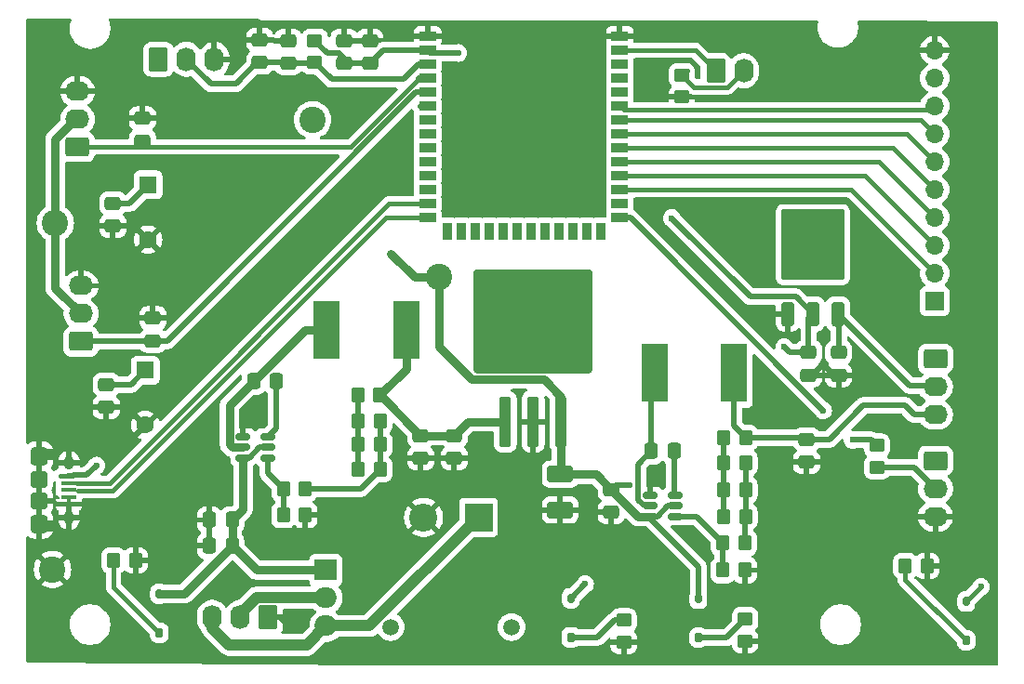
<source format=gtl>
G04 #@! TF.GenerationSoftware,KiCad,Pcbnew,8.0.8*
G04 #@! TF.CreationDate,2025-03-31T15:28:11-05:00*
G04 #@! TF.ProjectId,Group_29_Handheld,47726f75-705f-4323-995f-48616e646865,rev?*
G04 #@! TF.SameCoordinates,Original*
G04 #@! TF.FileFunction,Copper,L1,Top*
G04 #@! TF.FilePolarity,Positive*
%FSLAX46Y46*%
G04 Gerber Fmt 4.6, Leading zero omitted, Abs format (unit mm)*
G04 Created by KiCad (PCBNEW 8.0.8) date 2025-03-31 15:28:11*
%MOMM*%
%LPD*%
G01*
G04 APERTURE LIST*
G04 Aperture macros list*
%AMRoundRect*
0 Rectangle with rounded corners*
0 $1 Rounding radius*
0 $2 $3 $4 $5 $6 $7 $8 $9 X,Y pos of 4 corners*
0 Add a 4 corners polygon primitive as box body*
4,1,4,$2,$3,$4,$5,$6,$7,$8,$9,$2,$3,0*
0 Add four circle primitives for the rounded corners*
1,1,$1+$1,$2,$3*
1,1,$1+$1,$4,$5*
1,1,$1+$1,$6,$7*
1,1,$1+$1,$8,$9*
0 Add four rect primitives between the rounded corners*
20,1,$1+$1,$2,$3,$4,$5,0*
20,1,$1+$1,$4,$5,$6,$7,0*
20,1,$1+$1,$6,$7,$8,$9,0*
20,1,$1+$1,$8,$9,$2,$3,0*%
G04 Aperture macros list end*
G04 #@! TA.AperFunction,SMDPad,CuDef*
%ADD10RoundRect,0.250000X-0.450000X0.350000X-0.450000X-0.350000X0.450000X-0.350000X0.450000X0.350000X0*%
G04 #@! TD*
G04 #@! TA.AperFunction,SMDPad,CuDef*
%ADD11RoundRect,0.250000X-0.350000X-0.450000X0.350000X-0.450000X0.350000X0.450000X-0.350000X0.450000X0*%
G04 #@! TD*
G04 #@! TA.AperFunction,ComponentPad*
%ADD12RoundRect,0.250000X-0.620000X-0.845000X0.620000X-0.845000X0.620000X0.845000X-0.620000X0.845000X0*%
G04 #@! TD*
G04 #@! TA.AperFunction,ComponentPad*
%ADD13O,1.740000X2.190000*%
G04 #@! TD*
G04 #@! TA.AperFunction,SMDPad,CuDef*
%ADD14RoundRect,0.250000X0.350000X0.450000X-0.350000X0.450000X-0.350000X-0.450000X0.350000X-0.450000X0*%
G04 #@! TD*
G04 #@! TA.AperFunction,SMDPad,CuDef*
%ADD15RoundRect,0.250000X0.300000X-2.050000X0.300000X2.050000X-0.300000X2.050000X-0.300000X-2.050000X0*%
G04 #@! TD*
G04 #@! TA.AperFunction,SMDPad,CuDef*
%ADD16RoundRect,0.250000X2.375000X-2.025000X2.375000X2.025000X-2.375000X2.025000X-2.375000X-2.025000X0*%
G04 #@! TD*
G04 #@! TA.AperFunction,SMDPad,CuDef*
%ADD17RoundRect,0.250002X5.149998X-4.449998X5.149998X4.449998X-5.149998X4.449998X-5.149998X-4.449998X0*%
G04 #@! TD*
G04 #@! TA.AperFunction,SMDPad,CuDef*
%ADD18RoundRect,0.250000X0.475000X-0.337500X0.475000X0.337500X-0.475000X0.337500X-0.475000X-0.337500X0*%
G04 #@! TD*
G04 #@! TA.AperFunction,ComponentPad*
%ADD19C,2.400000*%
G04 #@! TD*
G04 #@! TA.AperFunction,SMDPad,CuDef*
%ADD20RoundRect,0.250000X0.337500X0.475000X-0.337500X0.475000X-0.337500X-0.475000X0.337500X-0.475000X0*%
G04 #@! TD*
G04 #@! TA.AperFunction,SMDPad,CuDef*
%ADD21R,2.413000X5.334000*%
G04 #@! TD*
G04 #@! TA.AperFunction,SMDPad,CuDef*
%ADD22RoundRect,0.150000X-0.512500X-0.150000X0.512500X-0.150000X0.512500X0.150000X-0.512500X0.150000X0*%
G04 #@! TD*
G04 #@! TA.AperFunction,SMDPad,CuDef*
%ADD23RoundRect,0.250000X-0.475000X0.337500X-0.475000X-0.337500X0.475000X-0.337500X0.475000X0.337500X0*%
G04 #@! TD*
G04 #@! TA.AperFunction,ComponentPad*
%ADD24RoundRect,0.250000X0.845000X-0.620000X0.845000X0.620000X-0.845000X0.620000X-0.845000X-0.620000X0*%
G04 #@! TD*
G04 #@! TA.AperFunction,ComponentPad*
%ADD25O,2.190000X1.740000*%
G04 #@! TD*
G04 #@! TA.AperFunction,ComponentPad*
%ADD26RoundRect,0.250000X0.620000X0.845000X-0.620000X0.845000X-0.620000X-0.845000X0.620000X-0.845000X0*%
G04 #@! TD*
G04 #@! TA.AperFunction,ComponentPad*
%ADD27R,1.700000X1.700000*%
G04 #@! TD*
G04 #@! TA.AperFunction,ComponentPad*
%ADD28O,1.700000X1.700000*%
G04 #@! TD*
G04 #@! TA.AperFunction,SMDPad,CuDef*
%ADD29RoundRect,0.175000X0.175000X-0.250000X0.175000X0.250000X-0.175000X0.250000X-0.175000X-0.250000X0*%
G04 #@! TD*
G04 #@! TA.AperFunction,SMDPad,CuDef*
%ADD30RoundRect,0.150000X0.150000X-0.275000X0.150000X0.275000X-0.150000X0.275000X-0.150000X-0.275000X0*%
G04 #@! TD*
G04 #@! TA.AperFunction,SMDPad,CuDef*
%ADD31RoundRect,0.250001X-0.924999X0.499999X-0.924999X-0.499999X0.924999X-0.499999X0.924999X0.499999X0*%
G04 #@! TD*
G04 #@! TA.AperFunction,ComponentPad*
%ADD32RoundRect,0.250000X-0.845000X0.620000X-0.845000X-0.620000X0.845000X-0.620000X0.845000X0.620000X0*%
G04 #@! TD*
G04 #@! TA.AperFunction,ComponentPad*
%ADD33R,2.000000X1.905000*%
G04 #@! TD*
G04 #@! TA.AperFunction,ComponentPad*
%ADD34O,2.000000X1.905000*%
G04 #@! TD*
G04 #@! TA.AperFunction,SMDPad,CuDef*
%ADD35RoundRect,0.250000X0.350000X-0.850000X0.350000X0.850000X-0.350000X0.850000X-0.350000X-0.850000X0*%
G04 #@! TD*
G04 #@! TA.AperFunction,SMDPad,CuDef*
%ADD36RoundRect,0.250000X1.125000X-1.275000X1.125000X1.275000X-1.125000X1.275000X-1.125000X-1.275000X0*%
G04 #@! TD*
G04 #@! TA.AperFunction,SMDPad,CuDef*
%ADD37RoundRect,0.249997X2.650003X-2.950003X2.650003X2.950003X-2.650003X2.950003X-2.650003X-2.950003X0*%
G04 #@! TD*
G04 #@! TA.AperFunction,ComponentPad*
%ADD38C,2.550000*%
G04 #@! TD*
G04 #@! TA.AperFunction,ComponentPad*
%ADD39R,2.550000X2.550000*%
G04 #@! TD*
G04 #@! TA.AperFunction,ComponentPad*
%ADD40C,1.508000*%
G04 #@! TD*
G04 #@! TA.AperFunction,SMDPad,CuDef*
%ADD41RoundRect,0.100000X-0.575000X0.100000X-0.575000X-0.100000X0.575000X-0.100000X0.575000X0.100000X0*%
G04 #@! TD*
G04 #@! TA.AperFunction,HeatsinkPad*
%ADD42O,1.550000X0.890000*%
G04 #@! TD*
G04 #@! TA.AperFunction,SMDPad,CuDef*
%ADD43RoundRect,0.250000X-0.525000X0.475000X-0.525000X-0.475000X0.525000X-0.475000X0.525000X0.475000X0*%
G04 #@! TD*
G04 #@! TA.AperFunction,HeatsinkPad*
%ADD44O,0.950000X1.250000*%
G04 #@! TD*
G04 #@! TA.AperFunction,SMDPad,CuDef*
%ADD45RoundRect,0.250000X-0.525000X0.500000X-0.525000X-0.500000X0.525000X-0.500000X0.525000X0.500000X0*%
G04 #@! TD*
G04 #@! TA.AperFunction,SMDPad,CuDef*
%ADD46RoundRect,0.250000X-0.337500X-0.475000X0.337500X-0.475000X0.337500X0.475000X-0.337500X0.475000X0*%
G04 #@! TD*
G04 #@! TA.AperFunction,SMDPad,CuDef*
%ADD47RoundRect,0.250000X0.450000X-0.350000X0.450000X0.350000X-0.450000X0.350000X-0.450000X-0.350000X0*%
G04 #@! TD*
G04 #@! TA.AperFunction,SMDPad,CuDef*
%ADD48R,1.500000X0.900000*%
G04 #@! TD*
G04 #@! TA.AperFunction,SMDPad,CuDef*
%ADD49R,0.900000X1.500000*%
G04 #@! TD*
G04 #@! TA.AperFunction,HeatsinkPad*
%ADD50C,0.600000*%
G04 #@! TD*
G04 #@! TA.AperFunction,HeatsinkPad*
%ADD51R,3.900000X3.900000*%
G04 #@! TD*
G04 #@! TA.AperFunction,ComponentPad*
%ADD52R,1.600000X1.600000*%
G04 #@! TD*
G04 #@! TA.AperFunction,ComponentPad*
%ADD53C,1.600000*%
G04 #@! TD*
G04 #@! TA.AperFunction,ViaPad*
%ADD54C,0.600000*%
G04 #@! TD*
G04 #@! TA.AperFunction,Conductor*
%ADD55C,0.508000*%
G04 #@! TD*
G04 #@! TA.AperFunction,Conductor*
%ADD56C,0.381000*%
G04 #@! TD*
G04 #@! TA.AperFunction,Conductor*
%ADD57C,0.762000*%
G04 #@! TD*
G04 #@! TA.AperFunction,Conductor*
%ADD58C,1.016000*%
G04 #@! TD*
G04 APERTURE END LIST*
D10*
X122491500Y-31262500D03*
X122491500Y-33262500D03*
X155900000Y-34400000D03*
X155900000Y-36400000D03*
D11*
X126460500Y-65913000D03*
X128460500Y-65913000D03*
D12*
X108267500Y-32956500D03*
D13*
X110807500Y-32956500D03*
X113347500Y-32956500D03*
D14*
X121634000Y-72072500D03*
X119634000Y-72072500D03*
D15*
X139827000Y-65973000D03*
X142367000Y-65973000D03*
X144907000Y-65973000D03*
D16*
X139592000Y-59248000D03*
X145142000Y-59248000D03*
D17*
X142367000Y-56823000D03*
D16*
X139592000Y-54398000D03*
X145142000Y-54398000D03*
D18*
X125158500Y-33337500D03*
X125158500Y-31262500D03*
D12*
X159000000Y-34000000D03*
D13*
X161540000Y-34000000D03*
D14*
X128397000Y-63563500D03*
X126397000Y-63563500D03*
D19*
X98869500Y-47879000D03*
X98615500Y-79438500D03*
D20*
X114978000Y-77279500D03*
X112903000Y-77279500D03*
D21*
X130810000Y-57594500D03*
X123571000Y-57594500D03*
D22*
X153046000Y-72710000D03*
X153046000Y-73660000D03*
X153046000Y-74610000D03*
X155321000Y-74610000D03*
X155321000Y-73660000D03*
X155321000Y-72710000D03*
D18*
X120078500Y-33337500D03*
X120078500Y-31262500D03*
X106807000Y-40407500D03*
X106807000Y-38332500D03*
D11*
X176244500Y-79121000D03*
X178244500Y-79121000D03*
D10*
X150622000Y-84074000D03*
X150622000Y-86074000D03*
D11*
X159702500Y-74612500D03*
X161702500Y-74612500D03*
D23*
X104118500Y-46079500D03*
X104118500Y-48154500D03*
D24*
X100901500Y-40957500D03*
D25*
X100901500Y-38417500D03*
X100901500Y-35877500D03*
D19*
X133794500Y-52832000D03*
X122301000Y-38481000D03*
D20*
X114978000Y-74930000D03*
X112903000Y-74930000D03*
D26*
X118237000Y-83800000D03*
D13*
X115697000Y-83800000D03*
X113157000Y-83800000D03*
D11*
X159702500Y-72199500D03*
X161702500Y-72199500D03*
D20*
X155215500Y-68643500D03*
X153140500Y-68643500D03*
D11*
X159655000Y-79502000D03*
X161655000Y-79502000D03*
X126460500Y-70294500D03*
X128460500Y-70294500D03*
D27*
X178943000Y-54991000D03*
D28*
X178943000Y-52451000D03*
X178943000Y-49911000D03*
X178943000Y-47371000D03*
X178943000Y-44831000D03*
X178943000Y-42291000D03*
X178943000Y-39751000D03*
X178943000Y-37211000D03*
X178943000Y-34671000D03*
X178943000Y-32131000D03*
D22*
X115956500Y-67376000D03*
X115956500Y-68326000D03*
X115956500Y-69276000D03*
X118231500Y-69276000D03*
X118231500Y-68326000D03*
X118231500Y-67376000D03*
D23*
X167259000Y-67584500D03*
X167259000Y-69659500D03*
X149479000Y-72156500D03*
X149479000Y-74231500D03*
D29*
X145806000Y-85622000D03*
D30*
X145806000Y-82072000D03*
D21*
X160655000Y-61531500D03*
X153416000Y-61531500D03*
D24*
X101219000Y-58674000D03*
D25*
X101219000Y-56134000D03*
X101219000Y-53594000D03*
D10*
X161671000Y-83963000D03*
X161671000Y-85963000D03*
D31*
X144843500Y-70765000D03*
X144843500Y-74015000D03*
D23*
X103505000Y-62589500D03*
X103505000Y-64664500D03*
D32*
X179000000Y-60250000D03*
D25*
X179000000Y-62790000D03*
X179000000Y-65330000D03*
D33*
X123507500Y-79502000D03*
D34*
X123507500Y-82042000D03*
X123507500Y-84582000D03*
D35*
X165550500Y-56147500D03*
X167830500Y-56147500D03*
D36*
X166305500Y-51522500D03*
X169355500Y-51522500D03*
D37*
X167830500Y-49847500D03*
D36*
X166305500Y-48172500D03*
X169355500Y-48172500D03*
D35*
X170110500Y-56147500D03*
D11*
X119634000Y-74485500D03*
X121634000Y-74485500D03*
D29*
X181800500Y-85909500D03*
D30*
X181800500Y-82359500D03*
D18*
X117475000Y-33274000D03*
X117475000Y-31199000D03*
D11*
X104172000Y-78613000D03*
X106172000Y-78613000D03*
D23*
X135191500Y-67246500D03*
X135191500Y-69321500D03*
D38*
X132400000Y-74694250D03*
D39*
X137400000Y-74694250D03*
D40*
X129400000Y-84694250D03*
X140400000Y-84694250D03*
D32*
X179006500Y-69532500D03*
D25*
X179006500Y-72072500D03*
X179006500Y-74612500D03*
D41*
X100109000Y-70915500D03*
X100109000Y-71565500D03*
X100109000Y-72215500D03*
X100109000Y-72865500D03*
X100109000Y-73515500D03*
D42*
X97409000Y-68715500D03*
D43*
X97409000Y-69190500D03*
D44*
X100109000Y-69715500D03*
D45*
X97409000Y-71215500D03*
X97409000Y-73215500D03*
D44*
X100109000Y-74715500D03*
D43*
X97409000Y-75240500D03*
D42*
X97409000Y-75715500D03*
D11*
X126460500Y-68072000D03*
X128460500Y-68072000D03*
D14*
X161639000Y-77025500D03*
X159639000Y-77025500D03*
D18*
X107759500Y-58610500D03*
X107759500Y-56535500D03*
D23*
X167449500Y-59668500D03*
X167449500Y-61743500D03*
X170180000Y-59668500D03*
X170180000Y-61743500D03*
D14*
X161734500Y-67437000D03*
X159734500Y-67437000D03*
D46*
X116924000Y-62293500D03*
X118999000Y-62293500D03*
D18*
X127508000Y-33337500D03*
X127508000Y-31262500D03*
D29*
X108331000Y-85211000D03*
D30*
X108331000Y-81661000D03*
D47*
X173672500Y-70151500D03*
X173672500Y-68151500D03*
D48*
X132764500Y-30885000D03*
X132764500Y-32155000D03*
X132764500Y-33425000D03*
X132764500Y-34695000D03*
X132764500Y-35965000D03*
X132764500Y-37235000D03*
X132764500Y-38505000D03*
X132764500Y-39775000D03*
X132764500Y-41045000D03*
X132764500Y-42315000D03*
X132764500Y-43585000D03*
X132764500Y-44855000D03*
X132764500Y-46125000D03*
X132764500Y-47395000D03*
D49*
X134529500Y-48645000D03*
X135799500Y-48645000D03*
X137069500Y-48645000D03*
X138339500Y-48645000D03*
X139609500Y-48645000D03*
X140879500Y-48645000D03*
X142149500Y-48645000D03*
X143419500Y-48645000D03*
X144689500Y-48645000D03*
X145959500Y-48645000D03*
X147229500Y-48645000D03*
X148499500Y-48645000D03*
D48*
X150264500Y-47395000D03*
X150264500Y-46125000D03*
X150264500Y-44855000D03*
X150264500Y-43585000D03*
X150264500Y-42315000D03*
X150264500Y-41045000D03*
X150264500Y-39775000D03*
X150264500Y-38505000D03*
X150264500Y-37235000D03*
X150264500Y-35965000D03*
X150264500Y-34695000D03*
X150264500Y-33425000D03*
X150264500Y-32155000D03*
X150264500Y-30885000D03*
D50*
X138614500Y-37905000D03*
X138614500Y-39305000D03*
X139314500Y-37205000D03*
X139314500Y-38605000D03*
X139314500Y-40005000D03*
X140014500Y-37905000D03*
D51*
X140014500Y-38605000D03*
D50*
X140014500Y-39305000D03*
X140714500Y-37205000D03*
X140714500Y-38605000D03*
X140714500Y-40005000D03*
X141414500Y-37905000D03*
X141414500Y-39305000D03*
D11*
X159702500Y-69723000D03*
X161702500Y-69723000D03*
D29*
X157416500Y-85655500D03*
D30*
X157416500Y-82105500D03*
D23*
X132143500Y-67246500D03*
X132143500Y-69321500D03*
D52*
X107061000Y-61287849D03*
D53*
X107061000Y-66287849D03*
D52*
X107315000Y-44396849D03*
D53*
X107315000Y-49396849D03*
D54*
X165227000Y-59182000D03*
X124650500Y-32385000D03*
X155003500Y-47434500D03*
X183134000Y-81026000D03*
X135572500Y-32385000D03*
X151130000Y-71755000D03*
X129413000Y-50673000D03*
X161036000Y-49022000D03*
X97750000Y-33000000D03*
X165608000Y-65786000D03*
X118750000Y-42750000D03*
X173250000Y-52250000D03*
X153250000Y-34500000D03*
X167500000Y-80000000D03*
X117250000Y-71500000D03*
X153416000Y-70866000D03*
X117250000Y-38500000D03*
X165750000Y-34750000D03*
X146750000Y-32750000D03*
X117250000Y-65000000D03*
X121250000Y-83750000D03*
X163449000Y-61976000D03*
X172500000Y-61250000D03*
X129750000Y-41750000D03*
X112250000Y-51000000D03*
X120250000Y-84750000D03*
X130500000Y-72000000D03*
X118000000Y-53500000D03*
X114000000Y-69750000D03*
X139250000Y-71250000D03*
X168750000Y-60750000D03*
X162814000Y-56261000D03*
X137750000Y-44500000D03*
X102616000Y-69977000D03*
X147106000Y-80772000D03*
X171450000Y-67627500D03*
X168783000Y-64960500D03*
D55*
X125158500Y-32893000D02*
X125158500Y-33337500D01*
X167449500Y-59668500D02*
X167449500Y-56528500D01*
X132994500Y-32385000D02*
X132764500Y-32155000D01*
X128690500Y-32155000D02*
X127508000Y-33337500D01*
X162162500Y-54593500D02*
X155003500Y-47434500D01*
X122491500Y-31262500D02*
X123614000Y-32385000D01*
X167830500Y-56147500D02*
X166276500Y-54593500D01*
X123614000Y-32385000D02*
X124650500Y-32385000D01*
X166276500Y-54593500D02*
X162162500Y-54593500D01*
X124650500Y-32385000D02*
X125158500Y-32893000D01*
X165713500Y-59668500D02*
X165227000Y-59182000D01*
X167449500Y-56528500D02*
X167830500Y-56147500D01*
X127508000Y-33337500D02*
X125158500Y-33337500D01*
D56*
X181800500Y-82359500D02*
X183134000Y-81026000D01*
D55*
X167449500Y-59668500D02*
X165713500Y-59668500D01*
X135572500Y-32385000D02*
X132994500Y-32385000D01*
X132764500Y-32155000D02*
X128690500Y-32155000D01*
D56*
X176244500Y-79121000D02*
X176244500Y-80353500D01*
X176244500Y-80353500D02*
X181800500Y-85909500D01*
D57*
X98869500Y-47879000D02*
X98869500Y-53784500D01*
X133794500Y-52832000D02*
X131572000Y-52832000D01*
D55*
X103505000Y-62589500D02*
X105759349Y-62589500D01*
D57*
X151932500Y-74610000D02*
X153046000Y-74610000D01*
X144907000Y-70701500D02*
X144843500Y-70765000D01*
D55*
X154658501Y-73660000D02*
X153708501Y-74610000D01*
D57*
X144907000Y-65973000D02*
X144907000Y-70701500D01*
D55*
X153708501Y-74610000D02*
X153046000Y-74610000D01*
D57*
X131572000Y-52832000D02*
X129413000Y-50673000D01*
X144907000Y-65973000D02*
X144907000Y-63673000D01*
D55*
X105759349Y-62589500D02*
X107061000Y-61287849D01*
X153046000Y-74610000D02*
X153046000Y-74814000D01*
X153046000Y-74814000D02*
X157416500Y-79184500D01*
X155321000Y-73660000D02*
X154658501Y-73660000D01*
D57*
X98869500Y-53784500D02*
X101219000Y-56134000D01*
X149479000Y-72156500D02*
X151932500Y-74610000D01*
X144907000Y-63673000D02*
X143338000Y-62104000D01*
X98869500Y-40224500D02*
X100676500Y-38417500D01*
X148087500Y-70765000D02*
X149479000Y-72156500D01*
D55*
X105632349Y-46079500D02*
X107315000Y-44396849D01*
X157416500Y-79184500D02*
X157416500Y-82105500D01*
X104118500Y-46079500D02*
X105632349Y-46079500D01*
D57*
X143338000Y-62104000D02*
X136780000Y-62104000D01*
D55*
X149880500Y-71755000D02*
X149479000Y-72156500D01*
D57*
X98869500Y-47879000D02*
X98869500Y-40224500D01*
X144843500Y-70765000D02*
X148087500Y-70765000D01*
X136780000Y-62104000D02*
X133794500Y-59118500D01*
D55*
X151130000Y-71755000D02*
X149880500Y-71755000D01*
D57*
X100676500Y-38417500D02*
X100901500Y-38417500D01*
X133794500Y-59118500D02*
X133794500Y-52832000D01*
D55*
X157416500Y-85655500D02*
X159978500Y-85655500D01*
X159978500Y-85655500D02*
X161671000Y-83963000D01*
X116527342Y-69276000D02*
X115956500Y-69276000D01*
X118231500Y-68326000D02*
X117477342Y-68326000D01*
D57*
X110596500Y-81661000D02*
X108331000Y-81661000D01*
X117200500Y-79502000D02*
X114978000Y-77279500D01*
D55*
X117477342Y-68326000D02*
X116527342Y-69276000D01*
D57*
X123507500Y-79502000D02*
X117200500Y-79502000D01*
X115956500Y-73951500D02*
X114978000Y-74930000D01*
X115956500Y-69276000D02*
X115956500Y-73951500D01*
X114978000Y-77279500D02*
X114978000Y-74930000D01*
X114978000Y-77279500D02*
X110596500Y-81661000D01*
D56*
X104172000Y-78613000D02*
X104172000Y-81052000D01*
X104172000Y-81052000D02*
X108331000Y-85211000D01*
D55*
X115956500Y-67376000D02*
X115956500Y-66293500D01*
X167449500Y-61743500D02*
X167756500Y-61743500D01*
X167449500Y-61743500D02*
X170180000Y-61743500D01*
X118237000Y-83800000D02*
X119300000Y-83800000D01*
X167756500Y-61743500D02*
X168750000Y-60750000D01*
X119300000Y-83800000D02*
X120250000Y-84750000D01*
X115956500Y-66293500D02*
X117250000Y-65000000D01*
X169743500Y-61743500D02*
X168750000Y-60750000D01*
X153046000Y-72710000D02*
X153046000Y-71236000D01*
X170180000Y-61743500D02*
X169743500Y-61743500D01*
X153046000Y-71236000D02*
X153416000Y-70866000D01*
X153140500Y-61807000D02*
X153416000Y-61531500D01*
X153046000Y-73660000D02*
X152475158Y-73660000D01*
X151892000Y-69892000D02*
X153140500Y-68643500D01*
X153140500Y-68643500D02*
X153140500Y-61807000D01*
X152475158Y-73660000D02*
X151892000Y-73076842D01*
X151892000Y-73076842D02*
X151892000Y-69892000D01*
X155215500Y-72604500D02*
X155321000Y-72710000D01*
X155215500Y-68643500D02*
X155215500Y-72604500D01*
X118999000Y-62293500D02*
X118999000Y-66608500D01*
X118999000Y-66608500D02*
X118231500Y-67376000D01*
D57*
X116924000Y-62293500D02*
X114713000Y-64504500D01*
X114713000Y-68040500D02*
X114986500Y-68314000D01*
X116924000Y-62293500D02*
X121623000Y-57594500D01*
X121623000Y-57594500D02*
X123571000Y-57594500D01*
X114986500Y-68314000D02*
X115956500Y-68314000D01*
X114713000Y-64504500D02*
X114713000Y-68040500D01*
D55*
X160655000Y-66357500D02*
X161734500Y-67437000D01*
X172418500Y-64500000D02*
X169334000Y-67584500D01*
X169334000Y-67584500D02*
X167259000Y-67584500D01*
X177080000Y-65330000D02*
X179000000Y-65330000D01*
X161734500Y-67437000D02*
X167111500Y-67437000D01*
X174250000Y-64500000D02*
X176250000Y-64500000D01*
X176250000Y-64500000D02*
X177080000Y-65330000D01*
X167111500Y-67437000D02*
X167259000Y-67584500D01*
X174250000Y-64500000D02*
X172418500Y-64500000D01*
X160655000Y-61531500D02*
X160655000Y-66357500D01*
X122416500Y-33337500D02*
X122491500Y-33262500D01*
X120078500Y-33337500D02*
X122416500Y-33337500D01*
X115316000Y-35179000D02*
X113030000Y-35179000D01*
X117221000Y-33274000D02*
X115316000Y-35179000D01*
X130553500Y-34798000D02*
X131926500Y-33425000D01*
X113030000Y-35179000D02*
X110807500Y-32956500D01*
X122491500Y-33262500D02*
X124027000Y-34798000D01*
X131926500Y-33425000D02*
X132764500Y-33425000D01*
X117475000Y-33274000D02*
X117221000Y-33274000D01*
X117475000Y-33274000D02*
X120015000Y-33274000D01*
X124027000Y-34798000D02*
X130553500Y-34798000D01*
X120015000Y-33274000D02*
X120078500Y-33337500D01*
D56*
X99324056Y-70915500D02*
X100045500Y-70915500D01*
D55*
X145806000Y-82072000D02*
X147106000Y-80772000D01*
X100559483Y-70861500D02*
X100509483Y-70911500D01*
X102616000Y-69977000D02*
X101731500Y-70861500D01*
X101731500Y-70861500D02*
X100559483Y-70861500D01*
X100509483Y-70911500D02*
X100045500Y-70911500D01*
X145806000Y-85622000D02*
X148217000Y-85622000D01*
X148217000Y-85622000D02*
X149765000Y-84074000D01*
X149765000Y-84074000D02*
X150622000Y-84074000D01*
D56*
X104110764Y-72277500D02*
X100918746Y-72277500D01*
X132764500Y-47395000D02*
X128993264Y-47395000D01*
X128993264Y-47395000D02*
X104110764Y-72277500D01*
X129262000Y-46125000D02*
X103817500Y-71569500D01*
X132764500Y-46125000D02*
X129262000Y-46125000D01*
X103817500Y-71569500D02*
X100852746Y-71569500D01*
D58*
X114681000Y-86296500D02*
X113157000Y-84772500D01*
X137332419Y-74694250D02*
X127444669Y-84582000D01*
X127444669Y-84582000D02*
X123507500Y-84582000D01*
X123507500Y-84582000D02*
X121793000Y-86296500D01*
X137400000Y-74694250D02*
X137332419Y-74694250D01*
X121793000Y-86296500D02*
X114681000Y-86296500D01*
X113157000Y-84772500D02*
X113157000Y-83800000D01*
D56*
X150264500Y-32155000D02*
X157155000Y-32155000D01*
X157155000Y-32155000D02*
X159000000Y-34000000D01*
D55*
X132764500Y-34695000D02*
X131926500Y-34695000D01*
D56*
X132053500Y-34695000D02*
X132764500Y-34695000D01*
X125791000Y-40957500D02*
X132053500Y-34695000D01*
X100901500Y-40957500D02*
X125791000Y-40957500D01*
D55*
X107759500Y-58610500D02*
X107251500Y-58610500D01*
X132764500Y-35965000D02*
X131694960Y-35965000D01*
X132764500Y-35965000D02*
X132500500Y-35965000D01*
X109049460Y-58610500D02*
X107759500Y-58610500D01*
X132500500Y-35965000D02*
X132397500Y-36068000D01*
X131694960Y-35965000D02*
X109049460Y-58610500D01*
X107188000Y-58674000D02*
X101219000Y-58674000D01*
X107251500Y-58610500D02*
X107188000Y-58674000D01*
D56*
X171347000Y-44855000D02*
X178943000Y-52451000D01*
X150264500Y-44855000D02*
X171347000Y-44855000D01*
X150264500Y-41045000D02*
X175157000Y-41045000D01*
X175157000Y-41045000D02*
X178943000Y-44831000D01*
X173887000Y-42315000D02*
X178943000Y-47371000D01*
X150264500Y-42315000D02*
X173887000Y-42315000D01*
X150621500Y-37592000D02*
X178562000Y-37592000D01*
X150264500Y-37235000D02*
X150621500Y-37592000D01*
X178562000Y-37592000D02*
X178943000Y-37211000D01*
X176427000Y-39775000D02*
X178943000Y-42291000D01*
X150264500Y-39775000D02*
X176427000Y-39775000D01*
X150264500Y-38505000D02*
X177697000Y-38505000D01*
X177697000Y-38505000D02*
X178943000Y-39751000D01*
X150264500Y-43585000D02*
X172617000Y-43585000D01*
X172617000Y-43585000D02*
X178943000Y-49911000D01*
X156985500Y-35485500D02*
X160054500Y-35485500D01*
X155900000Y-34400000D02*
X156985500Y-35485500D01*
X160054500Y-35485500D02*
X161229171Y-34310829D01*
X156400000Y-34000000D02*
X156300000Y-34100000D01*
X156300000Y-34000000D02*
X155900000Y-34400000D01*
D57*
X139827000Y-65973000D02*
X136465000Y-65973000D01*
X128397000Y-63563500D02*
X128460500Y-63563500D01*
X130810000Y-61150500D02*
X128397000Y-63563500D01*
X136465000Y-65973000D02*
X135191500Y-67246500D01*
X130810000Y-57594500D02*
X130810000Y-61150500D01*
X128460500Y-63563500D02*
X132143500Y-67246500D01*
X135064500Y-67246500D02*
X135191500Y-67119500D01*
X132143500Y-67246500D02*
X135064500Y-67246500D01*
D55*
X177085500Y-70151500D02*
X179006500Y-72072500D01*
X173672500Y-70151500D02*
X177085500Y-70151500D01*
X150264500Y-47395000D02*
X151217500Y-47395000D01*
X171450000Y-67627500D02*
X173148500Y-67627500D01*
X151217500Y-47395000D02*
X168783000Y-64960500D01*
X173148500Y-67627500D02*
X173672500Y-68151500D01*
X159655000Y-77041500D02*
X159639000Y-77025500D01*
X155321000Y-74610000D02*
X157223500Y-74610000D01*
X157223500Y-74610000D02*
X159639000Y-77025500D01*
X159655000Y-79502000D02*
X159655000Y-77041500D01*
X118231500Y-70670000D02*
X119634000Y-72072500D01*
X119634000Y-74485500D02*
X119634000Y-72072500D01*
X118231500Y-69276000D02*
X118231500Y-70670000D01*
X176637500Y-62674500D02*
X179006500Y-62674500D01*
X170180000Y-56217000D02*
X170110500Y-56147500D01*
X170110500Y-56147500D02*
X176637500Y-62674500D01*
X170180000Y-59668500D02*
X170180000Y-56217000D01*
X170110500Y-56147500D02*
X170110500Y-57247500D01*
D58*
X115697000Y-83800000D02*
X115697000Y-83513256D01*
X123462500Y-81997000D02*
X123507500Y-82042000D01*
X115697000Y-83513256D02*
X117213256Y-81997000D01*
X117213256Y-81997000D02*
X123462500Y-81997000D01*
D55*
X159702500Y-72199500D02*
X159702500Y-69723000D01*
X159734500Y-67437000D02*
X159734500Y-69691000D01*
X159734500Y-69691000D02*
X159702500Y-69723000D01*
X159702500Y-74612500D02*
X159702500Y-72199500D01*
X161702500Y-74612500D02*
X161702500Y-72199500D01*
X161639000Y-77025500D02*
X161639000Y-74676000D01*
X161702500Y-69723000D02*
X161702500Y-72199500D01*
X161639000Y-74676000D02*
X161702500Y-74612500D01*
X128460500Y-70294500D02*
X126682500Y-72072500D01*
X128460500Y-65913000D02*
X128460500Y-68072000D01*
X126682500Y-72072500D02*
X121634000Y-72072500D01*
X128460500Y-68072000D02*
X128460500Y-70294500D01*
X126460500Y-65913000D02*
X126460500Y-68072000D01*
X126460500Y-68072000D02*
X126460500Y-69586500D01*
X126460500Y-65913000D02*
X126460500Y-63627000D01*
X126460500Y-63627000D02*
X126397000Y-63563500D01*
D56*
X132764500Y-37235000D02*
X132053500Y-37235000D01*
G04 #@! TA.AperFunction,Conductor*
G36*
X122384325Y-83025185D02*
G01*
X122404967Y-83041819D01*
X122513434Y-83150286D01*
X122582923Y-83200773D01*
X122597938Y-83211682D01*
X122640603Y-83267013D01*
X122646582Y-83336626D01*
X122613976Y-83398421D01*
X122597938Y-83412318D01*
X122513432Y-83473715D01*
X122351716Y-83635431D01*
X122351716Y-83635432D01*
X122351714Y-83635434D01*
X122323709Y-83673980D01*
X122217283Y-83820461D01*
X122113450Y-84024244D01*
X122042778Y-84241750D01*
X122042778Y-84241753D01*
X122007000Y-84467646D01*
X122007000Y-84604904D01*
X121987315Y-84671943D01*
X121970681Y-84692585D01*
X121411585Y-85251681D01*
X121350262Y-85285166D01*
X121323904Y-85288000D01*
X119563763Y-85288000D01*
X119496724Y-85268315D01*
X119450969Y-85215511D01*
X119441025Y-85146353D01*
X119458224Y-85098903D01*
X119541356Y-84964124D01*
X119541358Y-84964119D01*
X119596505Y-84797697D01*
X119596506Y-84797690D01*
X119606999Y-84694986D01*
X119607000Y-84694973D01*
X119607000Y-84050000D01*
X118779709Y-84050000D01*
X118791452Y-84029661D01*
X118832000Y-83878333D01*
X118832000Y-83721667D01*
X118791452Y-83570339D01*
X118779709Y-83550000D01*
X119606999Y-83550000D01*
X119606999Y-83129500D01*
X119626684Y-83062461D01*
X119679488Y-83016706D01*
X119730999Y-83005500D01*
X122317286Y-83005500D01*
X122384325Y-83025185D01*
G37*
G04 #@! TD.AperFunction*
G04 #@! TA.AperFunction,Conductor*
G36*
X154257451Y-69554213D02*
G01*
X154283537Y-69584317D01*
X154285288Y-69587156D01*
X154409344Y-69711212D01*
X154409346Y-69711213D01*
X154413910Y-69714822D01*
X154454287Y-69771844D01*
X154461000Y-69812089D01*
X154461000Y-71939039D01*
X154441315Y-72006078D01*
X154411235Y-72035118D01*
X154412801Y-72037137D01*
X154406634Y-72041920D01*
X154290420Y-72158133D01*
X154290413Y-72158142D01*
X154289934Y-72158953D01*
X154289393Y-72159457D01*
X154285639Y-72164298D01*
X154284857Y-72163691D01*
X154238860Y-72206631D01*
X154170117Y-72219127D01*
X154105530Y-72192474D01*
X154081216Y-72164410D01*
X154080963Y-72164607D01*
X154077341Y-72159937D01*
X154076476Y-72158939D01*
X154076185Y-72158447D01*
X154076178Y-72158438D01*
X153960061Y-72042321D01*
X153960052Y-72042314D01*
X153818696Y-71958717D01*
X153818693Y-71958716D01*
X153660995Y-71912900D01*
X153660989Y-71912899D01*
X153624149Y-71910000D01*
X153296000Y-71910000D01*
X153296000Y-72586000D01*
X153276315Y-72653039D01*
X153223511Y-72698794D01*
X153172000Y-72710000D01*
X152920000Y-72710000D01*
X152852961Y-72690315D01*
X152807206Y-72637511D01*
X152796000Y-72586000D01*
X152796000Y-71910000D01*
X152770500Y-71910000D01*
X152703461Y-71890315D01*
X152657706Y-71837511D01*
X152646500Y-71786000D01*
X152646500Y-70255885D01*
X152666185Y-70188846D01*
X152682815Y-70168208D01*
X152945705Y-69905317D01*
X153007028Y-69871833D01*
X153033386Y-69868999D01*
X153528002Y-69868999D01*
X153528008Y-69868999D01*
X153630797Y-69858499D01*
X153797334Y-69803314D01*
X153946656Y-69711212D01*
X154070712Y-69587156D01*
X154072461Y-69584319D01*
X154074169Y-69582783D01*
X154075193Y-69581489D01*
X154075414Y-69581663D01*
X154124406Y-69537596D01*
X154193368Y-69526372D01*
X154257451Y-69554213D01*
G37*
G04 #@! TD.AperFunction*
G04 #@! TA.AperFunction,Conductor*
G36*
X118040951Y-63204213D02*
G01*
X118067037Y-63234317D01*
X118068788Y-63237156D01*
X118192844Y-63361212D01*
X118192846Y-63361213D01*
X118197410Y-63364822D01*
X118237787Y-63421844D01*
X118244500Y-63462089D01*
X118244500Y-66244613D01*
X118224815Y-66311652D01*
X118208181Y-66332294D01*
X118001294Y-66539181D01*
X117939971Y-66572666D01*
X117913613Y-66575500D01*
X117653298Y-66575500D01*
X117616432Y-66578401D01*
X117616426Y-66578402D01*
X117458606Y-66624254D01*
X117458603Y-66624255D01*
X117317137Y-66707917D01*
X117317129Y-66707923D01*
X117200923Y-66824129D01*
X117200913Y-66824142D01*
X117200434Y-66824953D01*
X117199893Y-66825457D01*
X117196139Y-66830298D01*
X117195357Y-66829691D01*
X117149360Y-66872631D01*
X117080617Y-66885127D01*
X117016030Y-66858474D01*
X116991716Y-66830410D01*
X116991463Y-66830607D01*
X116987841Y-66825937D01*
X116986976Y-66824939D01*
X116986685Y-66824447D01*
X116986678Y-66824438D01*
X116870561Y-66708321D01*
X116870552Y-66708314D01*
X116729196Y-66624717D01*
X116729193Y-66624716D01*
X116571495Y-66578900D01*
X116571489Y-66578899D01*
X116534649Y-66576000D01*
X116206500Y-66576000D01*
X116206500Y-67252000D01*
X116186815Y-67319039D01*
X116134011Y-67364794D01*
X116082500Y-67376000D01*
X115830500Y-67376000D01*
X115763461Y-67356315D01*
X115717706Y-67303511D01*
X115706500Y-67252000D01*
X115706500Y-66576000D01*
X115701511Y-66571011D01*
X115651461Y-66556315D01*
X115605706Y-66503511D01*
X115594500Y-66452000D01*
X115594500Y-64920991D01*
X115614185Y-64853952D01*
X115630814Y-64833315D01*
X116908811Y-63555317D01*
X116970134Y-63521833D01*
X116996492Y-63518999D01*
X117311502Y-63518999D01*
X117311508Y-63518999D01*
X117414297Y-63508499D01*
X117580834Y-63453314D01*
X117730156Y-63361212D01*
X117854212Y-63237156D01*
X117855961Y-63234319D01*
X117857669Y-63232783D01*
X117858693Y-63231489D01*
X117858914Y-63231663D01*
X117907906Y-63187596D01*
X117976868Y-63176372D01*
X118040951Y-63204213D01*
G37*
G04 #@! TD.AperFunction*
G04 #@! TA.AperFunction,Conductor*
G36*
X169049954Y-57287301D02*
G01*
X169076038Y-57317405D01*
X169099691Y-57355752D01*
X169167787Y-57466155D01*
X169291844Y-57590212D01*
X169366596Y-57636319D01*
X169413321Y-57688267D01*
X169425500Y-57741858D01*
X169425500Y-58552409D01*
X169405815Y-58619448D01*
X169366597Y-58657948D01*
X169236342Y-58738289D01*
X169112289Y-58862342D01*
X169020187Y-59011663D01*
X169020185Y-59011668D01*
X169011695Y-59037289D01*
X168965001Y-59178203D01*
X168965001Y-59178204D01*
X168965000Y-59178204D01*
X168954500Y-59280983D01*
X168954500Y-60056001D01*
X168954501Y-60056019D01*
X168965000Y-60158796D01*
X168965001Y-60158799D01*
X169014894Y-60309364D01*
X169020186Y-60325334D01*
X169112288Y-60474656D01*
X169236344Y-60598712D01*
X169239628Y-60600737D01*
X169239653Y-60600753D01*
X169241445Y-60602746D01*
X169242011Y-60603193D01*
X169241934Y-60603289D01*
X169286379Y-60652699D01*
X169297603Y-60721661D01*
X169269761Y-60785744D01*
X169239665Y-60811826D01*
X169236660Y-60813679D01*
X169236655Y-60813683D01*
X169112684Y-60937654D01*
X169020643Y-61086875D01*
X169020641Y-61086880D01*
X168965494Y-61253302D01*
X168965493Y-61253309D01*
X168955000Y-61356013D01*
X168955000Y-61493500D01*
X171404999Y-61493500D01*
X171404999Y-61356028D01*
X171404998Y-61356013D01*
X171394505Y-61253302D01*
X171339358Y-61086880D01*
X171339356Y-61086875D01*
X171247315Y-60937654D01*
X171123344Y-60813683D01*
X171123341Y-60813681D01*
X171120339Y-60811829D01*
X171118713Y-60810021D01*
X171117677Y-60809202D01*
X171117817Y-60809024D01*
X171073617Y-60759880D01*
X171062397Y-60690917D01*
X171090243Y-60626836D01*
X171120344Y-60600754D01*
X171123656Y-60598712D01*
X171247712Y-60474656D01*
X171339814Y-60325334D01*
X171394999Y-60158797D01*
X171405500Y-60056009D01*
X171405499Y-59280992D01*
X171405308Y-59279127D01*
X171394999Y-59178203D01*
X171394998Y-59178200D01*
X171389412Y-59161342D01*
X171339814Y-59011666D01*
X171247712Y-58862344D01*
X171123656Y-58738288D01*
X170993402Y-58657947D01*
X170946679Y-58606000D01*
X170934500Y-58552409D01*
X170934500Y-58337886D01*
X170954185Y-58270847D01*
X171006989Y-58225092D01*
X171076147Y-58215148D01*
X171139703Y-58244173D01*
X171146181Y-58250205D01*
X176047100Y-63151124D01*
X176047121Y-63151147D01*
X176156531Y-63260557D01*
X176225106Y-63306377D01*
X176280106Y-63343127D01*
X176280107Y-63343127D01*
X176280111Y-63343130D01*
X176360543Y-63376445D01*
X176360544Y-63376446D01*
X176384103Y-63386204D01*
X176417420Y-63400005D01*
X176417429Y-63400006D01*
X176417430Y-63400007D01*
X176441603Y-63404815D01*
X176441610Y-63404816D01*
X176563186Y-63429001D01*
X176563188Y-63429001D01*
X176717926Y-63429001D01*
X176717946Y-63429000D01*
X177486451Y-63429000D01*
X177553490Y-63448685D01*
X177596935Y-63496704D01*
X177602843Y-63508299D01*
X177729641Y-63682821D01*
X177882179Y-63835359D01*
X177934026Y-63873028D01*
X178053294Y-63959682D01*
X178095959Y-64015012D01*
X178101938Y-64084626D01*
X178069332Y-64146421D01*
X178053294Y-64160318D01*
X177988038Y-64207729D01*
X177882179Y-64284641D01*
X177882177Y-64284643D01*
X177882176Y-64284643D01*
X177729643Y-64437176D01*
X177729638Y-64437182D01*
X177666282Y-64524385D01*
X177610952Y-64567051D01*
X177565964Y-64575500D01*
X177443886Y-64575500D01*
X177376847Y-64555815D01*
X177356205Y-64539181D01*
X176730969Y-63913943D01*
X176730968Y-63913942D01*
X176669735Y-63873028D01*
X176607389Y-63831370D01*
X176607386Y-63831368D01*
X176607385Y-63831368D01*
X176526955Y-63798053D01*
X176470080Y-63774495D01*
X176445894Y-63769684D01*
X176324314Y-63745499D01*
X176324312Y-63745499D01*
X176175688Y-63745499D01*
X176169574Y-63745499D01*
X176169554Y-63745500D01*
X172498946Y-63745500D01*
X172498926Y-63745499D01*
X172492812Y-63745499D01*
X172344188Y-63745499D01*
X172344186Y-63745499D01*
X172222605Y-63769684D01*
X172208040Y-63772581D01*
X172198418Y-63774495D01*
X172198417Y-63774495D01*
X172141545Y-63798053D01*
X172061117Y-63831366D01*
X172061110Y-63831370D01*
X172040790Y-63844948D01*
X172020469Y-63858526D01*
X171998819Y-63872992D01*
X171937533Y-63913941D01*
X171908903Y-63942572D01*
X171832441Y-64019034D01*
X169057794Y-66793681D01*
X168996471Y-66827166D01*
X168970113Y-66830000D01*
X168427589Y-66830000D01*
X168360550Y-66810315D01*
X168330322Y-66782910D01*
X168326713Y-66778346D01*
X168326712Y-66778344D01*
X168202656Y-66654288D01*
X168080430Y-66578899D01*
X168053336Y-66562187D01*
X168053331Y-66562185D01*
X168051862Y-66561698D01*
X167886797Y-66507001D01*
X167886795Y-66507000D01*
X167784010Y-66496500D01*
X166733998Y-66496500D01*
X166733980Y-66496501D01*
X166631203Y-66507000D01*
X166631200Y-66507001D01*
X166464668Y-66562185D01*
X166464663Y-66562187D01*
X166347523Y-66634439D01*
X166315344Y-66654288D01*
X166315343Y-66654289D01*
X166313476Y-66655766D01*
X166311951Y-66656381D01*
X166309197Y-66658080D01*
X166308906Y-66657609D01*
X166248680Y-66681907D01*
X166236564Y-66682500D01*
X162847671Y-66682500D01*
X162780632Y-66662815D01*
X162742132Y-66623597D01*
X162714562Y-66578899D01*
X162677212Y-66518344D01*
X162553156Y-66394288D01*
X162452647Y-66332294D01*
X162403836Y-66302187D01*
X162403831Y-66302185D01*
X162385090Y-66295975D01*
X162237297Y-66247001D01*
X162237295Y-66247000D01*
X162134516Y-66236500D01*
X162134509Y-66236500D01*
X161652387Y-66236500D01*
X161585348Y-66216815D01*
X161564706Y-66200181D01*
X161445819Y-66081294D01*
X161412334Y-66019971D01*
X161409500Y-65993613D01*
X161409500Y-64822999D01*
X161429185Y-64755960D01*
X161481989Y-64710205D01*
X161533500Y-64698999D01*
X161909371Y-64698999D01*
X161909372Y-64698999D01*
X161968983Y-64692591D01*
X162103831Y-64642296D01*
X162219046Y-64556046D01*
X162305296Y-64440831D01*
X162355591Y-64305983D01*
X162362000Y-64246373D01*
X162361999Y-59905884D01*
X162381684Y-59838846D01*
X162434488Y-59793091D01*
X162503646Y-59783147D01*
X162567202Y-59812172D01*
X162573680Y-59818204D01*
X168034615Y-65279139D01*
X168052704Y-65304630D01*
X168053507Y-65304126D01*
X168057210Y-65310019D01*
X168057211Y-65310022D01*
X168153184Y-65462762D01*
X168280738Y-65590316D01*
X168433478Y-65686289D01*
X168538392Y-65723000D01*
X168603745Y-65745868D01*
X168603750Y-65745869D01*
X168782996Y-65766065D01*
X168783000Y-65766065D01*
X168783004Y-65766065D01*
X168962249Y-65745869D01*
X168962252Y-65745868D01*
X168962255Y-65745868D01*
X169132522Y-65686289D01*
X169285262Y-65590316D01*
X169412816Y-65462762D01*
X169508789Y-65310022D01*
X169568368Y-65139755D01*
X169569988Y-65125376D01*
X169588565Y-64960503D01*
X169588565Y-64960496D01*
X169568369Y-64781250D01*
X169568368Y-64781245D01*
X169558889Y-64754156D01*
X169508789Y-64610978D01*
X169505794Y-64606212D01*
X169446942Y-64512549D01*
X169412816Y-64458238D01*
X169285262Y-64330684D01*
X169132522Y-64234711D01*
X169132519Y-64234710D01*
X169126626Y-64231007D01*
X169127130Y-64230204D01*
X169101639Y-64212115D01*
X167928581Y-63039057D01*
X167895096Y-62977734D01*
X167900080Y-62908042D01*
X167941952Y-62852109D01*
X168003660Y-62828018D01*
X168077197Y-62820505D01*
X168243619Y-62765358D01*
X168243624Y-62765356D01*
X168392845Y-62673315D01*
X168516815Y-62549345D01*
X168608856Y-62400124D01*
X168608858Y-62400119D01*
X168664005Y-62233697D01*
X168664006Y-62233690D01*
X168674499Y-62130986D01*
X168955001Y-62130986D01*
X168965494Y-62233697D01*
X169020641Y-62400119D01*
X169020643Y-62400124D01*
X169112684Y-62549345D01*
X169236654Y-62673315D01*
X169385875Y-62765356D01*
X169385880Y-62765358D01*
X169552302Y-62820505D01*
X169552309Y-62820506D01*
X169655019Y-62830999D01*
X169929999Y-62830999D01*
X170430000Y-62830999D01*
X170704972Y-62830999D01*
X170704986Y-62830998D01*
X170807697Y-62820505D01*
X170974119Y-62765358D01*
X170974124Y-62765356D01*
X171123345Y-62673315D01*
X171247315Y-62549345D01*
X171339356Y-62400124D01*
X171339358Y-62400119D01*
X171394505Y-62233697D01*
X171394506Y-62233690D01*
X171404999Y-62130986D01*
X171405000Y-62130973D01*
X171405000Y-61993500D01*
X170430000Y-61993500D01*
X170430000Y-62830999D01*
X169929999Y-62830999D01*
X169930000Y-62830998D01*
X169930000Y-61993500D01*
X168955001Y-61993500D01*
X168955001Y-62130986D01*
X168674499Y-62130986D01*
X168674500Y-62130973D01*
X168674500Y-61993500D01*
X167573500Y-61993500D01*
X167506461Y-61973815D01*
X167460706Y-61921011D01*
X167449500Y-61869500D01*
X167449500Y-61617500D01*
X167469185Y-61550461D01*
X167521989Y-61504706D01*
X167573500Y-61493500D01*
X168674499Y-61493500D01*
X168674499Y-61356028D01*
X168674498Y-61356013D01*
X168664005Y-61253302D01*
X168608858Y-61086880D01*
X168608856Y-61086875D01*
X168516815Y-60937654D01*
X168392844Y-60813683D01*
X168392841Y-60813681D01*
X168389839Y-60811829D01*
X168388213Y-60810021D01*
X168387177Y-60809202D01*
X168387317Y-60809024D01*
X168343117Y-60759880D01*
X168331897Y-60690917D01*
X168359743Y-60626836D01*
X168389844Y-60600754D01*
X168393156Y-60598712D01*
X168517212Y-60474656D01*
X168609314Y-60325334D01*
X168664499Y-60158797D01*
X168675000Y-60056009D01*
X168674999Y-59280992D01*
X168674808Y-59279127D01*
X168664499Y-59178203D01*
X168664498Y-59178200D01*
X168658912Y-59161342D01*
X168609314Y-59011666D01*
X168517212Y-58862344D01*
X168393156Y-58738288D01*
X168262902Y-58657947D01*
X168216179Y-58606000D01*
X168204000Y-58552409D01*
X168204000Y-57862685D01*
X168223685Y-57795646D01*
X168276489Y-57749891D01*
X168315398Y-57739327D01*
X168333297Y-57737499D01*
X168499834Y-57682314D01*
X168649156Y-57590212D01*
X168773212Y-57466156D01*
X168864961Y-57317405D01*
X168916909Y-57270681D01*
X168985871Y-57259458D01*
X169049954Y-57287301D01*
G37*
G04 #@! TD.AperFunction*
G04 #@! TA.AperFunction,Conductor*
G36*
X124712113Y-41668185D02*
G01*
X124757868Y-41720989D01*
X124767812Y-41790147D01*
X124738787Y-41853703D01*
X124732755Y-41860180D01*
X120723442Y-45869493D01*
X108895582Y-57697352D01*
X108834259Y-57730837D01*
X108764567Y-57725853D01*
X108720220Y-57697352D01*
X108703157Y-57680289D01*
X108703156Y-57680288D01*
X108699842Y-57678243D01*
X108698046Y-57676248D01*
X108697489Y-57675807D01*
X108697564Y-57675711D01*
X108653118Y-57626297D01*
X108641897Y-57557334D01*
X108669740Y-57493252D01*
X108699848Y-57467165D01*
X108702842Y-57465318D01*
X108826815Y-57341345D01*
X108918856Y-57192124D01*
X108918858Y-57192119D01*
X108974005Y-57025697D01*
X108974006Y-57025690D01*
X108984499Y-56922986D01*
X108984500Y-56922973D01*
X108984500Y-56785500D01*
X106534501Y-56785500D01*
X106534501Y-56922986D01*
X106544994Y-57025697D01*
X106600141Y-57192119D01*
X106600143Y-57192124D01*
X106692184Y-57341345D01*
X106816155Y-57465316D01*
X106816159Y-57465319D01*
X106819156Y-57467168D01*
X106820779Y-57468972D01*
X106821823Y-57469798D01*
X106821681Y-57469976D01*
X106865881Y-57519116D01*
X106877102Y-57588079D01*
X106849259Y-57652161D01*
X106819161Y-57678241D01*
X106815849Y-57680283D01*
X106815843Y-57680288D01*
X106691790Y-57804341D01*
X106691788Y-57804343D01*
X106691788Y-57804344D01*
X106657090Y-57860598D01*
X106605144Y-57907321D01*
X106551553Y-57919500D01*
X102899603Y-57919500D01*
X102832564Y-57899815D01*
X102786809Y-57847011D01*
X102781897Y-57834504D01*
X102771902Y-57804341D01*
X102748814Y-57734666D01*
X102656712Y-57585344D01*
X102532656Y-57461288D01*
X102383334Y-57369186D01*
X102383326Y-57369181D01*
X102382645Y-57368864D01*
X102382256Y-57368521D01*
X102377187Y-57365395D01*
X102377721Y-57364528D01*
X102330208Y-57322688D01*
X102311060Y-57255494D01*
X102331280Y-57188614D01*
X102347366Y-57168813D01*
X102489359Y-57026821D01*
X102616157Y-56852299D01*
X102714092Y-56660089D01*
X102780754Y-56454926D01*
X102803958Y-56308421D01*
X102814500Y-56241866D01*
X102814500Y-56148013D01*
X106534500Y-56148013D01*
X106534500Y-56285500D01*
X107509500Y-56285500D01*
X108009500Y-56285500D01*
X108984499Y-56285500D01*
X108984499Y-56148028D01*
X108984498Y-56148013D01*
X108974005Y-56045302D01*
X108918858Y-55878880D01*
X108918856Y-55878875D01*
X108826815Y-55729654D01*
X108702845Y-55605684D01*
X108553624Y-55513643D01*
X108553619Y-55513641D01*
X108387197Y-55458494D01*
X108387190Y-55458493D01*
X108284486Y-55448000D01*
X108009500Y-55448000D01*
X108009500Y-56285500D01*
X107509500Y-56285500D01*
X107509500Y-55448000D01*
X107234529Y-55448000D01*
X107234512Y-55448001D01*
X107131802Y-55458494D01*
X106965380Y-55513641D01*
X106965375Y-55513643D01*
X106816154Y-55605684D01*
X106692184Y-55729654D01*
X106600143Y-55878875D01*
X106600141Y-55878880D01*
X106544994Y-56045302D01*
X106544993Y-56045309D01*
X106534500Y-56148013D01*
X102814500Y-56148013D01*
X102814500Y-56026133D01*
X102791176Y-55878875D01*
X102780754Y-55813074D01*
X102714092Y-55607911D01*
X102616157Y-55415701D01*
X102489359Y-55241179D01*
X102336821Y-55088641D01*
X102184766Y-54978166D01*
X102165279Y-54964008D01*
X102122614Y-54908678D01*
X102116635Y-54839064D01*
X102149241Y-54777269D01*
X102165280Y-54763372D01*
X102336491Y-54638979D01*
X102336497Y-54638974D01*
X102488974Y-54486497D01*
X102488974Y-54486496D01*
X102615728Y-54312036D01*
X102713627Y-54119901D01*
X102780266Y-53914809D01*
X102791481Y-53844000D01*
X101761709Y-53844000D01*
X101773452Y-53823661D01*
X101814000Y-53672333D01*
X101814000Y-53515667D01*
X101773452Y-53364339D01*
X101761709Y-53344000D01*
X102791481Y-53344000D01*
X102780266Y-53273190D01*
X102713627Y-53068098D01*
X102615728Y-52875963D01*
X102488974Y-52701503D01*
X102488974Y-52701502D01*
X102336497Y-52549025D01*
X102162036Y-52422271D01*
X101969901Y-52324372D01*
X101764809Y-52257734D01*
X101551820Y-52224000D01*
X101469000Y-52224000D01*
X101469000Y-53051290D01*
X101448661Y-53039548D01*
X101297333Y-52999000D01*
X101140667Y-52999000D01*
X100989339Y-53039548D01*
X100969000Y-53051290D01*
X100969000Y-52224000D01*
X100886180Y-52224000D01*
X100673190Y-52257734D01*
X100468098Y-52324372D01*
X100275963Y-52422271D01*
X100101503Y-52549025D01*
X100101502Y-52549025D01*
X99962681Y-52687847D01*
X99901358Y-52721332D01*
X99831666Y-52716348D01*
X99775733Y-52674476D01*
X99751316Y-52609012D01*
X99751000Y-52600166D01*
X99751000Y-49401659D01*
X99752413Y-49396846D01*
X106010034Y-49396846D01*
X106010034Y-49396851D01*
X106029858Y-49623448D01*
X106029860Y-49623459D01*
X106088730Y-49843166D01*
X106088735Y-49843180D01*
X106184863Y-50049327D01*
X106235974Y-50122321D01*
X106915000Y-49443295D01*
X106915000Y-49449510D01*
X106942259Y-49551243D01*
X106994920Y-49642455D01*
X107069394Y-49716929D01*
X107160606Y-49769590D01*
X107262339Y-49796849D01*
X107268553Y-49796849D01*
X106589526Y-50475874D01*
X106662513Y-50526981D01*
X106662521Y-50526985D01*
X106868668Y-50623113D01*
X106868682Y-50623118D01*
X107088389Y-50681988D01*
X107088400Y-50681990D01*
X107314998Y-50701815D01*
X107315002Y-50701815D01*
X107541599Y-50681990D01*
X107541610Y-50681988D01*
X107761317Y-50623118D01*
X107761331Y-50623113D01*
X107967478Y-50526985D01*
X108040471Y-50475873D01*
X107361447Y-49796849D01*
X107367661Y-49796849D01*
X107469394Y-49769590D01*
X107560606Y-49716929D01*
X107635080Y-49642455D01*
X107687741Y-49551243D01*
X107715000Y-49449510D01*
X107715000Y-49443296D01*
X108394024Y-50122320D01*
X108445136Y-50049327D01*
X108541264Y-49843180D01*
X108541269Y-49843166D01*
X108600139Y-49623459D01*
X108600141Y-49623448D01*
X108619966Y-49396851D01*
X108619966Y-49396846D01*
X108600141Y-49170249D01*
X108600139Y-49170238D01*
X108541269Y-48950531D01*
X108541264Y-48950517D01*
X108445136Y-48744370D01*
X108445132Y-48744362D01*
X108394025Y-48671375D01*
X107715000Y-49350400D01*
X107715000Y-49344188D01*
X107687741Y-49242455D01*
X107635080Y-49151243D01*
X107560606Y-49076769D01*
X107469394Y-49024108D01*
X107367661Y-48996849D01*
X107361445Y-48996849D01*
X108040472Y-48317823D01*
X107967478Y-48266712D01*
X107761331Y-48170584D01*
X107761317Y-48170579D01*
X107541610Y-48111709D01*
X107541599Y-48111707D01*
X107315002Y-48091883D01*
X107314998Y-48091883D01*
X107088400Y-48111707D01*
X107088389Y-48111709D01*
X106868682Y-48170579D01*
X106868673Y-48170583D01*
X106662516Y-48266715D01*
X106662512Y-48266717D01*
X106589526Y-48317822D01*
X106589526Y-48317823D01*
X107268553Y-48996849D01*
X107262339Y-48996849D01*
X107160606Y-49024108D01*
X107069394Y-49076769D01*
X106994920Y-49151243D01*
X106942259Y-49242455D01*
X106915000Y-49344188D01*
X106915000Y-49350401D01*
X106235974Y-48671375D01*
X106235973Y-48671375D01*
X106184868Y-48744361D01*
X106184866Y-48744365D01*
X106088734Y-48950522D01*
X106088730Y-48950531D01*
X106029860Y-49170238D01*
X106029858Y-49170249D01*
X106010034Y-49396846D01*
X99752413Y-49396846D01*
X99770685Y-49334620D01*
X99805146Y-49299207D01*
X99932717Y-49212232D01*
X100119550Y-49038877D01*
X100278459Y-48839612D01*
X100405893Y-48618888D01*
X100436075Y-48541986D01*
X102893501Y-48541986D01*
X102903994Y-48644697D01*
X102959141Y-48811119D01*
X102959143Y-48811124D01*
X103051184Y-48960345D01*
X103175154Y-49084315D01*
X103324375Y-49176356D01*
X103324380Y-49176358D01*
X103490802Y-49231505D01*
X103490809Y-49231506D01*
X103593519Y-49241999D01*
X103868499Y-49241999D01*
X104368500Y-49241999D01*
X104643472Y-49241999D01*
X104643486Y-49241998D01*
X104746197Y-49231505D01*
X104912619Y-49176358D01*
X104912624Y-49176356D01*
X105061845Y-49084315D01*
X105185815Y-48960345D01*
X105277856Y-48811124D01*
X105277858Y-48811119D01*
X105333005Y-48644697D01*
X105333006Y-48644690D01*
X105343499Y-48541986D01*
X105343500Y-48541973D01*
X105343500Y-48404500D01*
X104368500Y-48404500D01*
X104368500Y-49241999D01*
X103868499Y-49241999D01*
X103868500Y-49241998D01*
X103868500Y-48404500D01*
X102893501Y-48404500D01*
X102893501Y-48541986D01*
X100436075Y-48541986D01*
X100499008Y-48381637D01*
X100555722Y-48133157D01*
X100563884Y-48024232D01*
X100574768Y-47879004D01*
X100574768Y-47878995D01*
X100561163Y-47697459D01*
X100555722Y-47624843D01*
X100499008Y-47376363D01*
X100405893Y-47139112D01*
X100278459Y-46918388D01*
X100119550Y-46719123D01*
X99932717Y-46545768D01*
X99864997Y-46499597D01*
X99805148Y-46458792D01*
X99760846Y-46404763D01*
X99751000Y-46356339D01*
X99751000Y-45691983D01*
X102893000Y-45691983D01*
X102893000Y-46467001D01*
X102893001Y-46467019D01*
X102903500Y-46569796D01*
X102903501Y-46569799D01*
X102958685Y-46736331D01*
X102958687Y-46736336D01*
X102976904Y-46765870D01*
X103050788Y-46885656D01*
X103174844Y-47009712D01*
X103178128Y-47011737D01*
X103178153Y-47011753D01*
X103179945Y-47013746D01*
X103180511Y-47014193D01*
X103180434Y-47014289D01*
X103224879Y-47063699D01*
X103236103Y-47132661D01*
X103208261Y-47196744D01*
X103178165Y-47222826D01*
X103175160Y-47224679D01*
X103175155Y-47224683D01*
X103051184Y-47348654D01*
X102959143Y-47497875D01*
X102959141Y-47497880D01*
X102903994Y-47664302D01*
X102903993Y-47664309D01*
X102893500Y-47767013D01*
X102893500Y-47904500D01*
X105343499Y-47904500D01*
X105343499Y-47767028D01*
X105343498Y-47767013D01*
X105333005Y-47664302D01*
X105277858Y-47497880D01*
X105277856Y-47497875D01*
X105185815Y-47348654D01*
X105061844Y-47224683D01*
X105061841Y-47224681D01*
X105058839Y-47222829D01*
X105057213Y-47221021D01*
X105056177Y-47220202D01*
X105056317Y-47220024D01*
X105012117Y-47170880D01*
X105000897Y-47101917D01*
X105028743Y-47037836D01*
X105058844Y-47011754D01*
X105062156Y-47009712D01*
X105186212Y-46885656D01*
X105186216Y-46885649D01*
X105189822Y-46881090D01*
X105246844Y-46840713D01*
X105287089Y-46834000D01*
X105551903Y-46834000D01*
X105551923Y-46834001D01*
X105558037Y-46834001D01*
X105706662Y-46834001D01*
X105769651Y-46821471D01*
X105832641Y-46808941D01*
X105852429Y-46805005D01*
X105946909Y-46765870D01*
X105989738Y-46748130D01*
X106113315Y-46665559D01*
X107045205Y-45733666D01*
X107106528Y-45700182D01*
X107132886Y-45697348D01*
X108162871Y-45697348D01*
X108162872Y-45697348D01*
X108222483Y-45690940D01*
X108357331Y-45640645D01*
X108472546Y-45554395D01*
X108558796Y-45439180D01*
X108609091Y-45304332D01*
X108615500Y-45244722D01*
X108615499Y-43548977D01*
X108609091Y-43489366D01*
X108558796Y-43354518D01*
X108558795Y-43354517D01*
X108558793Y-43354513D01*
X108472547Y-43239304D01*
X108472544Y-43239301D01*
X108357335Y-43153055D01*
X108357328Y-43153051D01*
X108222482Y-43102757D01*
X108222483Y-43102757D01*
X108162883Y-43096350D01*
X108162881Y-43096349D01*
X108162873Y-43096349D01*
X108162864Y-43096349D01*
X106467129Y-43096349D01*
X106467123Y-43096350D01*
X106407516Y-43102757D01*
X106272671Y-43153051D01*
X106272664Y-43153055D01*
X106157455Y-43239301D01*
X106157452Y-43239304D01*
X106071206Y-43354513D01*
X106071202Y-43354520D01*
X106020908Y-43489366D01*
X106015626Y-43538500D01*
X106014501Y-43548972D01*
X106014500Y-43548984D01*
X106014500Y-44578961D01*
X105994815Y-44646000D01*
X105978181Y-44666642D01*
X105366526Y-45278296D01*
X105305203Y-45311781D01*
X105235511Y-45306797D01*
X105191164Y-45278296D01*
X105062157Y-45149289D01*
X105062156Y-45149288D01*
X104969388Y-45092069D01*
X104912836Y-45057187D01*
X104912831Y-45057185D01*
X104911362Y-45056698D01*
X104746297Y-45002001D01*
X104746295Y-45002000D01*
X104643510Y-44991500D01*
X103593498Y-44991500D01*
X103593480Y-44991501D01*
X103490703Y-45002000D01*
X103490700Y-45002001D01*
X103324168Y-45057185D01*
X103324163Y-45057187D01*
X103174842Y-45149289D01*
X103050789Y-45273342D01*
X102958687Y-45422663D01*
X102958685Y-45422668D01*
X102954930Y-45434000D01*
X102903501Y-45589203D01*
X102903501Y-45589204D01*
X102903500Y-45589204D01*
X102893000Y-45691983D01*
X99751000Y-45691983D01*
X99751000Y-42438163D01*
X99770685Y-42371124D01*
X99823489Y-42325369D01*
X99892647Y-42315425D01*
X99900969Y-42316913D01*
X99903697Y-42317497D01*
X99903703Y-42317499D01*
X100006491Y-42328000D01*
X101796508Y-42327999D01*
X101899297Y-42317499D01*
X102065834Y-42262314D01*
X102215156Y-42170212D01*
X102339212Y-42046156D01*
X102431314Y-41896834D01*
X102483064Y-41740660D01*
X102485439Y-41733496D01*
X102525212Y-41676051D01*
X102589728Y-41649228D01*
X102603145Y-41648500D01*
X124645074Y-41648500D01*
X124712113Y-41668185D01*
G37*
G04 #@! TD.AperFunction*
G04 #@! TA.AperFunction,Conductor*
G36*
X100245172Y-29223832D02*
G01*
X100312142Y-29243734D01*
X100357725Y-29296686D01*
X100367443Y-29365877D01*
X100359324Y-29395282D01*
X100288448Y-29566392D01*
X100225661Y-29800714D01*
X100194000Y-30041211D01*
X100194000Y-30283788D01*
X100225661Y-30524285D01*
X100288447Y-30758604D01*
X100366929Y-30948075D01*
X100381276Y-30982712D01*
X100502564Y-31192789D01*
X100502566Y-31192792D01*
X100502567Y-31192793D01*
X100650233Y-31385236D01*
X100650239Y-31385243D01*
X100821756Y-31556760D01*
X100821763Y-31556766D01*
X100918507Y-31631000D01*
X101014211Y-31704436D01*
X101224288Y-31825724D01*
X101448400Y-31918554D01*
X101682711Y-31981338D01*
X101861268Y-32004845D01*
X101923211Y-32013000D01*
X101923212Y-32013000D01*
X102165789Y-32013000D01*
X102227732Y-32004845D01*
X102406289Y-31981338D01*
X102640600Y-31918554D01*
X102864712Y-31825724D01*
X103074789Y-31704436D01*
X103267238Y-31556765D01*
X103438765Y-31385238D01*
X103586436Y-31192789D01*
X103707724Y-30982712D01*
X103778637Y-30811513D01*
X116250000Y-30811513D01*
X116250000Y-30949000D01*
X117225000Y-30949000D01*
X117725000Y-30949000D01*
X118738638Y-30949000D01*
X118805677Y-30968685D01*
X118826319Y-30985319D01*
X118853500Y-31012500D01*
X119828500Y-31012500D01*
X119828500Y-30175000D01*
X119553529Y-30175000D01*
X119553512Y-30175001D01*
X119450802Y-30185494D01*
X119284380Y-30240641D01*
X119284375Y-30240643D01*
X119135154Y-30332684D01*
X119011184Y-30456654D01*
X118919143Y-30605875D01*
X118919141Y-30605880D01*
X118904977Y-30648626D01*
X118865204Y-30706071D01*
X118800688Y-30732894D01*
X118731912Y-30720579D01*
X118680713Y-30673036D01*
X118669565Y-30648626D01*
X118634358Y-30542380D01*
X118634356Y-30542375D01*
X118542315Y-30393154D01*
X118418345Y-30269184D01*
X118269124Y-30177143D01*
X118269119Y-30177141D01*
X118102697Y-30121994D01*
X118102690Y-30121993D01*
X117999986Y-30111500D01*
X117725000Y-30111500D01*
X117725000Y-30949000D01*
X117225000Y-30949000D01*
X117225000Y-30111500D01*
X116950029Y-30111500D01*
X116950012Y-30111501D01*
X116847302Y-30121994D01*
X116680880Y-30177141D01*
X116680875Y-30177143D01*
X116531654Y-30269184D01*
X116407684Y-30393154D01*
X116315643Y-30542375D01*
X116315641Y-30542380D01*
X116260494Y-30708802D01*
X116260493Y-30708809D01*
X116250000Y-30811513D01*
X103778637Y-30811513D01*
X103800554Y-30758600D01*
X103863338Y-30524289D01*
X103895000Y-30283788D01*
X103895000Y-30041212D01*
X103888474Y-29991645D01*
X103863338Y-29800714D01*
X103863338Y-29800711D01*
X103800554Y-29566400D01*
X103734539Y-29407027D01*
X103727071Y-29337559D01*
X103758346Y-29275079D01*
X103818435Y-29239427D01*
X103849496Y-29235576D01*
X117390906Y-29279700D01*
X117457879Y-29299603D01*
X117503462Y-29352555D01*
X117512105Y-29392605D01*
X117514500Y-29395000D01*
X152775802Y-29395000D01*
X152776207Y-29395001D01*
X168197684Y-29445250D01*
X168264657Y-29465153D01*
X168310240Y-29518105D01*
X168319958Y-29587296D01*
X168317053Y-29601341D01*
X168297664Y-29673704D01*
X168297660Y-29673721D01*
X168266000Y-29914211D01*
X168266000Y-30156788D01*
X168297117Y-30393154D01*
X168297662Y-30397289D01*
X168313569Y-30456654D01*
X168360447Y-30631604D01*
X168418729Y-30772309D01*
X168453276Y-30855712D01*
X168574564Y-31065789D01*
X168574566Y-31065792D01*
X168574567Y-31065793D01*
X168722233Y-31258236D01*
X168722239Y-31258243D01*
X168893756Y-31429760D01*
X168893763Y-31429766D01*
X169001585Y-31512500D01*
X169086211Y-31577436D01*
X169296288Y-31698724D01*
X169520400Y-31791554D01*
X169754711Y-31854338D01*
X169935086Y-31878084D01*
X169995211Y-31886000D01*
X169995212Y-31886000D01*
X170237789Y-31886000D01*
X170285888Y-31879667D01*
X170478289Y-31854338D01*
X170712600Y-31791554D01*
X170936712Y-31698724D01*
X171146789Y-31577436D01*
X171339238Y-31429765D01*
X171510765Y-31258238D01*
X171658436Y-31065789D01*
X171779724Y-30855712D01*
X171872554Y-30631600D01*
X171935338Y-30397289D01*
X171967000Y-30156788D01*
X171967000Y-29914212D01*
X171935338Y-29673711D01*
X171919300Y-29613857D01*
X171920963Y-29544012D01*
X171960125Y-29486149D01*
X172024353Y-29458644D01*
X172039463Y-29457768D01*
X184524407Y-29498450D01*
X184591379Y-29518352D01*
X184636962Y-29571304D01*
X184648000Y-29622448D01*
X184648000Y-88075500D01*
X184628315Y-88142539D01*
X184575511Y-88188294D01*
X184524000Y-88199500D01*
X128143468Y-88199500D01*
X128142492Y-88199496D01*
X96372024Y-87949334D01*
X96305141Y-87929122D01*
X96259804Y-87875960D01*
X96249000Y-87825338D01*
X96249000Y-84333711D01*
X100194000Y-84333711D01*
X100194000Y-84576288D01*
X100223148Y-84797697D01*
X100225662Y-84816789D01*
X100238491Y-84864666D01*
X100288447Y-85051104D01*
X100370916Y-85250201D01*
X100381276Y-85275212D01*
X100502564Y-85485289D01*
X100502566Y-85485292D01*
X100502567Y-85485293D01*
X100650233Y-85677736D01*
X100650239Y-85677743D01*
X100821756Y-85849260D01*
X100821762Y-85849265D01*
X101014211Y-85996936D01*
X101224288Y-86118224D01*
X101419769Y-86199195D01*
X101441164Y-86208057D01*
X101448400Y-86211054D01*
X101682711Y-86273838D01*
X101818032Y-86291653D01*
X101923211Y-86305500D01*
X101923212Y-86305500D01*
X102165789Y-86305500D01*
X102213888Y-86299167D01*
X102406289Y-86273838D01*
X102640600Y-86211054D01*
X102864712Y-86118224D01*
X103074789Y-85996936D01*
X103267238Y-85849265D01*
X103438765Y-85677738D01*
X103586436Y-85485289D01*
X103707724Y-85275212D01*
X103800554Y-85051100D01*
X103863338Y-84816789D01*
X103895000Y-84576288D01*
X103895000Y-84333712D01*
X103863338Y-84093211D01*
X103800554Y-83858900D01*
X103707724Y-83634788D01*
X103586436Y-83424711D01*
X103479232Y-83285000D01*
X103438766Y-83232263D01*
X103438760Y-83232256D01*
X103267243Y-83060739D01*
X103267236Y-83060733D01*
X103074793Y-82913067D01*
X103074792Y-82913066D01*
X103074789Y-82913064D01*
X102903161Y-82813974D01*
X102864714Y-82791777D01*
X102864705Y-82791773D01*
X102640604Y-82698947D01*
X102406285Y-82636161D01*
X102165789Y-82604500D01*
X102165788Y-82604500D01*
X101923212Y-82604500D01*
X101923211Y-82604500D01*
X101682714Y-82636161D01*
X101448395Y-82698947D01*
X101224294Y-82791773D01*
X101224285Y-82791777D01*
X101014206Y-82913067D01*
X100821763Y-83060733D01*
X100821756Y-83060739D01*
X100650239Y-83232256D01*
X100650233Y-83232263D01*
X100502567Y-83424706D01*
X100381277Y-83634785D01*
X100381273Y-83634794D01*
X100288447Y-83858895D01*
X100225661Y-84093214D01*
X100194000Y-84333711D01*
X96249000Y-84333711D01*
X96249000Y-79438495D01*
X96910733Y-79438495D01*
X96910733Y-79438504D01*
X96929773Y-79692579D01*
X96986468Y-79940977D01*
X96986473Y-79940994D01*
X97079558Y-80178171D01*
X97079557Y-80178171D01*
X97206957Y-80398832D01*
X97248952Y-80451493D01*
X97899652Y-79800792D01*
X97906549Y-79817442D01*
X97994099Y-79948470D01*
X98105530Y-80059901D01*
X98236558Y-80147451D01*
X98253205Y-80154346D01*
X97602313Y-80805237D01*
X97763123Y-80914875D01*
X97763124Y-80914876D01*
X97992676Y-81025421D01*
X97992674Y-81025421D01*
X98236152Y-81100524D01*
X98236158Y-81100526D01*
X98488095Y-81138499D01*
X98488104Y-81138500D01*
X98742896Y-81138500D01*
X98742904Y-81138499D01*
X98994841Y-81100526D01*
X98994847Y-81100524D01*
X99238324Y-81025421D01*
X99467881Y-80914873D01*
X99628685Y-80805237D01*
X98977794Y-80154346D01*
X98994442Y-80147451D01*
X99125470Y-80059901D01*
X99236901Y-79948470D01*
X99324451Y-79817442D01*
X99331346Y-79800794D01*
X99982045Y-80451493D01*
X100024045Y-80398827D01*
X100151441Y-80178171D01*
X100244526Y-79940994D01*
X100244531Y-79940977D01*
X100301226Y-79692579D01*
X100320267Y-79438504D01*
X100320267Y-79438495D01*
X100301226Y-79184420D01*
X100244531Y-78936022D01*
X100244526Y-78936005D01*
X100151441Y-78698828D01*
X100151442Y-78698828D01*
X100024044Y-78478171D01*
X99982046Y-78425506D01*
X99331346Y-79076205D01*
X99324451Y-79059558D01*
X99236901Y-78928530D01*
X99125470Y-78817099D01*
X98994442Y-78729549D01*
X98977792Y-78722652D01*
X99587463Y-78112983D01*
X103071500Y-78112983D01*
X103071500Y-79113001D01*
X103071501Y-79113019D01*
X103082000Y-79215796D01*
X103082001Y-79215799D01*
X103129688Y-79359707D01*
X103137186Y-79382334D01*
X103229288Y-79531656D01*
X103353344Y-79655712D01*
X103422098Y-79698119D01*
X103468821Y-79750064D01*
X103481000Y-79803656D01*
X103481000Y-80983943D01*
X103481000Y-81120057D01*
X103481000Y-81120059D01*
X103480999Y-81120059D01*
X103507553Y-81253551D01*
X103507556Y-81253561D01*
X103559642Y-81379309D01*
X103559644Y-81379312D01*
X103635263Y-81492485D01*
X103635269Y-81492492D01*
X107444181Y-85301403D01*
X107477666Y-85362726D01*
X107480500Y-85389084D01*
X107480500Y-85515594D01*
X107486685Y-85583657D01*
X107486686Y-85583662D01*
X107486687Y-85583664D01*
X107535485Y-85740263D01*
X107535488Y-85740272D01*
X107620348Y-85880648D01*
X107620351Y-85880652D01*
X107736347Y-85996648D01*
X107736351Y-85996651D01*
X107876727Y-86081511D01*
X107876730Y-86081512D01*
X108033343Y-86130315D01*
X108101406Y-86136500D01*
X108101409Y-86136500D01*
X108560591Y-86136500D01*
X108560594Y-86136500D01*
X108628657Y-86130315D01*
X108785270Y-86081512D01*
X108802132Y-86071319D01*
X108925648Y-85996651D01*
X108925647Y-85996651D01*
X108925653Y-85996648D01*
X109041648Y-85880653D01*
X109126512Y-85740270D01*
X109175315Y-85583657D01*
X109181500Y-85515594D01*
X109181500Y-84906406D01*
X109175315Y-84838343D01*
X109130414Y-84694252D01*
X109126514Y-84681736D01*
X109126511Y-84681727D01*
X109041651Y-84541351D01*
X109041648Y-84541347D01*
X108925652Y-84425351D01*
X108925648Y-84425348D01*
X108785272Y-84340488D01*
X108785263Y-84340485D01*
X108628664Y-84291687D01*
X108628662Y-84291686D01*
X108628657Y-84291685D01*
X108560594Y-84285500D01*
X108560591Y-84285500D01*
X108434084Y-84285500D01*
X108367045Y-84265815D01*
X108346403Y-84249181D01*
X104899319Y-80802097D01*
X104865834Y-80740774D01*
X104863000Y-80714416D01*
X104863000Y-79803656D01*
X104882685Y-79736617D01*
X104921900Y-79698119D01*
X104990656Y-79655712D01*
X105084675Y-79561692D01*
X105145994Y-79528210D01*
X105215686Y-79533194D01*
X105260034Y-79561695D01*
X105353654Y-79655315D01*
X105502875Y-79747356D01*
X105502880Y-79747358D01*
X105669302Y-79802505D01*
X105669309Y-79802506D01*
X105772019Y-79812999D01*
X105921999Y-79812999D01*
X106422000Y-79812999D01*
X106571972Y-79812999D01*
X106571986Y-79812998D01*
X106674697Y-79802505D01*
X106841119Y-79747358D01*
X106841124Y-79747356D01*
X106990345Y-79655315D01*
X107114315Y-79531345D01*
X107206356Y-79382124D01*
X107206358Y-79382119D01*
X107261505Y-79215697D01*
X107261506Y-79215690D01*
X107271999Y-79112986D01*
X107272000Y-79112973D01*
X107272000Y-78863000D01*
X106422000Y-78863000D01*
X106422000Y-79812999D01*
X105921999Y-79812999D01*
X105922000Y-79812998D01*
X105922000Y-78363000D01*
X106422000Y-78363000D01*
X107271999Y-78363000D01*
X107271999Y-78113028D01*
X107271998Y-78113013D01*
X107261505Y-78010302D01*
X107206358Y-77843880D01*
X107206356Y-77843875D01*
X107114315Y-77694654D01*
X106990345Y-77570684D01*
X106841124Y-77478643D01*
X106841119Y-77478641D01*
X106674697Y-77423494D01*
X106674690Y-77423493D01*
X106571986Y-77413000D01*
X106422000Y-77413000D01*
X106422000Y-78363000D01*
X105922000Y-78363000D01*
X105922000Y-77413000D01*
X105772027Y-77413000D01*
X105772012Y-77413001D01*
X105669302Y-77423494D01*
X105502880Y-77478641D01*
X105502875Y-77478643D01*
X105353657Y-77570682D01*
X105260034Y-77664305D01*
X105198710Y-77697789D01*
X105129019Y-77692805D01*
X105084672Y-77664304D01*
X104990657Y-77570289D01*
X104990656Y-77570288D01*
X104841334Y-77478186D01*
X104674797Y-77423001D01*
X104674795Y-77423000D01*
X104572010Y-77412500D01*
X103771998Y-77412500D01*
X103771980Y-77412501D01*
X103669203Y-77423000D01*
X103669200Y-77423001D01*
X103502668Y-77478185D01*
X103502663Y-77478187D01*
X103353342Y-77570289D01*
X103229289Y-77694342D01*
X103137187Y-77843663D01*
X103137185Y-77843668D01*
X103137115Y-77843880D01*
X103082001Y-78010203D01*
X103082001Y-78010204D01*
X103082000Y-78010204D01*
X103071500Y-78112983D01*
X99587463Y-78112983D01*
X99628685Y-78071761D01*
X99467877Y-77962124D01*
X99467876Y-77962123D01*
X99238323Y-77851578D01*
X99238325Y-77851578D01*
X98994847Y-77776475D01*
X98994841Y-77776473D01*
X98742904Y-77738500D01*
X98488095Y-77738500D01*
X98236158Y-77776473D01*
X98236152Y-77776475D01*
X97992675Y-77851578D01*
X97763124Y-77962123D01*
X97763116Y-77962128D01*
X97602313Y-78071761D01*
X98253205Y-78722653D01*
X98236558Y-78729549D01*
X98105530Y-78817099D01*
X97994099Y-78928530D01*
X97906549Y-79059558D01*
X97899653Y-79076206D01*
X97248953Y-78425506D01*
X97206955Y-78478170D01*
X97079558Y-78698828D01*
X96986473Y-78936005D01*
X96986468Y-78936022D01*
X96929773Y-79184420D01*
X96910733Y-79438495D01*
X96249000Y-79438495D01*
X96249000Y-76754513D01*
X111815500Y-76754513D01*
X111815500Y-77029500D01*
X112653000Y-77029500D01*
X112653000Y-75180000D01*
X111815501Y-75180000D01*
X111815501Y-75454986D01*
X111825994Y-75557697D01*
X111881141Y-75724119D01*
X111881143Y-75724124D01*
X111973184Y-75873345D01*
X112097155Y-75997316D01*
X112097159Y-75997319D01*
X112100229Y-75999213D01*
X112101891Y-76001061D01*
X112102823Y-76001798D01*
X112102697Y-76001957D01*
X112146953Y-76051162D01*
X112158173Y-76120125D01*
X112130328Y-76184206D01*
X112100229Y-76210287D01*
X112097159Y-76212180D01*
X112097155Y-76212183D01*
X111973184Y-76336154D01*
X111881143Y-76485375D01*
X111881141Y-76485380D01*
X111825994Y-76651802D01*
X111825993Y-76651809D01*
X111815500Y-76754513D01*
X96249000Y-76754513D01*
X96249000Y-76521294D01*
X96268685Y-76454255D01*
X96321489Y-76408500D01*
X96390647Y-76398556D01*
X96454203Y-76427581D01*
X96460681Y-76433613D01*
X96476594Y-76449526D01*
X96476598Y-76449529D01*
X96631368Y-76552944D01*
X96631377Y-76552949D01*
X96803353Y-76624183D01*
X96803361Y-76624185D01*
X96985921Y-76660499D01*
X96985924Y-76660500D01*
X97159000Y-76660500D01*
X97159000Y-75965500D01*
X97659000Y-75965500D01*
X97659000Y-76660500D01*
X97832076Y-76660500D01*
X97832078Y-76660499D01*
X98014638Y-76624185D01*
X98014646Y-76624183D01*
X98186622Y-76552949D01*
X98186631Y-76552944D01*
X98341401Y-76449529D01*
X98341405Y-76449526D01*
X98473026Y-76317905D01*
X98473029Y-76317901D01*
X98576444Y-76163131D01*
X98576451Y-76163118D01*
X98647682Y-75991149D01*
X98647683Y-75991144D01*
X98652784Y-75965500D01*
X97783728Y-75965500D01*
X97875614Y-75927440D01*
X97945940Y-75857114D01*
X97984000Y-75765228D01*
X97984000Y-75665772D01*
X97945940Y-75573886D01*
X97875614Y-75503560D01*
X97783728Y-75465500D01*
X97409000Y-75465500D01*
X97409000Y-75240500D01*
X97283000Y-75240500D01*
X97215961Y-75220815D01*
X97170206Y-75168011D01*
X97159000Y-75116500D01*
X97159000Y-74990500D01*
X97659000Y-74990500D01*
X98683999Y-74990500D01*
X98683999Y-74715528D01*
X98683998Y-74715513D01*
X98673505Y-74612802D01*
X98618358Y-74446380D01*
X98618353Y-74446369D01*
X98531523Y-74305597D01*
X98513082Y-74238205D01*
X98531523Y-74175403D01*
X98618353Y-74034630D01*
X98618358Y-74034619D01*
X98673505Y-73868197D01*
X98673506Y-73868190D01*
X98683999Y-73765486D01*
X98684000Y-73765473D01*
X98684000Y-73715501D01*
X98941988Y-73715501D01*
X98949442Y-73772127D01*
X98949444Y-73772133D01*
X99009899Y-73918085D01*
X99106077Y-74043427D01*
X99154915Y-74080902D01*
X99196118Y-74137330D01*
X99200272Y-74207076D01*
X99193990Y-74226727D01*
X99171469Y-74281099D01*
X99171466Y-74281111D01*
X99134789Y-74465499D01*
X99134790Y-74465500D01*
X99852763Y-74465500D01*
X99834000Y-74510799D01*
X99834000Y-74920201D01*
X99852763Y-74965500D01*
X99134789Y-74965500D01*
X99171466Y-75149889D01*
X99171468Y-75149897D01*
X99244964Y-75327333D01*
X99244969Y-75327342D01*
X99351667Y-75487026D01*
X99351670Y-75487030D01*
X99487469Y-75622829D01*
X99487473Y-75622832D01*
X99647157Y-75729530D01*
X99647167Y-75729535D01*
X99824599Y-75803030D01*
X99824606Y-75803033D01*
X99859000Y-75809873D01*
X99859000Y-74980556D01*
X99875866Y-75021275D01*
X99953225Y-75098634D01*
X100054299Y-75140500D01*
X100163701Y-75140500D01*
X100264775Y-75098634D01*
X100342134Y-75021275D01*
X100359000Y-74980556D01*
X100359000Y-75809872D01*
X100393393Y-75803033D01*
X100393400Y-75803030D01*
X100570832Y-75729535D01*
X100570842Y-75729530D01*
X100730526Y-75622832D01*
X100730530Y-75622829D01*
X100866329Y-75487030D01*
X100866332Y-75487026D01*
X100973030Y-75327342D01*
X100973035Y-75327333D01*
X101046531Y-75149897D01*
X101046533Y-75149889D01*
X101083210Y-74965500D01*
X100365237Y-74965500D01*
X100384000Y-74920201D01*
X100384000Y-74510799D01*
X100365237Y-74465500D01*
X101083210Y-74465500D01*
X101083210Y-74465499D01*
X101071179Y-74405013D01*
X111815500Y-74405013D01*
X111815500Y-74680000D01*
X112653000Y-74680000D01*
X112653000Y-73705000D01*
X112515527Y-73705000D01*
X112515512Y-73705001D01*
X112412802Y-73715494D01*
X112246380Y-73770641D01*
X112246375Y-73770643D01*
X112097154Y-73862684D01*
X111973184Y-73986654D01*
X111881143Y-74135875D01*
X111881141Y-74135880D01*
X111825994Y-74302302D01*
X111825993Y-74302309D01*
X111815500Y-74405013D01*
X101071179Y-74405013D01*
X101046533Y-74281110D01*
X101046532Y-74281106D01*
X101024009Y-74226731D01*
X101016540Y-74157262D01*
X101047814Y-74094782D01*
X101063084Y-74080901D01*
X101111923Y-74043426D01*
X101208100Y-73918086D01*
X101268555Y-73772131D01*
X101276012Y-73715500D01*
X100359000Y-73715500D01*
X100359000Y-74450443D01*
X100342134Y-74409725D01*
X100264775Y-74332366D01*
X100163701Y-74290500D01*
X100054299Y-74290500D01*
X99953225Y-74332366D01*
X99875866Y-74409725D01*
X99859000Y-74450443D01*
X99859000Y-73715500D01*
X98941990Y-73715500D01*
X98941988Y-73715501D01*
X98684000Y-73715501D01*
X98684000Y-73465500D01*
X97659000Y-73465500D01*
X97659000Y-74990500D01*
X97159000Y-74990500D01*
X97159000Y-69314500D01*
X97178685Y-69247461D01*
X97231489Y-69201706D01*
X97283000Y-69190500D01*
X97409000Y-69190500D01*
X97409000Y-68965500D01*
X97783728Y-68965500D01*
X97875614Y-68927440D01*
X97945940Y-68857114D01*
X97984000Y-68765228D01*
X97984000Y-68665772D01*
X97945940Y-68573886D01*
X97875614Y-68503560D01*
X97783728Y-68465500D01*
X98652784Y-68465500D01*
X98647683Y-68439855D01*
X98647682Y-68439850D01*
X98576451Y-68267881D01*
X98576444Y-68267868D01*
X98473029Y-68113098D01*
X98473026Y-68113094D01*
X98341405Y-67981473D01*
X98341401Y-67981470D01*
X98186631Y-67878055D01*
X98186622Y-67878050D01*
X98014646Y-67806816D01*
X98014638Y-67806814D01*
X97832077Y-67770500D01*
X97659000Y-67770500D01*
X97659000Y-68465500D01*
X97159000Y-68465500D01*
X97159000Y-67770500D01*
X96985923Y-67770500D01*
X96803361Y-67806814D01*
X96803353Y-67806816D01*
X96631377Y-67878050D01*
X96631368Y-67878055D01*
X96476598Y-67981470D01*
X96476594Y-67981473D01*
X96460681Y-67997387D01*
X96399358Y-68030872D01*
X96329666Y-68025888D01*
X96273733Y-67984016D01*
X96249316Y-67918552D01*
X96249000Y-67909706D01*
X96249000Y-65051986D01*
X102280001Y-65051986D01*
X102290494Y-65154697D01*
X102345641Y-65321119D01*
X102345643Y-65321124D01*
X102437684Y-65470345D01*
X102561654Y-65594315D01*
X102710875Y-65686356D01*
X102710880Y-65686358D01*
X102877302Y-65741505D01*
X102877309Y-65741506D01*
X102980019Y-65751999D01*
X103254999Y-65751999D01*
X103755000Y-65751999D01*
X104029972Y-65751999D01*
X104029986Y-65751998D01*
X104132697Y-65741505D01*
X104299119Y-65686358D01*
X104299124Y-65686356D01*
X104448345Y-65594315D01*
X104572315Y-65470345D01*
X104664356Y-65321124D01*
X104664358Y-65321119D01*
X104719505Y-65154697D01*
X104719506Y-65154690D01*
X104729999Y-65051986D01*
X104730000Y-65051973D01*
X104730000Y-64914500D01*
X103755000Y-64914500D01*
X103755000Y-65751999D01*
X103254999Y-65751999D01*
X103255000Y-65751998D01*
X103255000Y-64914500D01*
X102280001Y-64914500D01*
X102280001Y-65051986D01*
X96249000Y-65051986D01*
X96249000Y-62201983D01*
X102279500Y-62201983D01*
X102279500Y-62977001D01*
X102279501Y-62977019D01*
X102290000Y-63079796D01*
X102290001Y-63079799D01*
X102345185Y-63246331D01*
X102345187Y-63246336D01*
X102350815Y-63255460D01*
X102437288Y-63395656D01*
X102561344Y-63519712D01*
X102564628Y-63521737D01*
X102564653Y-63521753D01*
X102566445Y-63523746D01*
X102567011Y-63524193D01*
X102566934Y-63524289D01*
X102611379Y-63573699D01*
X102622603Y-63642661D01*
X102594761Y-63706744D01*
X102564665Y-63732826D01*
X102561660Y-63734679D01*
X102561655Y-63734683D01*
X102437684Y-63858654D01*
X102345643Y-64007875D01*
X102345641Y-64007880D01*
X102290494Y-64174302D01*
X102290493Y-64174309D01*
X102280000Y-64277013D01*
X102280000Y-64414500D01*
X104729999Y-64414500D01*
X104729999Y-64277028D01*
X104729998Y-64277013D01*
X104719505Y-64174302D01*
X104664358Y-64007880D01*
X104664356Y-64007875D01*
X104572315Y-63858654D01*
X104448344Y-63734683D01*
X104448341Y-63734681D01*
X104445339Y-63732829D01*
X104443713Y-63731021D01*
X104442677Y-63730202D01*
X104442817Y-63730024D01*
X104398617Y-63680880D01*
X104387397Y-63611917D01*
X104415243Y-63547836D01*
X104445344Y-63521754D01*
X104448656Y-63519712D01*
X104572712Y-63395656D01*
X104572716Y-63395649D01*
X104576322Y-63391090D01*
X104633344Y-63350713D01*
X104673589Y-63344000D01*
X105678903Y-63344000D01*
X105678923Y-63344001D01*
X105685037Y-63344001D01*
X105833662Y-63344001D01*
X105861724Y-63338418D01*
X105973979Y-63316089D01*
X105979429Y-63315005D01*
X106036304Y-63291446D01*
X106116738Y-63258130D01*
X106240315Y-63175559D01*
X106791205Y-62624666D01*
X106852528Y-62591182D01*
X106878886Y-62588348D01*
X107908871Y-62588348D01*
X107908872Y-62588348D01*
X107968483Y-62581940D01*
X108103331Y-62531645D01*
X108218546Y-62445395D01*
X108304796Y-62330180D01*
X108355091Y-62195332D01*
X108361500Y-62135722D01*
X108361499Y-60439977D01*
X108355091Y-60380366D01*
X108350845Y-60368983D01*
X108304797Y-60245520D01*
X108304793Y-60245513D01*
X108218547Y-60130304D01*
X108218544Y-60130301D01*
X108103335Y-60044055D01*
X108103328Y-60044051D01*
X107968482Y-59993757D01*
X107968483Y-59993757D01*
X107908883Y-59987350D01*
X107908881Y-59987349D01*
X107908873Y-59987349D01*
X107908864Y-59987349D01*
X106213129Y-59987349D01*
X106213123Y-59987350D01*
X106153516Y-59993757D01*
X106018671Y-60044051D01*
X106018664Y-60044055D01*
X105903455Y-60130301D01*
X105903452Y-60130304D01*
X105817206Y-60245513D01*
X105817202Y-60245520D01*
X105766908Y-60380366D01*
X105762325Y-60423000D01*
X105760501Y-60439972D01*
X105760500Y-60439984D01*
X105760500Y-61469961D01*
X105740815Y-61537000D01*
X105724181Y-61557642D01*
X105483143Y-61798681D01*
X105421820Y-61832166D01*
X105395462Y-61835000D01*
X104673589Y-61835000D01*
X104606550Y-61815315D01*
X104576322Y-61787910D01*
X104572710Y-61783342D01*
X104448657Y-61659289D01*
X104448656Y-61659288D01*
X104340101Y-61592331D01*
X104299336Y-61567187D01*
X104299331Y-61567185D01*
X104297862Y-61566698D01*
X104132797Y-61512001D01*
X104132795Y-61512000D01*
X104030010Y-61501500D01*
X102979998Y-61501500D01*
X102979980Y-61501501D01*
X102877203Y-61512000D01*
X102877200Y-61512001D01*
X102710668Y-61567185D01*
X102710663Y-61567187D01*
X102561342Y-61659289D01*
X102437289Y-61783342D01*
X102345187Y-61932663D01*
X102345185Y-61932668D01*
X102318567Y-62012998D01*
X102290001Y-62099203D01*
X102290001Y-62099204D01*
X102290000Y-62099204D01*
X102279500Y-62201983D01*
X96249000Y-62201983D01*
X96249000Y-47878995D01*
X97164232Y-47878995D01*
X97164232Y-47879004D01*
X97183277Y-48133154D01*
X97236236Y-48365184D01*
X97239992Y-48381637D01*
X97333107Y-48618888D01*
X97460541Y-48839612D01*
X97619450Y-49038877D01*
X97806283Y-49212232D01*
X97933852Y-49299207D01*
X97978153Y-49353233D01*
X97988000Y-49401659D01*
X97988000Y-53697679D01*
X97988000Y-53871321D01*
X97988000Y-53871323D01*
X97987999Y-53871323D01*
X98021874Y-54041618D01*
X98021877Y-54041628D01*
X98088322Y-54202043D01*
X98184795Y-54346426D01*
X98184796Y-54346427D01*
X99611776Y-55773406D01*
X99645261Y-55834729D01*
X99646568Y-55880484D01*
X99623500Y-56026133D01*
X99623500Y-56241866D01*
X99657129Y-56454188D01*
X99657246Y-56454926D01*
X99723908Y-56660089D01*
X99821843Y-56852299D01*
X99948641Y-57026821D01*
X99948643Y-57026823D01*
X100090624Y-57168804D01*
X100124109Y-57230127D01*
X100119125Y-57299819D01*
X100077253Y-57355752D01*
X100055360Y-57368861D01*
X100054677Y-57369179D01*
X99905342Y-57461289D01*
X99781289Y-57585342D01*
X99689187Y-57734663D01*
X99689185Y-57734668D01*
X99684768Y-57747999D01*
X99634001Y-57901203D01*
X99634001Y-57901204D01*
X99634000Y-57901204D01*
X99623500Y-58003983D01*
X99623500Y-59344001D01*
X99623501Y-59344018D01*
X99634000Y-59446796D01*
X99634001Y-59446799D01*
X99686929Y-59606523D01*
X99689186Y-59613334D01*
X99781288Y-59762656D01*
X99905344Y-59886712D01*
X100054666Y-59978814D01*
X100221203Y-60033999D01*
X100323991Y-60044500D01*
X102114008Y-60044499D01*
X102216797Y-60033999D01*
X102383334Y-59978814D01*
X102532656Y-59886712D01*
X102656712Y-59762656D01*
X102748814Y-59613334D01*
X102781897Y-59513495D01*
X102821670Y-59456051D01*
X102886186Y-59429228D01*
X102899603Y-59428500D01*
X106652270Y-59428500D01*
X106719309Y-59448185D01*
X106739951Y-59464819D01*
X106815844Y-59540712D01*
X106965166Y-59632814D01*
X107131703Y-59687999D01*
X107234491Y-59698500D01*
X108284508Y-59698499D01*
X108284516Y-59698498D01*
X108284519Y-59698498D01*
X108340802Y-59692748D01*
X108387297Y-59687999D01*
X108553834Y-59632814D01*
X108703156Y-59540712D01*
X108827212Y-59416656D01*
X108827216Y-59416649D01*
X108830822Y-59412090D01*
X108887844Y-59371713D01*
X108928089Y-59365000D01*
X108969014Y-59365000D01*
X108969034Y-59365001D01*
X108975148Y-59365001D01*
X109123773Y-59365001D01*
X109255398Y-59338818D01*
X109269540Y-59336005D01*
X109329639Y-59311111D01*
X109406849Y-59279130D01*
X109530426Y-59196559D01*
X131228944Y-37498038D01*
X131290265Y-37464555D01*
X131359957Y-37469539D01*
X131415890Y-37511411D01*
X131431183Y-37538265D01*
X131441142Y-37562308D01*
X131441147Y-37562317D01*
X131493102Y-37640072D01*
X131513980Y-37706749D01*
X131514000Y-37708958D01*
X131514000Y-37732867D01*
X131514001Y-37732877D01*
X131520408Y-37792481D01*
X131533159Y-37826669D01*
X131538142Y-37896361D01*
X131533159Y-37913331D01*
X131520408Y-37947518D01*
X131514001Y-38007116D01*
X131514001Y-38007123D01*
X131514000Y-38007135D01*
X131514000Y-39002870D01*
X131514001Y-39002876D01*
X131520408Y-39062481D01*
X131533159Y-39096669D01*
X131538142Y-39166361D01*
X131533159Y-39183331D01*
X131520408Y-39217518D01*
X131514001Y-39277116D01*
X131514001Y-39277123D01*
X131514000Y-39277135D01*
X131514000Y-40272870D01*
X131514001Y-40272876D01*
X131520408Y-40332481D01*
X131533159Y-40366669D01*
X131538142Y-40436361D01*
X131533159Y-40453331D01*
X131520408Y-40487518D01*
X131514001Y-40547116D01*
X131514001Y-40547123D01*
X131514000Y-40547135D01*
X131514000Y-41542870D01*
X131514001Y-41542876D01*
X131520408Y-41602481D01*
X131533159Y-41636669D01*
X131538142Y-41706361D01*
X131533159Y-41723331D01*
X131520408Y-41757518D01*
X131514001Y-41817116D01*
X131514001Y-41817123D01*
X131514000Y-41817135D01*
X131514000Y-42812870D01*
X131514001Y-42812876D01*
X131520408Y-42872481D01*
X131533159Y-42906669D01*
X131538142Y-42976361D01*
X131533159Y-42993331D01*
X131520408Y-43027518D01*
X131514001Y-43087116D01*
X131514001Y-43087123D01*
X131514000Y-43087135D01*
X131514000Y-44082870D01*
X131514001Y-44082876D01*
X131520408Y-44142481D01*
X131533159Y-44176669D01*
X131538142Y-44246361D01*
X131533159Y-44263331D01*
X131520408Y-44297518D01*
X131514001Y-44357116D01*
X131514001Y-44357123D01*
X131514000Y-44357135D01*
X131514001Y-45310000D01*
X131494317Y-45377039D01*
X131441513Y-45422794D01*
X131390001Y-45434000D01*
X129193940Y-45434000D01*
X129060448Y-45460553D01*
X129060438Y-45460556D01*
X128934690Y-45512642D01*
X128934687Y-45512644D01*
X128821514Y-45588263D01*
X128821507Y-45588269D01*
X108498514Y-65911262D01*
X108437191Y-65944747D01*
X108367499Y-65939763D01*
X108311566Y-65897891D01*
X108291057Y-65855670D01*
X108287268Y-65841530D01*
X108287264Y-65841517D01*
X108191136Y-65635370D01*
X108191132Y-65635362D01*
X108140025Y-65562375D01*
X107461000Y-66241402D01*
X107461000Y-66235188D01*
X107433741Y-66133455D01*
X107381080Y-66042243D01*
X107306606Y-65967769D01*
X107215394Y-65915108D01*
X107113661Y-65887849D01*
X107107445Y-65887849D01*
X107786472Y-65208823D01*
X107713478Y-65157712D01*
X107507331Y-65061584D01*
X107507317Y-65061579D01*
X107287610Y-65002709D01*
X107287599Y-65002707D01*
X107061002Y-64982883D01*
X107060998Y-64982883D01*
X106834400Y-65002707D01*
X106834389Y-65002709D01*
X106614682Y-65061579D01*
X106614673Y-65061583D01*
X106408516Y-65157715D01*
X106408512Y-65157717D01*
X106335526Y-65208822D01*
X106335526Y-65208823D01*
X107014553Y-65887849D01*
X107008339Y-65887849D01*
X106906606Y-65915108D01*
X106815394Y-65967769D01*
X106740920Y-66042243D01*
X106688259Y-66133455D01*
X106661000Y-66235188D01*
X106661000Y-66241401D01*
X105981974Y-65562375D01*
X105981973Y-65562375D01*
X105930868Y-65635361D01*
X105930866Y-65635365D01*
X105834734Y-65841522D01*
X105834730Y-65841531D01*
X105775860Y-66061238D01*
X105775858Y-66061249D01*
X105756034Y-66287846D01*
X105756034Y-66287851D01*
X105775858Y-66514448D01*
X105775860Y-66514459D01*
X105834730Y-66734166D01*
X105834735Y-66734180D01*
X105930863Y-66940327D01*
X105981974Y-67013321D01*
X106661000Y-66334295D01*
X106661000Y-66340510D01*
X106688259Y-66442243D01*
X106740920Y-66533455D01*
X106815394Y-66607929D01*
X106906606Y-66660590D01*
X107008339Y-66687849D01*
X107014553Y-66687849D01*
X106335526Y-67366874D01*
X106408513Y-67417981D01*
X106408521Y-67417985D01*
X106614668Y-67514113D01*
X106614681Y-67514117D01*
X106628821Y-67517906D01*
X106688483Y-67554268D01*
X106719014Y-67617114D01*
X106710722Y-67686490D01*
X106684413Y-67725363D01*
X103567597Y-70842181D01*
X103506274Y-70875666D01*
X103479916Y-70878500D01*
X103116293Y-70878500D01*
X103049254Y-70858815D01*
X103003499Y-70806011D01*
X102993555Y-70736853D01*
X103022580Y-70673297D01*
X103050321Y-70649506D01*
X103059803Y-70643548D01*
X103118262Y-70606816D01*
X103245816Y-70479262D01*
X103341789Y-70326522D01*
X103401368Y-70156255D01*
X103404193Y-70131184D01*
X103421565Y-69977003D01*
X103421565Y-69976996D01*
X103401369Y-69797750D01*
X103401368Y-69797745D01*
X103370305Y-69708973D01*
X103341789Y-69627478D01*
X103313001Y-69581663D01*
X103302582Y-69565080D01*
X103245816Y-69474738D01*
X103118262Y-69347184D01*
X103095440Y-69332844D01*
X102965523Y-69251211D01*
X102795254Y-69191631D01*
X102795249Y-69191630D01*
X102616004Y-69171435D01*
X102615996Y-69171435D01*
X102436750Y-69191630D01*
X102436745Y-69191631D01*
X102266476Y-69251211D01*
X102113737Y-69347184D01*
X101986184Y-69474737D01*
X101886507Y-69633373D01*
X101885705Y-69632869D01*
X101867615Y-69658359D01*
X101455294Y-70070681D01*
X101393971Y-70104166D01*
X101367613Y-70107000D01*
X101206159Y-70107000D01*
X101139120Y-70087315D01*
X101093365Y-70034511D01*
X101083491Y-69965842D01*
X101083210Y-69965500D01*
X100365237Y-69965500D01*
X100384000Y-69920201D01*
X100384000Y-69510799D01*
X100365237Y-69465500D01*
X101083210Y-69465500D01*
X101083210Y-69465499D01*
X101046533Y-69281110D01*
X101046531Y-69281102D01*
X100973035Y-69103666D01*
X100973030Y-69103657D01*
X100866332Y-68943973D01*
X100866329Y-68943969D01*
X100730530Y-68808170D01*
X100730526Y-68808167D01*
X100570842Y-68701469D01*
X100570833Y-68701464D01*
X100393397Y-68627968D01*
X100393389Y-68627966D01*
X100359000Y-68621125D01*
X100359000Y-69450443D01*
X100342134Y-69409725D01*
X100264775Y-69332366D01*
X100163701Y-69290500D01*
X100054299Y-69290500D01*
X99953225Y-69332366D01*
X99875866Y-69409725D01*
X99859000Y-69450443D01*
X99859000Y-68621125D01*
X99824610Y-68627966D01*
X99824602Y-68627968D01*
X99647166Y-68701464D01*
X99647157Y-68701469D01*
X99487473Y-68808167D01*
X99487469Y-68808170D01*
X99351670Y-68943969D01*
X99351667Y-68943973D01*
X99244969Y-69103657D01*
X99244964Y-69103666D01*
X99171468Y-69281102D01*
X99171466Y-69281110D01*
X99134789Y-69465499D01*
X99134790Y-69465500D01*
X99852763Y-69465500D01*
X99834000Y-69510799D01*
X99834000Y-69920201D01*
X99852763Y-69965500D01*
X99134790Y-69965500D01*
X99166477Y-70124807D01*
X99160248Y-70194398D01*
X99117385Y-70249575D01*
X99092312Y-70263558D01*
X98996748Y-70303142D01*
X98996738Y-70303147D01*
X98883569Y-70378765D01*
X98822135Y-70440199D01*
X98760811Y-70473683D01*
X98691120Y-70468698D01*
X98635186Y-70426827D01*
X98622448Y-70402435D01*
X98621408Y-70402921D01*
X98618353Y-70396369D01*
X98531523Y-70255597D01*
X98513082Y-70188205D01*
X98531523Y-70125403D01*
X98618353Y-69984630D01*
X98618358Y-69984619D01*
X98673505Y-69818197D01*
X98673506Y-69818190D01*
X98683999Y-69715486D01*
X98684000Y-69715473D01*
X98684000Y-69440500D01*
X97659000Y-69440500D01*
X97659000Y-72965500D01*
X98683999Y-72965500D01*
X98683999Y-72665528D01*
X98683998Y-72665513D01*
X98673505Y-72562802D01*
X98618358Y-72396380D01*
X98618356Y-72396375D01*
X98546943Y-72280597D01*
X98528503Y-72213205D01*
X98546943Y-72150403D01*
X98618356Y-72034624D01*
X98618358Y-72034619D01*
X98673505Y-71868197D01*
X98673506Y-71868190D01*
X98683999Y-71765486D01*
X98683999Y-71550628D01*
X98703683Y-71483588D01*
X98756487Y-71437833D01*
X98825645Y-71427889D01*
X98886670Y-71454779D01*
X98888171Y-71456011D01*
X98927502Y-71513759D01*
X98933500Y-71551858D01*
X98933500Y-71704863D01*
X98948953Y-71822253D01*
X98948957Y-71822265D01*
X98957566Y-71843050D01*
X98965033Y-71912519D01*
X98957566Y-71937950D01*
X98948957Y-71958734D01*
X98948955Y-71958739D01*
X98933500Y-72076138D01*
X98933500Y-72354863D01*
X98948953Y-72472253D01*
X98948956Y-72472262D01*
X98957837Y-72493703D01*
X98965304Y-72563173D01*
X98957838Y-72588603D01*
X98949443Y-72608870D01*
X98941987Y-72665500D01*
X98984500Y-72665500D01*
X99051539Y-72685185D01*
X99082875Y-72714013D01*
X99105715Y-72743779D01*
X99105716Y-72743780D01*
X99105718Y-72743782D01*
X99231159Y-72840036D01*
X99231160Y-72840036D01*
X99235184Y-72843124D01*
X99276386Y-72899552D01*
X99280541Y-72969298D01*
X99246329Y-73030219D01*
X99184611Y-73062971D01*
X99159697Y-73065500D01*
X98941990Y-73065500D01*
X98941988Y-73065501D01*
X98949442Y-73122127D01*
X98949443Y-73122129D01*
X98958108Y-73143049D01*
X98965576Y-73212518D01*
X98958109Y-73237949D01*
X98949443Y-73258870D01*
X98941987Y-73315500D01*
X99909000Y-73315500D01*
X99909000Y-73039999D01*
X99928685Y-72972960D01*
X99981489Y-72927205D01*
X100032997Y-72915999D01*
X100185001Y-72915999D01*
X100252039Y-72935684D01*
X100297794Y-72988488D01*
X100309000Y-73039999D01*
X100309000Y-73315500D01*
X101276010Y-73315500D01*
X101276011Y-73315498D01*
X101268558Y-73258877D01*
X101268555Y-73258868D01*
X101259892Y-73237953D01*
X101252423Y-73168483D01*
X101259892Y-73143046D01*
X101268555Y-73122130D01*
X101274588Y-73076314D01*
X101302855Y-73012418D01*
X101361180Y-72973947D01*
X101397527Y-72968500D01*
X104178824Y-72968500D01*
X104268634Y-72950634D01*
X104312321Y-72941945D01*
X104438075Y-72889856D01*
X104483506Y-72859500D01*
X104551251Y-72814235D01*
X115624319Y-61741165D01*
X115685642Y-61707681D01*
X115755334Y-61712665D01*
X115811267Y-61754537D01*
X115835684Y-61820001D01*
X115836000Y-61828847D01*
X115836000Y-62083507D01*
X115816315Y-62150546D01*
X115799681Y-62171188D01*
X114028296Y-63942572D01*
X114028295Y-63942573D01*
X113931822Y-64086956D01*
X113865377Y-64247371D01*
X113865374Y-64247383D01*
X113838697Y-64381499D01*
X113838697Y-64381502D01*
X113832133Y-64414500D01*
X113831500Y-64417680D01*
X113831500Y-67953679D01*
X113831500Y-68127321D01*
X113831500Y-68127323D01*
X113831499Y-68127323D01*
X113865374Y-68297618D01*
X113865377Y-68297628D01*
X113931822Y-68458043D01*
X113994280Y-68551518D01*
X114028294Y-68602424D01*
X114301794Y-68875923D01*
X114369840Y-68943969D01*
X114424578Y-68998707D01*
X114424581Y-68998709D01*
X114502841Y-69051001D01*
X114502842Y-69051001D01*
X114568953Y-69095175D01*
X114568955Y-69095176D01*
X114568959Y-69095178D01*
X114716952Y-69156478D01*
X114771356Y-69200319D01*
X114793421Y-69266613D01*
X114793500Y-69271039D01*
X114793500Y-69491701D01*
X114796401Y-69528567D01*
X114796402Y-69528573D01*
X114842254Y-69686393D01*
X114842255Y-69686396D01*
X114842256Y-69686398D01*
X114856930Y-69711210D01*
X114925917Y-69827862D01*
X114925923Y-69827870D01*
X115038681Y-69940628D01*
X115072166Y-70001951D01*
X115075000Y-70028309D01*
X115075000Y-73535006D01*
X115055315Y-73602045D01*
X115038681Y-73622687D01*
X114993187Y-73668181D01*
X114931864Y-73701666D01*
X114905506Y-73704500D01*
X114590499Y-73704500D01*
X114590480Y-73704501D01*
X114487703Y-73715000D01*
X114487700Y-73715001D01*
X114321168Y-73770185D01*
X114321163Y-73770187D01*
X114171842Y-73862289D01*
X114047788Y-73986343D01*
X114047783Y-73986349D01*
X114045741Y-73989661D01*
X114043747Y-73991453D01*
X114043307Y-73992011D01*
X114043211Y-73991935D01*
X113993791Y-74036383D01*
X113924828Y-74047602D01*
X113860747Y-74019755D01*
X113834668Y-73989656D01*
X113832819Y-73986659D01*
X113832816Y-73986655D01*
X113708845Y-73862684D01*
X113559624Y-73770643D01*
X113559619Y-73770641D01*
X113393197Y-73715494D01*
X113393190Y-73715493D01*
X113290486Y-73705000D01*
X113153000Y-73705000D01*
X113153000Y-77155500D01*
X113133315Y-77222539D01*
X113080511Y-77268294D01*
X113029000Y-77279500D01*
X112903000Y-77279500D01*
X112903000Y-77405500D01*
X112883315Y-77472539D01*
X112830511Y-77518294D01*
X112779000Y-77529500D01*
X111815501Y-77529500D01*
X111815501Y-77804486D01*
X111825994Y-77907197D01*
X111881141Y-78073619D01*
X111881143Y-78073624D01*
X111973184Y-78222845D01*
X112097154Y-78346815D01*
X112246375Y-78438856D01*
X112246382Y-78438859D01*
X112300133Y-78456670D01*
X112357578Y-78496442D01*
X112384402Y-78560957D01*
X112372087Y-78629733D01*
X112348811Y-78662057D01*
X110267689Y-80743181D01*
X110206366Y-80776666D01*
X110180008Y-80779500D01*
X108742675Y-80779500D01*
X108708080Y-80774576D01*
X108583573Y-80738402D01*
X108583567Y-80738401D01*
X108546701Y-80735500D01*
X108546694Y-80735500D01*
X108115306Y-80735500D01*
X108115298Y-80735500D01*
X108078432Y-80738401D01*
X108078426Y-80738402D01*
X107920606Y-80784254D01*
X107920603Y-80784255D01*
X107779137Y-80867917D01*
X107779129Y-80867923D01*
X107662923Y-80984129D01*
X107662917Y-80984137D01*
X107579255Y-81125603D01*
X107579254Y-81125604D01*
X107535624Y-81275778D01*
X107531110Y-81288633D01*
X107483375Y-81403879D01*
X107483374Y-81403882D01*
X107449500Y-81574177D01*
X107449500Y-81574180D01*
X107449500Y-81747820D01*
X107449500Y-81747822D01*
X107449499Y-81747822D01*
X107483374Y-81918118D01*
X107483377Y-81918128D01*
X107531110Y-82033367D01*
X107535625Y-82046224D01*
X107579253Y-82196393D01*
X107579255Y-82196396D01*
X107579256Y-82196398D01*
X107585117Y-82206309D01*
X107662917Y-82337862D01*
X107662923Y-82337870D01*
X107779129Y-82454076D01*
X107779133Y-82454079D01*
X107779135Y-82454081D01*
X107920602Y-82537744D01*
X107962224Y-82549836D01*
X108078426Y-82583597D01*
X108078429Y-82583597D01*
X108078431Y-82583598D01*
X108115306Y-82586500D01*
X108115314Y-82586500D01*
X108546686Y-82586500D01*
X108546694Y-82586500D01*
X108583569Y-82583598D01*
X108583571Y-82583597D01*
X108583573Y-82583597D01*
X108708080Y-82547424D01*
X108742675Y-82542500D01*
X110683323Y-82542500D01*
X110797893Y-82519709D01*
X110853624Y-82508624D01*
X110985301Y-82454082D01*
X111014043Y-82442177D01*
X111014044Y-82442176D01*
X111014047Y-82442175D01*
X111158424Y-82345706D01*
X114890318Y-78613809D01*
X114951641Y-78580325D01*
X115021333Y-78585309D01*
X115065680Y-78613810D01*
X115811578Y-79359707D01*
X116515794Y-80063923D01*
X116587860Y-80135989D01*
X116638578Y-80186707D01*
X116782948Y-80283172D01*
X116782949Y-80283172D01*
X116782953Y-80283175D01*
X116824082Y-80300211D01*
X116943376Y-80349625D01*
X117113675Y-80383499D01*
X117113679Y-80383500D01*
X117113680Y-80383500D01*
X121883098Y-80383500D01*
X121950137Y-80403185D01*
X121995892Y-80455989D01*
X122006481Y-80499088D01*
X122006646Y-80499071D01*
X122006777Y-80500293D01*
X122006921Y-80500878D01*
X122007000Y-80502373D01*
X122013408Y-80561983D01*
X122063702Y-80696828D01*
X122063703Y-80696830D01*
X122063704Y-80696831D01*
X122129150Y-80784256D01*
X122133592Y-80790189D01*
X122158009Y-80855653D01*
X122143158Y-80923926D01*
X122093753Y-80973332D01*
X122034325Y-80988500D01*
X117113922Y-80988500D01*
X116919094Y-81027253D01*
X116919094Y-81027254D01*
X116919091Y-81027255D01*
X116919087Y-81027256D01*
X116865331Y-81049522D01*
X116735558Y-81103274D01*
X116735545Y-81103281D01*
X116570375Y-81213645D01*
X116570371Y-81213648D01*
X115606200Y-82177819D01*
X115544877Y-82211304D01*
X115537918Y-82212611D01*
X115376076Y-82238245D01*
X115170908Y-82304909D01*
X114978700Y-82402843D01*
X114879129Y-82475186D01*
X114804179Y-82529641D01*
X114804177Y-82529643D01*
X114804176Y-82529643D01*
X114651643Y-82682176D01*
X114651643Y-82682177D01*
X114651641Y-82682179D01*
X114611761Y-82737069D01*
X114527318Y-82853294D01*
X114471988Y-82895959D01*
X114402374Y-82901938D01*
X114340579Y-82869332D01*
X114326682Y-82853294D01*
X114290532Y-82803538D01*
X114202359Y-82682179D01*
X114049821Y-82529641D01*
X113875299Y-82402843D01*
X113683089Y-82304908D01*
X113477926Y-82238246D01*
X113477924Y-82238245D01*
X113477922Y-82238245D01*
X113264866Y-82204500D01*
X113264861Y-82204500D01*
X113049139Y-82204500D01*
X113049134Y-82204500D01*
X112836077Y-82238245D01*
X112630908Y-82304909D01*
X112438700Y-82402843D01*
X112339129Y-82475186D01*
X112264179Y-82529641D01*
X112264177Y-82529643D01*
X112264176Y-82529643D01*
X112111643Y-82682176D01*
X112111643Y-82682177D01*
X112111641Y-82682179D01*
X112071761Y-82737069D01*
X111984843Y-82856700D01*
X111886909Y-83048908D01*
X111820245Y-83254077D01*
X111786500Y-83467133D01*
X111786500Y-84132866D01*
X111820245Y-84345922D01*
X111820246Y-84345926D01*
X111886908Y-84551089D01*
X111984843Y-84743299D01*
X112111641Y-84917821D01*
X112111643Y-84917823D01*
X112142474Y-84948654D01*
X112175959Y-85009977D01*
X112176410Y-85012144D01*
X112187254Y-85066661D01*
X112187256Y-85066669D01*
X112241306Y-85197157D01*
X112263277Y-85250201D01*
X112263282Y-85250210D01*
X112373646Y-85415380D01*
X112373649Y-85415384D01*
X113897647Y-86939381D01*
X113974581Y-87016315D01*
X114038120Y-87079854D01*
X114203289Y-87190217D01*
X114203295Y-87190220D01*
X114203296Y-87190221D01*
X114386831Y-87266244D01*
X114581666Y-87304999D01*
X114581670Y-87305000D01*
X114581671Y-87305000D01*
X121892330Y-87305000D01*
X121892331Y-87304999D01*
X122087169Y-87266244D01*
X122270704Y-87190221D01*
X122435881Y-87079853D01*
X122576353Y-86939381D01*
X123444415Y-86071319D01*
X123505738Y-86037834D01*
X123532096Y-86035000D01*
X123669353Y-86035000D01*
X123669354Y-86035000D01*
X123895245Y-85999222D01*
X123895248Y-85999221D01*
X123895249Y-85999221D01*
X124112755Y-85928549D01*
X124112755Y-85928548D01*
X124112758Y-85928548D01*
X124316538Y-85824717D01*
X124501566Y-85690286D01*
X124565033Y-85626819D01*
X124626356Y-85593334D01*
X124652714Y-85590500D01*
X127543999Y-85590500D01*
X127544000Y-85590499D01*
X127738838Y-85551744D01*
X127922373Y-85475721D01*
X128087550Y-85365353D01*
X128130625Y-85322277D01*
X128191945Y-85288792D01*
X128261637Y-85293775D01*
X128317572Y-85335645D01*
X128319881Y-85338835D01*
X128396614Y-85448421D01*
X128435322Y-85503702D01*
X128435327Y-85503708D01*
X128590541Y-85658922D01*
X128590547Y-85658927D01*
X128770349Y-85784826D01*
X128770351Y-85784827D01*
X128770354Y-85784829D01*
X128969297Y-85877597D01*
X129181326Y-85934411D01*
X129337521Y-85948076D01*
X129399998Y-85953542D01*
X129400000Y-85953542D01*
X129400002Y-85953542D01*
X129454668Y-85948759D01*
X129618674Y-85934411D01*
X129830703Y-85877597D01*
X130029646Y-85784829D01*
X130209457Y-85658924D01*
X130364674Y-85503707D01*
X130490579Y-85323896D01*
X130583347Y-85124953D01*
X130640161Y-84912924D01*
X130659292Y-84694250D01*
X130659292Y-84694247D01*
X139140708Y-84694247D01*
X139140708Y-84694252D01*
X139159838Y-84912918D01*
X139159839Y-84912925D01*
X139170404Y-84952351D01*
X139216653Y-85124953D01*
X139216654Y-85124956D01*
X139216655Y-85124958D01*
X139309419Y-85323892D01*
X139309423Y-85323900D01*
X139435322Y-85503702D01*
X139435327Y-85503708D01*
X139590541Y-85658922D01*
X139590547Y-85658927D01*
X139770349Y-85784826D01*
X139770351Y-85784827D01*
X139770354Y-85784829D01*
X139969297Y-85877597D01*
X140181326Y-85934411D01*
X140337521Y-85948076D01*
X140399998Y-85953542D01*
X140400000Y-85953542D01*
X140400002Y-85953542D01*
X140454668Y-85948759D01*
X140618674Y-85934411D01*
X140830703Y-85877597D01*
X141029646Y-85784829D01*
X141209457Y-85658924D01*
X141364674Y-85503707D01*
X141490579Y-85323896D01*
X141493605Y-85317406D01*
X144955500Y-85317406D01*
X144955500Y-85926594D01*
X144961685Y-85994657D01*
X144961686Y-85994662D01*
X144961687Y-85994664D01*
X145010485Y-86151263D01*
X145010488Y-86151272D01*
X145095348Y-86291648D01*
X145095351Y-86291652D01*
X145211347Y-86407648D01*
X145211351Y-86407651D01*
X145351727Y-86492511D01*
X145351730Y-86492512D01*
X145508343Y-86541315D01*
X145576406Y-86547500D01*
X145576409Y-86547500D01*
X146035591Y-86547500D01*
X146035594Y-86547500D01*
X146103657Y-86541315D01*
X146260270Y-86492512D01*
X146290916Y-86473986D01*
X149422001Y-86473986D01*
X149432494Y-86576697D01*
X149487641Y-86743119D01*
X149487643Y-86743124D01*
X149579684Y-86892345D01*
X149703654Y-87016315D01*
X149852875Y-87108356D01*
X149852880Y-87108358D01*
X150019302Y-87163505D01*
X150019309Y-87163506D01*
X150122019Y-87173999D01*
X150371999Y-87173999D01*
X150872000Y-87173999D01*
X151121972Y-87173999D01*
X151121986Y-87173998D01*
X151224697Y-87163505D01*
X151391119Y-87108358D01*
X151391124Y-87108356D01*
X151540345Y-87016315D01*
X151664315Y-86892345D01*
X151756356Y-86743124D01*
X151756358Y-86743119D01*
X151811505Y-86576697D01*
X151811506Y-86576690D01*
X151821999Y-86473986D01*
X151822000Y-86473973D01*
X151822000Y-86324000D01*
X150872000Y-86324000D01*
X150872000Y-87173999D01*
X150371999Y-87173999D01*
X150372000Y-87173998D01*
X150372000Y-86324000D01*
X149422001Y-86324000D01*
X149422001Y-86473986D01*
X146290916Y-86473986D01*
X146290938Y-86473973D01*
X146400648Y-86407651D01*
X146400647Y-86407651D01*
X146400653Y-86407648D01*
X146400657Y-86407643D01*
X146406552Y-86403026D01*
X146408608Y-86405651D01*
X146456805Y-86379334D01*
X146483163Y-86376500D01*
X148136554Y-86376500D01*
X148136574Y-86376501D01*
X148142688Y-86376501D01*
X148291313Y-86376501D01*
X148424602Y-86349987D01*
X148437080Y-86347505D01*
X148493955Y-86323946D01*
X148574389Y-86290630D01*
X148697966Y-86208059D01*
X149210321Y-85695702D01*
X149271642Y-85662219D01*
X149341333Y-85667203D01*
X149397267Y-85709074D01*
X149421684Y-85774539D01*
X149422000Y-85783385D01*
X149422000Y-85824000D01*
X151821999Y-85824000D01*
X151821999Y-85674028D01*
X151821998Y-85674013D01*
X151811505Y-85571302D01*
X151756358Y-85404880D01*
X151756356Y-85404875D01*
X151723067Y-85350906D01*
X156566000Y-85350906D01*
X156566000Y-85960094D01*
X156572185Y-86028157D01*
X156572186Y-86028162D01*
X156572187Y-86028164D01*
X156620985Y-86184763D01*
X156620988Y-86184772D01*
X156705848Y-86325148D01*
X156705851Y-86325152D01*
X156821847Y-86441148D01*
X156821851Y-86441151D01*
X156962227Y-86526011D01*
X156962230Y-86526012D01*
X157118843Y-86574815D01*
X157186906Y-86581000D01*
X157186909Y-86581000D01*
X157646091Y-86581000D01*
X157646094Y-86581000D01*
X157714157Y-86574815D01*
X157870770Y-86526012D01*
X158011153Y-86441148D01*
X158011157Y-86441143D01*
X158017052Y-86436526D01*
X158019108Y-86439151D01*
X158067305Y-86412834D01*
X158093663Y-86410000D01*
X159898054Y-86410000D01*
X159898074Y-86410001D01*
X159904188Y-86410001D01*
X160052814Y-86410001D01*
X160174394Y-86385815D01*
X160174394Y-86385816D01*
X160174400Y-86385813D01*
X160198580Y-86381005D01*
X160279456Y-86347505D01*
X160307828Y-86335752D01*
X160377297Y-86328286D01*
X160439775Y-86359562D01*
X160475426Y-86419652D01*
X160478635Y-86437712D01*
X160481494Y-86465697D01*
X160536641Y-86632119D01*
X160536643Y-86632124D01*
X160628684Y-86781345D01*
X160752654Y-86905315D01*
X160901875Y-86997356D01*
X160901880Y-86997358D01*
X161068302Y-87052505D01*
X161068309Y-87052506D01*
X161171019Y-87062999D01*
X161420999Y-87062999D01*
X161921000Y-87062999D01*
X162170972Y-87062999D01*
X162170986Y-87062998D01*
X162273697Y-87052505D01*
X162440119Y-86997358D01*
X162440124Y-86997356D01*
X162589345Y-86905315D01*
X162713315Y-86781345D01*
X162805356Y-86632124D01*
X162805358Y-86632119D01*
X162860505Y-86465697D01*
X162860506Y-86465690D01*
X162870999Y-86362986D01*
X162871000Y-86362973D01*
X162871000Y-86213000D01*
X161921000Y-86213000D01*
X161921000Y-87062999D01*
X161420999Y-87062999D01*
X161421000Y-87062998D01*
X161421000Y-86087000D01*
X161440685Y-86019961D01*
X161493489Y-85974206D01*
X161545000Y-85963000D01*
X161671000Y-85963000D01*
X161671000Y-85837000D01*
X161690685Y-85769961D01*
X161743489Y-85724206D01*
X161795000Y-85713000D01*
X162870999Y-85713000D01*
X162870999Y-85563028D01*
X162870998Y-85563013D01*
X162860505Y-85460302D01*
X162805358Y-85293880D01*
X162805356Y-85293875D01*
X162713315Y-85144654D01*
X162619695Y-85051034D01*
X162586210Y-84989711D01*
X162591194Y-84920019D01*
X162619691Y-84875676D01*
X162713712Y-84781656D01*
X162805814Y-84632334D01*
X162860999Y-84465797D01*
X162871500Y-84363009D01*
X162871500Y-84333711D01*
X168520000Y-84333711D01*
X168520000Y-84576288D01*
X168549148Y-84797697D01*
X168551662Y-84816789D01*
X168564491Y-84864666D01*
X168614447Y-85051104D01*
X168696916Y-85250201D01*
X168707276Y-85275212D01*
X168828564Y-85485289D01*
X168828566Y-85485292D01*
X168828567Y-85485293D01*
X168976233Y-85677736D01*
X168976239Y-85677743D01*
X169147756Y-85849260D01*
X169147762Y-85849265D01*
X169340211Y-85996936D01*
X169550288Y-86118224D01*
X169745769Y-86199195D01*
X169767164Y-86208057D01*
X169774400Y-86211054D01*
X170008711Y-86273838D01*
X170144032Y-86291653D01*
X170249211Y-86305500D01*
X170249212Y-86305500D01*
X170491789Y-86305500D01*
X170539888Y-86299167D01*
X170732289Y-86273838D01*
X170966600Y-86211054D01*
X171190712Y-86118224D01*
X171400789Y-85996936D01*
X171593238Y-85849265D01*
X171764765Y-85677738D01*
X171912436Y-85485289D01*
X172033724Y-85275212D01*
X172126554Y-85051100D01*
X172189338Y-84816789D01*
X172221000Y-84576288D01*
X172221000Y-84333712D01*
X172189338Y-84093211D01*
X172126554Y-83858900D01*
X172033724Y-83634788D01*
X171912436Y-83424711D01*
X171805232Y-83285000D01*
X171764766Y-83232263D01*
X171764760Y-83232256D01*
X171593243Y-83060739D01*
X171593236Y-83060733D01*
X171400793Y-82913067D01*
X171400792Y-82913066D01*
X171400789Y-82913064D01*
X171229161Y-82813974D01*
X171190714Y-82791777D01*
X171190705Y-82791773D01*
X170966604Y-82698947D01*
X170732285Y-82636161D01*
X170491789Y-82604500D01*
X170491788Y-82604500D01*
X170249212Y-82604500D01*
X170249211Y-82604500D01*
X170008714Y-82636161D01*
X169774395Y-82698947D01*
X169550294Y-82791773D01*
X169550285Y-82791777D01*
X169340206Y-82913067D01*
X169147763Y-83060733D01*
X169147756Y-83060739D01*
X168976239Y-83232256D01*
X168976233Y-83232263D01*
X168828567Y-83424706D01*
X168707277Y-83634785D01*
X168707273Y-83634794D01*
X168614447Y-83858895D01*
X168551661Y-84093214D01*
X168520000Y-84333711D01*
X162871500Y-84333711D01*
X162871499Y-83562992D01*
X162869793Y-83546296D01*
X162860999Y-83460203D01*
X162860998Y-83460200D01*
X162852634Y-83434958D01*
X162805814Y-83293666D01*
X162713712Y-83144344D01*
X162589656Y-83020288D01*
X162440334Y-82928186D01*
X162273797Y-82873001D01*
X162273795Y-82873000D01*
X162171010Y-82862500D01*
X161170998Y-82862500D01*
X161170980Y-82862501D01*
X161068203Y-82873000D01*
X161068200Y-82873001D01*
X160901668Y-82928185D01*
X160901663Y-82928187D01*
X160752342Y-83020289D01*
X160628289Y-83144342D01*
X160536187Y-83293663D01*
X160536185Y-83293668D01*
X160521950Y-83336626D01*
X160481001Y-83460203D01*
X160481001Y-83460204D01*
X160481000Y-83460204D01*
X160470500Y-83562983D01*
X160470500Y-84045112D01*
X160450815Y-84112151D01*
X160434181Y-84132793D01*
X159702294Y-84864681D01*
X159640971Y-84898166D01*
X159614613Y-84901000D01*
X158093663Y-84901000D01*
X158026624Y-84881315D01*
X158017471Y-84873939D01*
X158017052Y-84874474D01*
X158011148Y-84869848D01*
X157870772Y-84784988D01*
X157870763Y-84784985D01*
X157714164Y-84736187D01*
X157714162Y-84736186D01*
X157714157Y-84736185D01*
X157646094Y-84730000D01*
X157186906Y-84730000D01*
X157118843Y-84736185D01*
X157118839Y-84736186D01*
X157118835Y-84736187D01*
X156962236Y-84784985D01*
X156962227Y-84784988D01*
X156821851Y-84869848D01*
X156821847Y-84869851D01*
X156705851Y-84985847D01*
X156705848Y-84985851D01*
X156620988Y-85126227D01*
X156620985Y-85126236D01*
X156574562Y-85275214D01*
X156572185Y-85282843D01*
X156566000Y-85350906D01*
X151723067Y-85350906D01*
X151664315Y-85255654D01*
X151570695Y-85162034D01*
X151537210Y-85100711D01*
X151542194Y-85031019D01*
X151570691Y-84986676D01*
X151664712Y-84892656D01*
X151756814Y-84743334D01*
X151811999Y-84576797D01*
X151822500Y-84474009D01*
X151822499Y-83673992D01*
X151815315Y-83603669D01*
X151811999Y-83571203D01*
X151811998Y-83571200D01*
X151792018Y-83510905D01*
X151756814Y-83404666D01*
X151664712Y-83255344D01*
X151540656Y-83131288D01*
X151426271Y-83060735D01*
X151391336Y-83039187D01*
X151391331Y-83039185D01*
X151366627Y-83030999D01*
X151224797Y-82984001D01*
X151224795Y-82984000D01*
X151122010Y-82973500D01*
X150121998Y-82973500D01*
X150121980Y-82973501D01*
X150019203Y-82984000D01*
X150019200Y-82984001D01*
X149852668Y-83039185D01*
X149852663Y-83039187D01*
X149703342Y-83131289D01*
X149579290Y-83255342D01*
X149579287Y-83255344D01*
X149534954Y-83327219D01*
X149483005Y-83373943D01*
X149476870Y-83376682D01*
X149407608Y-83405371D01*
X149284033Y-83487941D01*
X149234794Y-83537181D01*
X149178941Y-83593034D01*
X147940794Y-84831181D01*
X147879471Y-84864666D01*
X147853113Y-84867500D01*
X146483163Y-84867500D01*
X146416124Y-84847815D01*
X146406971Y-84840439D01*
X146406552Y-84840974D01*
X146400648Y-84836348D01*
X146260272Y-84751488D01*
X146260263Y-84751485D01*
X146103664Y-84702687D01*
X146103662Y-84702686D01*
X146103657Y-84702685D01*
X146035594Y-84696500D01*
X145576406Y-84696500D01*
X145508343Y-84702685D01*
X145508339Y-84702686D01*
X145508335Y-84702687D01*
X145351736Y-84751485D01*
X145351727Y-84751488D01*
X145211351Y-84836348D01*
X145211347Y-84836351D01*
X145095351Y-84952347D01*
X145095348Y-84952351D01*
X145010488Y-85092727D01*
X145010485Y-85092736D01*
X144961687Y-85249335D01*
X144961685Y-85249343D01*
X144955500Y-85317406D01*
X141493605Y-85317406D01*
X141583347Y-85124953D01*
X141640161Y-84912924D01*
X141659292Y-84694250D01*
X141659146Y-84692585D01*
X141646783Y-84551269D01*
X141640161Y-84475576D01*
X141583347Y-84263547D01*
X141490579Y-84064604D01*
X141490577Y-84064601D01*
X141490576Y-84064599D01*
X141364677Y-83884797D01*
X141364672Y-83884791D01*
X141209458Y-83729577D01*
X141209452Y-83729572D01*
X141029650Y-83603673D01*
X141029642Y-83603669D01*
X140830708Y-83510905D01*
X140830706Y-83510904D01*
X140830703Y-83510903D01*
X140679885Y-83470490D01*
X140618675Y-83454089D01*
X140618668Y-83454088D01*
X140400002Y-83434958D01*
X140399998Y-83434958D01*
X140181331Y-83454088D01*
X140181324Y-83454089D01*
X140108078Y-83473716D01*
X139969297Y-83510903D01*
X139969295Y-83510903D01*
X139969291Y-83510905D01*
X139770357Y-83603669D01*
X139770349Y-83603673D01*
X139590547Y-83729572D01*
X139590541Y-83729577D01*
X139435327Y-83884791D01*
X139435322Y-83884797D01*
X139309423Y-84064599D01*
X139309419Y-84064607D01*
X139216655Y-84263541D01*
X139216653Y-84263545D01*
X139216653Y-84263547D01*
X139209113Y-84291687D01*
X139159839Y-84475574D01*
X139159838Y-84475581D01*
X139140708Y-84694247D01*
X130659292Y-84694247D01*
X130659146Y-84692585D01*
X130646783Y-84551269D01*
X130640161Y-84475576D01*
X130583347Y-84263547D01*
X130490579Y-84064604D01*
X130490577Y-84064601D01*
X130490576Y-84064599D01*
X130364677Y-83884797D01*
X130364672Y-83884791D01*
X130209458Y-83729577D01*
X130209452Y-83729572D01*
X130074094Y-83634794D01*
X130044583Y-83614130D01*
X130000959Y-83559554D01*
X129993765Y-83490056D01*
X130025288Y-83427701D01*
X130027994Y-83424907D01*
X131721603Y-81731298D01*
X145005500Y-81731298D01*
X145005500Y-82412701D01*
X145008401Y-82449567D01*
X145008402Y-82449573D01*
X145054254Y-82607393D01*
X145054255Y-82607396D01*
X145137917Y-82748862D01*
X145137923Y-82748870D01*
X145254129Y-82865076D01*
X145254133Y-82865079D01*
X145254135Y-82865081D01*
X145395602Y-82948744D01*
X145437224Y-82960836D01*
X145553426Y-82994597D01*
X145553429Y-82994597D01*
X145553431Y-82994598D01*
X145590306Y-82997500D01*
X145590314Y-82997500D01*
X146021686Y-82997500D01*
X146021694Y-82997500D01*
X146058569Y-82994598D01*
X146058571Y-82994597D01*
X146058573Y-82994597D01*
X146101091Y-82982244D01*
X146216398Y-82948744D01*
X146357865Y-82865081D01*
X146474081Y-82748865D01*
X146557744Y-82607398D01*
X146603598Y-82449569D01*
X146606500Y-82412694D01*
X146606500Y-82389885D01*
X146626185Y-82322846D01*
X146642815Y-82302208D01*
X147424639Y-81520383D01*
X147450130Y-81502301D01*
X147449624Y-81501495D01*
X147463963Y-81492485D01*
X147608262Y-81401816D01*
X147735816Y-81274262D01*
X147831789Y-81121522D01*
X147891368Y-80951255D01*
X147891668Y-80948591D01*
X147911565Y-80772003D01*
X147911565Y-80771996D01*
X147891369Y-80592750D01*
X147891368Y-80592745D01*
X147878178Y-80555051D01*
X147831789Y-80422478D01*
X147831210Y-80421557D01*
X147761432Y-80310506D01*
X147735816Y-80269738D01*
X147608262Y-80142184D01*
X147598403Y-80135989D01*
X147455523Y-80046211D01*
X147285254Y-79986631D01*
X147285249Y-79986630D01*
X147106004Y-79966435D01*
X147105996Y-79966435D01*
X146926750Y-79986630D01*
X146926745Y-79986631D01*
X146756476Y-80046211D01*
X146603737Y-80142184D01*
X146476184Y-80269737D01*
X146376507Y-80428373D01*
X146375705Y-80427869D01*
X146357615Y-80453359D01*
X145700794Y-81110181D01*
X145639471Y-81143666D01*
X145613113Y-81146500D01*
X145590298Y-81146500D01*
X145553432Y-81149401D01*
X145553426Y-81149402D01*
X145395606Y-81195254D01*
X145395603Y-81195255D01*
X145254137Y-81278917D01*
X145254129Y-81278923D01*
X145137923Y-81395129D01*
X145137917Y-81395137D01*
X145054255Y-81536603D01*
X145054254Y-81536606D01*
X145008402Y-81694426D01*
X145008401Y-81694432D01*
X145005500Y-81731298D01*
X131721603Y-81731298D01*
X136946834Y-76506068D01*
X137008157Y-76472583D01*
X137034515Y-76469749D01*
X138722871Y-76469749D01*
X138722872Y-76469749D01*
X138782483Y-76463341D01*
X138917331Y-76413046D01*
X139032546Y-76326796D01*
X139118796Y-76211581D01*
X139169091Y-76076733D01*
X139175500Y-76017123D01*
X139175499Y-74564985D01*
X143168500Y-74564985D01*
X143178993Y-74667689D01*
X143178994Y-74667696D01*
X143234141Y-74834118D01*
X143234143Y-74834123D01*
X143326184Y-74983344D01*
X143450155Y-75107315D01*
X143599376Y-75199356D01*
X143599381Y-75199358D01*
X143765803Y-75254505D01*
X143765810Y-75254506D01*
X143868514Y-75264999D01*
X143868527Y-75265000D01*
X144593500Y-75265000D01*
X145093500Y-75265000D01*
X145818473Y-75265000D01*
X145818485Y-75264999D01*
X145921189Y-75254506D01*
X145921196Y-75254505D01*
X146087618Y-75199358D01*
X146087623Y-75199356D01*
X146236844Y-75107315D01*
X146360815Y-74983344D01*
X146452856Y-74834123D01*
X146452858Y-74834118D01*
X146508005Y-74667696D01*
X146508006Y-74667689D01*
X146512982Y-74618986D01*
X148254001Y-74618986D01*
X148264494Y-74721697D01*
X148319641Y-74888119D01*
X148319643Y-74888124D01*
X148411684Y-75037345D01*
X148535654Y-75161315D01*
X148684875Y-75253356D01*
X148684880Y-75253358D01*
X148851302Y-75308505D01*
X148851309Y-75308506D01*
X148954019Y-75318999D01*
X149228999Y-75318999D01*
X149229000Y-75318998D01*
X149229000Y-74481500D01*
X148254001Y-74481500D01*
X148254001Y-74618986D01*
X146512982Y-74618986D01*
X146518499Y-74564985D01*
X146518500Y-74564972D01*
X146518500Y-74265000D01*
X145093500Y-74265000D01*
X145093500Y-75265000D01*
X144593500Y-75265000D01*
X144593500Y-74265000D01*
X143168500Y-74265000D01*
X143168500Y-74564985D01*
X139175499Y-74564985D01*
X139175499Y-73465014D01*
X143168500Y-73465014D01*
X143168500Y-73765000D01*
X144593500Y-73765000D01*
X145093500Y-73765000D01*
X146518500Y-73765000D01*
X146518500Y-73465027D01*
X146518499Y-73465014D01*
X146508006Y-73362310D01*
X146508005Y-73362303D01*
X146452858Y-73195881D01*
X146452856Y-73195876D01*
X146360815Y-73046655D01*
X146236844Y-72922684D01*
X146087623Y-72830643D01*
X146087618Y-72830641D01*
X145921196Y-72775494D01*
X145921189Y-72775493D01*
X145818485Y-72765000D01*
X145093500Y-72765000D01*
X145093500Y-73765000D01*
X144593500Y-73765000D01*
X144593500Y-72765000D01*
X143868514Y-72765000D01*
X143765810Y-72775493D01*
X143765803Y-72775494D01*
X143599381Y-72830641D01*
X143599376Y-72830643D01*
X143450155Y-72922684D01*
X143326184Y-73046655D01*
X143234143Y-73195876D01*
X143234141Y-73195881D01*
X143178994Y-73362303D01*
X143178993Y-73362310D01*
X143168500Y-73465014D01*
X139175499Y-73465014D01*
X139175499Y-73371378D01*
X139169091Y-73311767D01*
X139165328Y-73301679D01*
X139118797Y-73176921D01*
X139118793Y-73176914D01*
X139032547Y-73061705D01*
X139032544Y-73061702D01*
X138917335Y-72975456D01*
X138917328Y-72975452D01*
X138782482Y-72925158D01*
X138782483Y-72925158D01*
X138722883Y-72918751D01*
X138722881Y-72918750D01*
X138722873Y-72918750D01*
X138722864Y-72918750D01*
X136077129Y-72918750D01*
X136077123Y-72918751D01*
X136017516Y-72925158D01*
X135882671Y-72975452D01*
X135882664Y-72975456D01*
X135767455Y-73061702D01*
X135767452Y-73061705D01*
X135681206Y-73176914D01*
X135681202Y-73176921D01*
X135630908Y-73311767D01*
X135625475Y-73362310D01*
X135624501Y-73371373D01*
X135624500Y-73371385D01*
X135624500Y-74924572D01*
X135604815Y-74991611D01*
X135588181Y-75012253D01*
X127063254Y-83537181D01*
X127001931Y-83570666D01*
X126975573Y-83573500D01*
X124652714Y-83573500D01*
X124585675Y-83553815D01*
X124565033Y-83537181D01*
X124501568Y-83473716D01*
X124501567Y-83473715D01*
X124501566Y-83473714D01*
X124417059Y-83412316D01*
X124374396Y-83356988D01*
X124368417Y-83287375D01*
X124401023Y-83225580D01*
X124417056Y-83211685D01*
X124501566Y-83150286D01*
X124663286Y-82988566D01*
X124797717Y-82803538D01*
X124901548Y-82599758D01*
X124921697Y-82537745D01*
X124972221Y-82382249D01*
X124972221Y-82382248D01*
X124972222Y-82382245D01*
X125008000Y-82156354D01*
X125008000Y-81927646D01*
X124972222Y-81701755D01*
X124972221Y-81701751D01*
X124972221Y-81701750D01*
X124901549Y-81484244D01*
X124877427Y-81436902D01*
X124797717Y-81280462D01*
X124664972Y-81097755D01*
X124641494Y-81031953D01*
X124657319Y-80963899D01*
X124707425Y-80915204D01*
X124721955Y-80908692D01*
X124749831Y-80898296D01*
X124865046Y-80812046D01*
X124951296Y-80696831D01*
X125001591Y-80561983D01*
X125008000Y-80502373D01*
X125007999Y-78501628D01*
X125001591Y-78442017D01*
X125000413Y-78438859D01*
X124951297Y-78307171D01*
X124951293Y-78307164D01*
X124865047Y-78191955D01*
X124865044Y-78191952D01*
X124749835Y-78105706D01*
X124749828Y-78105702D01*
X124614982Y-78055408D01*
X124614983Y-78055408D01*
X124555383Y-78049001D01*
X124555381Y-78049000D01*
X124555373Y-78049000D01*
X124555364Y-78049000D01*
X122459629Y-78049000D01*
X122459623Y-78049001D01*
X122400016Y-78055408D01*
X122265171Y-78105702D01*
X122265164Y-78105706D01*
X122149955Y-78191952D01*
X122149952Y-78191955D01*
X122063706Y-78307164D01*
X122063702Y-78307171D01*
X122013408Y-78442017D01*
X122007000Y-78501617D01*
X122006919Y-78503144D01*
X122006800Y-78503479D01*
X122006645Y-78504928D01*
X122006302Y-78504891D01*
X121983671Y-78569032D01*
X121928491Y-78611892D01*
X121883097Y-78620500D01*
X117616991Y-78620500D01*
X117549952Y-78600815D01*
X117529310Y-78584181D01*
X116102318Y-77157188D01*
X116068833Y-77095865D01*
X116065999Y-77069507D01*
X116065999Y-76754498D01*
X116065998Y-76754481D01*
X116055499Y-76651703D01*
X116055498Y-76651700D01*
X116022773Y-76552944D01*
X116000314Y-76485166D01*
X115908212Y-76335844D01*
X115895819Y-76323451D01*
X115862334Y-76262128D01*
X115859500Y-76235770D01*
X115859500Y-75973730D01*
X115879185Y-75906691D01*
X115895819Y-75886049D01*
X115899741Y-75882127D01*
X115908212Y-75873656D01*
X116000314Y-75724334D01*
X116055499Y-75557797D01*
X116066000Y-75455009D01*
X116065999Y-75139990D01*
X116085683Y-75072952D01*
X116102313Y-75052315D01*
X116641206Y-74513424D01*
X116737675Y-74369047D01*
X116741630Y-74359500D01*
X116791871Y-74238205D01*
X116804124Y-74208624D01*
X116823246Y-74112492D01*
X116838000Y-74038323D01*
X116838000Y-70042134D01*
X116857685Y-69975095D01*
X116893108Y-69939032D01*
X117008308Y-69862059D01*
X117034030Y-69836337D01*
X117095347Y-69802853D01*
X117165039Y-69807835D01*
X117209390Y-69836337D01*
X117317129Y-69944076D01*
X117317132Y-69944078D01*
X117317135Y-69944081D01*
X117416122Y-70002621D01*
X117463804Y-70053688D01*
X117477000Y-70109352D01*
X117477000Y-70590552D01*
X117476999Y-70590578D01*
X117476999Y-70744313D01*
X117492081Y-70820129D01*
X117492081Y-70820131D01*
X117505993Y-70890073D01*
X117505996Y-70890083D01*
X117519838Y-70923500D01*
X117562866Y-71027381D01*
X117562872Y-71027392D01*
X117645442Y-71150968D01*
X117645443Y-71150969D01*
X118497181Y-72002705D01*
X118530666Y-72064028D01*
X118533500Y-72090386D01*
X118533500Y-72572501D01*
X118533501Y-72572519D01*
X118544000Y-72675296D01*
X118544001Y-72675299D01*
X118599185Y-72841831D01*
X118599187Y-72841836D01*
X118610082Y-72859500D01*
X118691288Y-72991156D01*
X118815344Y-73115212D01*
X118820591Y-73118448D01*
X118867318Y-73170392D01*
X118879500Y-73223990D01*
X118879500Y-73334009D01*
X118859815Y-73401048D01*
X118820600Y-73439546D01*
X118815343Y-73442788D01*
X118691289Y-73566842D01*
X118599187Y-73716163D01*
X118599185Y-73716168D01*
X118581285Y-73770187D01*
X118544001Y-73882703D01*
X118544001Y-73882704D01*
X118544000Y-73882704D01*
X118533500Y-73985483D01*
X118533500Y-74985501D01*
X118533501Y-74985519D01*
X118544000Y-75088296D01*
X118544001Y-75088299D01*
X118587913Y-75220815D01*
X118599186Y-75254834D01*
X118691288Y-75404156D01*
X118815344Y-75528212D01*
X118964666Y-75620314D01*
X119131203Y-75675499D01*
X119233991Y-75686000D01*
X120034008Y-75685999D01*
X120034016Y-75685998D01*
X120034019Y-75685998D01*
X120090302Y-75680248D01*
X120136797Y-75675499D01*
X120303334Y-75620314D01*
X120452656Y-75528212D01*
X120546675Y-75434192D01*
X120607994Y-75400710D01*
X120677686Y-75405694D01*
X120722034Y-75434195D01*
X120815654Y-75527815D01*
X120964875Y-75619856D01*
X120964880Y-75619858D01*
X121131302Y-75675005D01*
X121131309Y-75675006D01*
X121234019Y-75685499D01*
X121383999Y-75685499D01*
X121884000Y-75685499D01*
X122033972Y-75685499D01*
X122033986Y-75685498D01*
X122136697Y-75675005D01*
X122303119Y-75619858D01*
X122303124Y-75619856D01*
X122452345Y-75527815D01*
X122576315Y-75403845D01*
X122668356Y-75254624D01*
X122668358Y-75254619D01*
X122723505Y-75088197D01*
X122723506Y-75088190D01*
X122733999Y-74985486D01*
X122734000Y-74985473D01*
X122734000Y-74735500D01*
X121884000Y-74735500D01*
X121884000Y-75685499D01*
X121383999Y-75685499D01*
X121384000Y-75685498D01*
X121384000Y-74694245D01*
X130620023Y-74694245D01*
X130620023Y-74694254D01*
X130639903Y-74959540D01*
X130639903Y-74959542D01*
X130699098Y-75218893D01*
X130699104Y-75218912D01*
X130796296Y-75466553D01*
X130929313Y-75696945D01*
X130929320Y-75696956D01*
X130980084Y-75760610D01*
X130980085Y-75760611D01*
X131645884Y-75094811D01*
X131646740Y-75096876D01*
X131739762Y-75236094D01*
X131858156Y-75354488D01*
X131997374Y-75447510D01*
X131999437Y-75448364D01*
X131332839Y-76114961D01*
X131510011Y-76235754D01*
X131510015Y-76235756D01*
X131749695Y-76351181D01*
X131749699Y-76351182D01*
X132003909Y-76429596D01*
X132003915Y-76429597D01*
X132266976Y-76469249D01*
X132266983Y-76469250D01*
X132533017Y-76469250D01*
X132533023Y-76469249D01*
X132796084Y-76429597D01*
X132796090Y-76429596D01*
X133050299Y-76351183D01*
X133289984Y-76235757D01*
X133467159Y-76114961D01*
X132800562Y-75448364D01*
X132802626Y-75447510D01*
X132941844Y-75354488D01*
X133060238Y-75236094D01*
X133153260Y-75096876D01*
X133154114Y-75094812D01*
X133819913Y-75760611D01*
X133819913Y-75760610D01*
X133870688Y-75696943D01*
X134003703Y-75466553D01*
X134100895Y-75218912D01*
X134100901Y-75218893D01*
X134160096Y-74959542D01*
X134160096Y-74959540D01*
X134179977Y-74694254D01*
X134179977Y-74694245D01*
X134160096Y-74428959D01*
X134160096Y-74428957D01*
X134100901Y-74169606D01*
X134100895Y-74169587D01*
X134003703Y-73921946D01*
X133870686Y-73691554D01*
X133819913Y-73627887D01*
X133154114Y-74293686D01*
X133153260Y-74291624D01*
X133060238Y-74152406D01*
X132941844Y-74034012D01*
X132802626Y-73940990D01*
X132800561Y-73940134D01*
X133467159Y-73273537D01*
X133289989Y-73152745D01*
X133289985Y-73152743D01*
X133050299Y-73037316D01*
X132796090Y-72958903D01*
X132796084Y-72958902D01*
X132533023Y-72919250D01*
X132266976Y-72919250D01*
X132003915Y-72958902D01*
X132003909Y-72958903D01*
X131749699Y-73037317D01*
X131749695Y-73037318D01*
X131510012Y-73152744D01*
X131510004Y-73152749D01*
X131332840Y-73273536D01*
X131999438Y-73940134D01*
X131997374Y-73940990D01*
X131858156Y-74034012D01*
X131739762Y-74152406D01*
X131646740Y-74291624D01*
X131645885Y-74293688D01*
X130980084Y-73627887D01*
X130929316Y-73691549D01*
X130796296Y-73921946D01*
X130699104Y-74169587D01*
X130699098Y-74169606D01*
X130639903Y-74428957D01*
X130639903Y-74428959D01*
X130620023Y-74694245D01*
X121384000Y-74694245D01*
X121384000Y-74609500D01*
X121403685Y-74542461D01*
X121456489Y-74496706D01*
X121508000Y-74485500D01*
X121634000Y-74485500D01*
X121634000Y-74359500D01*
X121653685Y-74292461D01*
X121706489Y-74246706D01*
X121758000Y-74235500D01*
X122733999Y-74235500D01*
X122733999Y-73985528D01*
X122733998Y-73985513D01*
X122723505Y-73882802D01*
X122668358Y-73716380D01*
X122668356Y-73716375D01*
X122576315Y-73567154D01*
X122452344Y-73443183D01*
X122452340Y-73443180D01*
X122357742Y-73384831D01*
X122311017Y-73332883D01*
X122299796Y-73263921D01*
X122327639Y-73199839D01*
X122357741Y-73173755D01*
X122452656Y-73115212D01*
X122576712Y-72991156D01*
X122641632Y-72885902D01*
X122693580Y-72839179D01*
X122747171Y-72827000D01*
X126602054Y-72827000D01*
X126602074Y-72827001D01*
X126608188Y-72827001D01*
X126756813Y-72827001D01*
X126881003Y-72802297D01*
X126902580Y-72798005D01*
X126959455Y-72774446D01*
X127039889Y-72741130D01*
X127163466Y-72658559D01*
X128290705Y-71531317D01*
X128352028Y-71497833D01*
X128378386Y-71494999D01*
X128860502Y-71494999D01*
X128860508Y-71494999D01*
X128963297Y-71484499D01*
X129129834Y-71429314D01*
X129279156Y-71337212D01*
X129403212Y-71213156D01*
X129495314Y-71063834D01*
X129550499Y-70897297D01*
X129561000Y-70794509D01*
X129560999Y-69794492D01*
X129558685Y-69771844D01*
X129552264Y-69708986D01*
X130918501Y-69708986D01*
X130928994Y-69811697D01*
X130984141Y-69978119D01*
X130984143Y-69978124D01*
X131076184Y-70127345D01*
X131200154Y-70251315D01*
X131349375Y-70343356D01*
X131349380Y-70343358D01*
X131515802Y-70398505D01*
X131515809Y-70398506D01*
X131618519Y-70408999D01*
X131893499Y-70408999D01*
X132393500Y-70408999D01*
X132668472Y-70408999D01*
X132668486Y-70408998D01*
X132771197Y-70398505D01*
X132937619Y-70343358D01*
X132937624Y-70343356D01*
X133086845Y-70251315D01*
X133210815Y-70127345D01*
X133302856Y-69978124D01*
X133302858Y-69978119D01*
X133358005Y-69811697D01*
X133358006Y-69811690D01*
X133368499Y-69708986D01*
X133966501Y-69708986D01*
X133976994Y-69811697D01*
X134032141Y-69978119D01*
X134032143Y-69978124D01*
X134124184Y-70127345D01*
X134248154Y-70251315D01*
X134397375Y-70343356D01*
X134397380Y-70343358D01*
X134563802Y-70398505D01*
X134563809Y-70398506D01*
X134666519Y-70408999D01*
X134941499Y-70408999D01*
X135441500Y-70408999D01*
X135716472Y-70408999D01*
X135716486Y-70408998D01*
X135819197Y-70398505D01*
X135985619Y-70343358D01*
X135985624Y-70343356D01*
X136134845Y-70251315D01*
X136258815Y-70127345D01*
X136350856Y-69978124D01*
X136350858Y-69978119D01*
X136406005Y-69811697D01*
X136406006Y-69811690D01*
X136416499Y-69708986D01*
X136416500Y-69708973D01*
X136416500Y-69571500D01*
X135441500Y-69571500D01*
X135441500Y-70408999D01*
X134941499Y-70408999D01*
X134941500Y-70408998D01*
X134941500Y-69571500D01*
X133966501Y-69571500D01*
X133966501Y-69708986D01*
X133368499Y-69708986D01*
X133368500Y-69708973D01*
X133368500Y-69571500D01*
X132393500Y-69571500D01*
X132393500Y-70408999D01*
X131893499Y-70408999D01*
X131893500Y-70408998D01*
X131893500Y-69571500D01*
X130918501Y-69571500D01*
X130918501Y-69708986D01*
X129552264Y-69708986D01*
X129550499Y-69691703D01*
X129550498Y-69691700D01*
X129539450Y-69658359D01*
X129495314Y-69525166D01*
X129403212Y-69375844D01*
X129298299Y-69270931D01*
X129264814Y-69209608D01*
X129269798Y-69139916D01*
X129298299Y-69095569D01*
X129342867Y-69051001D01*
X129403212Y-68990656D01*
X129495314Y-68841334D01*
X129550499Y-68674797D01*
X129561000Y-68572009D01*
X129560999Y-67571992D01*
X129560339Y-67565534D01*
X129550499Y-67469203D01*
X129550498Y-67469200D01*
X129533527Y-67417985D01*
X129495314Y-67302666D01*
X129403212Y-67153344D01*
X129330049Y-67080181D01*
X129296564Y-67018858D01*
X129301548Y-66949166D01*
X129330049Y-66904819D01*
X129362237Y-66872631D01*
X129403212Y-66831656D01*
X129495314Y-66682334D01*
X129550499Y-66515797D01*
X129561000Y-66413009D01*
X129560999Y-66209989D01*
X129580683Y-66142952D01*
X129633487Y-66097197D01*
X129702645Y-66087253D01*
X129766201Y-66116278D01*
X129772680Y-66122310D01*
X130881681Y-67231310D01*
X130915166Y-67292633D01*
X130918000Y-67318991D01*
X130918000Y-67634000D01*
X130918001Y-67634019D01*
X130928500Y-67736796D01*
X130928501Y-67736799D01*
X130983685Y-67903331D01*
X130983687Y-67903336D01*
X130991253Y-67915602D01*
X131075788Y-68052656D01*
X131199844Y-68176712D01*
X131203128Y-68178737D01*
X131203153Y-68178753D01*
X131204945Y-68180746D01*
X131205511Y-68181193D01*
X131205434Y-68181289D01*
X131249879Y-68230699D01*
X131261103Y-68299661D01*
X131233261Y-68363744D01*
X131203165Y-68389826D01*
X131200160Y-68391679D01*
X131200155Y-68391683D01*
X131076184Y-68515654D01*
X130984143Y-68664875D01*
X130984141Y-68664880D01*
X130928994Y-68831302D01*
X130928993Y-68831309D01*
X130918500Y-68934013D01*
X130918500Y-69071500D01*
X133368499Y-69071500D01*
X133368499Y-68934028D01*
X133368498Y-68934013D01*
X133358005Y-68831302D01*
X133302858Y-68664880D01*
X133302856Y-68664875D01*
X133210815Y-68515654D01*
X133086844Y-68391683D01*
X133086841Y-68391681D01*
X133083839Y-68389829D01*
X133082213Y-68388021D01*
X133081177Y-68387202D01*
X133081317Y-68387024D01*
X133037117Y-68337880D01*
X133025897Y-68268917D01*
X133053743Y-68204836D01*
X133083844Y-68178754D01*
X133087156Y-68176712D01*
X133099549Y-68164319D01*
X133160872Y-68130834D01*
X133187230Y-68128000D01*
X134147770Y-68128000D01*
X134214809Y-68147685D01*
X134235451Y-68164319D01*
X134247844Y-68176712D01*
X134251128Y-68178737D01*
X134251153Y-68178753D01*
X134252945Y-68180746D01*
X134253511Y-68181193D01*
X134253434Y-68181289D01*
X134297879Y-68230699D01*
X134309103Y-68299661D01*
X134281261Y-68363744D01*
X134251165Y-68389826D01*
X134248160Y-68391679D01*
X134248155Y-68391683D01*
X134124184Y-68515654D01*
X134032143Y-68664875D01*
X134032141Y-68664880D01*
X133976994Y-68831302D01*
X133976993Y-68831309D01*
X133966500Y-68934013D01*
X133966500Y-69071500D01*
X136416499Y-69071500D01*
X136416499Y-68934028D01*
X136416498Y-68934013D01*
X136406005Y-68831302D01*
X136350858Y-68664880D01*
X136350856Y-68664875D01*
X136258815Y-68515654D01*
X136134844Y-68391683D01*
X136134841Y-68391681D01*
X136131839Y-68389829D01*
X136130213Y-68388021D01*
X136129177Y-68387202D01*
X136129317Y-68387024D01*
X136085117Y-68337880D01*
X136073897Y-68268917D01*
X136101743Y-68204836D01*
X136131844Y-68178754D01*
X136135156Y-68176712D01*
X136259212Y-68052656D01*
X136351314Y-67903334D01*
X136406499Y-67736797D01*
X136417000Y-67634009D01*
X136416999Y-67318990D01*
X136436683Y-67251952D01*
X136453313Y-67231315D01*
X136793811Y-66890819D01*
X136855134Y-66857334D01*
X136881492Y-66854500D01*
X138652501Y-66854500D01*
X138719540Y-66874185D01*
X138765295Y-66926989D01*
X138776501Y-66978500D01*
X138776501Y-68073018D01*
X138787000Y-68175796D01*
X138787001Y-68175799D01*
X138842185Y-68342331D01*
X138842187Y-68342336D01*
X138877069Y-68398888D01*
X138934288Y-68491656D01*
X139058344Y-68615712D01*
X139207666Y-68707814D01*
X139374203Y-68762999D01*
X139476991Y-68773500D01*
X140177008Y-68773499D01*
X140177016Y-68773498D01*
X140177019Y-68773498D01*
X140257976Y-68765228D01*
X140279797Y-68762999D01*
X140446334Y-68707814D01*
X140595656Y-68615712D01*
X140719712Y-68491656D01*
X140811814Y-68342334D01*
X140866999Y-68175797D01*
X140877500Y-68073009D01*
X140877500Y-68072986D01*
X141317001Y-68072986D01*
X141327494Y-68175697D01*
X141382641Y-68342119D01*
X141382643Y-68342124D01*
X141474684Y-68491345D01*
X141598654Y-68615315D01*
X141747875Y-68707356D01*
X141747880Y-68707358D01*
X141914302Y-68762505D01*
X141914309Y-68762506D01*
X142017019Y-68772999D01*
X142617000Y-68772999D01*
X142716972Y-68772999D01*
X142716986Y-68772998D01*
X142819697Y-68762505D01*
X142986119Y-68707358D01*
X142986124Y-68707356D01*
X143135345Y-68615315D01*
X143259315Y-68491345D01*
X143351356Y-68342124D01*
X143351358Y-68342119D01*
X143406505Y-68175697D01*
X143406506Y-68175690D01*
X143416999Y-68072986D01*
X143417000Y-68072973D01*
X143417000Y-66223000D01*
X142617000Y-66223000D01*
X142617000Y-68772999D01*
X142017019Y-68772999D01*
X142117000Y-68772998D01*
X142117000Y-66223000D01*
X141317001Y-66223000D01*
X141317001Y-68072986D01*
X140877500Y-68072986D01*
X140877499Y-63872992D01*
X140873654Y-63835356D01*
X140866999Y-63770203D01*
X140866998Y-63770200D01*
X140853685Y-63730024D01*
X140811814Y-63603666D01*
X140719712Y-63454344D01*
X140595656Y-63330288D01*
X140482607Y-63260559D01*
X140446336Y-63238187D01*
X140446331Y-63238185D01*
X140434673Y-63234322D01*
X140413195Y-63227204D01*
X140355752Y-63187434D01*
X140328929Y-63122918D01*
X140341244Y-63054142D01*
X140388787Y-63002942D01*
X140452201Y-62985500D01*
X141743387Y-62985500D01*
X141810426Y-63005185D01*
X141856181Y-63057989D01*
X141866125Y-63127147D01*
X141837100Y-63190703D01*
X141782391Y-63227206D01*
X141747880Y-63238641D01*
X141747875Y-63238643D01*
X141598654Y-63330684D01*
X141474684Y-63454654D01*
X141382643Y-63603875D01*
X141382641Y-63603880D01*
X141327494Y-63770302D01*
X141327493Y-63770309D01*
X141317000Y-63873013D01*
X141317000Y-65723000D01*
X143416999Y-65723000D01*
X143416999Y-63873028D01*
X143416998Y-63873013D01*
X143406506Y-63770304D01*
X143397042Y-63741745D01*
X143394640Y-63671917D01*
X143430371Y-63611875D01*
X143492891Y-63580682D01*
X143562350Y-63588241D01*
X143602429Y-63615059D01*
X143820181Y-63832811D01*
X143853666Y-63894134D01*
X143856500Y-63920492D01*
X143856500Y-68073001D01*
X143856501Y-68073018D01*
X143867000Y-68175796D01*
X143867001Y-68175799D01*
X143913066Y-68314812D01*
X143922186Y-68342334D01*
X144007039Y-68479904D01*
X144025500Y-68544999D01*
X144025500Y-69390500D01*
X144005815Y-69457539D01*
X143953011Y-69503294D01*
X143901500Y-69514500D01*
X143868484Y-69514500D01*
X143765704Y-69525000D01*
X143765703Y-69525001D01*
X143599164Y-69580186D01*
X143599162Y-69580187D01*
X143449848Y-69672286D01*
X143449844Y-69672289D01*
X143325789Y-69796344D01*
X143325786Y-69796348D01*
X143233687Y-69945662D01*
X143233686Y-69945664D01*
X143178501Y-70112203D01*
X143178500Y-70112204D01*
X143168000Y-70214984D01*
X143168000Y-71315015D01*
X143178500Y-71417795D01*
X143178501Y-71417797D01*
X143190756Y-71454779D01*
X143233686Y-71584335D01*
X143233687Y-71584337D01*
X143325786Y-71733651D01*
X143325789Y-71733655D01*
X143449844Y-71857710D01*
X143449848Y-71857713D01*
X143599162Y-71949812D01*
X143599164Y-71949813D01*
X143599166Y-71949814D01*
X143765703Y-72004999D01*
X143868492Y-72015500D01*
X143868497Y-72015500D01*
X145818503Y-72015500D01*
X145818508Y-72015500D01*
X145921297Y-72004999D01*
X146087834Y-71949814D01*
X146237155Y-71857711D01*
X146361211Y-71733655D01*
X146378637Y-71705403D01*
X146430583Y-71658679D01*
X146484175Y-71646500D01*
X147671008Y-71646500D01*
X147738047Y-71666185D01*
X147758689Y-71682819D01*
X148217181Y-72141311D01*
X148250666Y-72202634D01*
X148253500Y-72228992D01*
X148253500Y-72544000D01*
X148253501Y-72544019D01*
X148264000Y-72646796D01*
X148264001Y-72646799D01*
X148319185Y-72813331D01*
X148319187Y-72813336D01*
X148347661Y-72859500D01*
X148411288Y-72962656D01*
X148535344Y-73086712D01*
X148538628Y-73088737D01*
X148538653Y-73088753D01*
X148540445Y-73090746D01*
X148541011Y-73091193D01*
X148540934Y-73091289D01*
X148585379Y-73140699D01*
X148596603Y-73209661D01*
X148568761Y-73273744D01*
X148538665Y-73299826D01*
X148535660Y-73301679D01*
X148535655Y-73301683D01*
X148411684Y-73425654D01*
X148319643Y-73574875D01*
X148319641Y-73574880D01*
X148264494Y-73741302D01*
X148264493Y-73741309D01*
X148254000Y-73844013D01*
X148254000Y-73981500D01*
X149355000Y-73981500D01*
X149422039Y-74001185D01*
X149467794Y-74053989D01*
X149479000Y-74105500D01*
X149479000Y-74231500D01*
X149605000Y-74231500D01*
X149672039Y-74251185D01*
X149717794Y-74303989D01*
X149729000Y-74355500D01*
X149729000Y-75318999D01*
X150003972Y-75318999D01*
X150003986Y-75318998D01*
X150106697Y-75308505D01*
X150273119Y-75253358D01*
X150273124Y-75253356D01*
X150422345Y-75161315D01*
X150546315Y-75037345D01*
X150638356Y-74888124D01*
X150638360Y-74888115D01*
X150656170Y-74834367D01*
X150695941Y-74776921D01*
X150760457Y-74750097D01*
X150829233Y-74762411D01*
X150861557Y-74785688D01*
X151370573Y-75294704D01*
X151514956Y-75391177D01*
X151669007Y-75454986D01*
X151675376Y-75457624D01*
X151675380Y-75457624D01*
X151675381Y-75457625D01*
X151845676Y-75491500D01*
X151845679Y-75491500D01*
X151845680Y-75491500D01*
X152605113Y-75491500D01*
X152672152Y-75511185D01*
X152692794Y-75527819D01*
X156625681Y-79460705D01*
X156659166Y-79522028D01*
X156662000Y-79548386D01*
X156662000Y-81561941D01*
X156657076Y-81596536D01*
X156618902Y-81727926D01*
X156618901Y-81727932D01*
X156616000Y-81764798D01*
X156616000Y-82446201D01*
X156618901Y-82483067D01*
X156618902Y-82483073D01*
X156664754Y-82640893D01*
X156664755Y-82640896D01*
X156748417Y-82782362D01*
X156748423Y-82782370D01*
X156864629Y-82898576D01*
X156864633Y-82898579D01*
X156864635Y-82898581D01*
X157006102Y-82982244D01*
X157027866Y-82988567D01*
X157163926Y-83028097D01*
X157163929Y-83028097D01*
X157163931Y-83028098D01*
X157200806Y-83031000D01*
X157200814Y-83031000D01*
X157632186Y-83031000D01*
X157632194Y-83031000D01*
X157669069Y-83028098D01*
X157669071Y-83028097D01*
X157669073Y-83028097D01*
X157746851Y-83005500D01*
X157826898Y-82982244D01*
X157968365Y-82898581D01*
X158084581Y-82782365D01*
X158168244Y-82640898D01*
X158214098Y-82483069D01*
X158217000Y-82446194D01*
X158217000Y-81764806D01*
X158214098Y-81727931D01*
X158204365Y-81694431D01*
X158175924Y-81596536D01*
X158171000Y-81561941D01*
X158171000Y-79110187D01*
X158170999Y-79110183D01*
X158160929Y-79059558D01*
X158142005Y-78964420D01*
X158085129Y-78827110D01*
X158022167Y-78732880D01*
X158002560Y-78703535D01*
X158002554Y-78703528D01*
X157893147Y-78594121D01*
X157893124Y-78594100D01*
X154921205Y-75622181D01*
X154887720Y-75560858D01*
X154892704Y-75491166D01*
X154934576Y-75435233D01*
X155000040Y-75410816D01*
X155008886Y-75410500D01*
X155899186Y-75410500D01*
X155899194Y-75410500D01*
X155936069Y-75407598D01*
X155936071Y-75407597D01*
X155936073Y-75407597D01*
X156067464Y-75369424D01*
X156102059Y-75364500D01*
X156859613Y-75364500D01*
X156926652Y-75384185D01*
X156947294Y-75400819D01*
X158502181Y-76955705D01*
X158535666Y-77017028D01*
X158538500Y-77043386D01*
X158538500Y-77525501D01*
X158538501Y-77525519D01*
X158549000Y-77628296D01*
X158549001Y-77628299D01*
X158598102Y-77776473D01*
X158604186Y-77794834D01*
X158696288Y-77944156D01*
X158820344Y-78068212D01*
X158841595Y-78081320D01*
X158888320Y-78133265D01*
X158900500Y-78186858D01*
X158900500Y-78350509D01*
X158880815Y-78417548D01*
X158841600Y-78456046D01*
X158836343Y-78459288D01*
X158712289Y-78583342D01*
X158620187Y-78732663D01*
X158620185Y-78732668D01*
X158620115Y-78732880D01*
X158565001Y-78899203D01*
X158565001Y-78899204D01*
X158565000Y-78899204D01*
X158554500Y-79001983D01*
X158554500Y-80002001D01*
X158554501Y-80002019D01*
X158565000Y-80104796D01*
X158565001Y-80104799D01*
X158620185Y-80271331D01*
X158620187Y-80271336D01*
X158628888Y-80285443D01*
X158712288Y-80420656D01*
X158836344Y-80544712D01*
X158985666Y-80636814D01*
X159152203Y-80691999D01*
X159254991Y-80702500D01*
X160055008Y-80702499D01*
X160055016Y-80702498D01*
X160055019Y-80702498D01*
X160111302Y-80696748D01*
X160157797Y-80691999D01*
X160324334Y-80636814D01*
X160473656Y-80544712D01*
X160567675Y-80450692D01*
X160628994Y-80417210D01*
X160698686Y-80422194D01*
X160743034Y-80450695D01*
X160836654Y-80544315D01*
X160985875Y-80636356D01*
X160985880Y-80636358D01*
X161152302Y-80691505D01*
X161152309Y-80691506D01*
X161255019Y-80701999D01*
X161404999Y-80701999D01*
X161905000Y-80701999D01*
X162054972Y-80701999D01*
X162054986Y-80701998D01*
X162157697Y-80691505D01*
X162324119Y-80636358D01*
X162324124Y-80636356D01*
X162473345Y-80544315D01*
X162597315Y-80420345D01*
X162689356Y-80271124D01*
X162689358Y-80271119D01*
X162744505Y-80104697D01*
X162744506Y-80104690D01*
X162754999Y-80001986D01*
X162755000Y-80001973D01*
X162755000Y-79752000D01*
X161905000Y-79752000D01*
X161905000Y-80701999D01*
X161404999Y-80701999D01*
X161405000Y-80701998D01*
X161405000Y-79626000D01*
X161424685Y-79558961D01*
X161477489Y-79513206D01*
X161529000Y-79502000D01*
X161655000Y-79502000D01*
X161655000Y-79376000D01*
X161674685Y-79308961D01*
X161727489Y-79263206D01*
X161779000Y-79252000D01*
X162754999Y-79252000D01*
X162754999Y-79002028D01*
X162754998Y-79002013D01*
X162744505Y-78899302D01*
X162689358Y-78732880D01*
X162689356Y-78732875D01*
X162620340Y-78620983D01*
X175144000Y-78620983D01*
X175144000Y-79621001D01*
X175144001Y-79621019D01*
X175154500Y-79723796D01*
X175154501Y-79723799D01*
X175185532Y-79817442D01*
X175209686Y-79890334D01*
X175301788Y-80039656D01*
X175425844Y-80163712D01*
X175494598Y-80206119D01*
X175541321Y-80258064D01*
X175553500Y-80311656D01*
X175553500Y-80421557D01*
X175553500Y-80421559D01*
X175553499Y-80421559D01*
X175580053Y-80555051D01*
X175580056Y-80555061D01*
X175632142Y-80680809D01*
X175632144Y-80680812D01*
X175707763Y-80793985D01*
X175707769Y-80793992D01*
X180913681Y-85999902D01*
X180947166Y-86061225D01*
X180950000Y-86087583D01*
X180950000Y-86214094D01*
X180956185Y-86282157D01*
X180956186Y-86282162D01*
X180956187Y-86282164D01*
X181004985Y-86438763D01*
X181004988Y-86438772D01*
X181089848Y-86579148D01*
X181089851Y-86579152D01*
X181205847Y-86695148D01*
X181205851Y-86695151D01*
X181346227Y-86780011D01*
X181346236Y-86780014D01*
X181378251Y-86789990D01*
X181502843Y-86828815D01*
X181570906Y-86835000D01*
X181570909Y-86835000D01*
X182030091Y-86835000D01*
X182030094Y-86835000D01*
X182098157Y-86828815D01*
X182254770Y-86780012D01*
X182395153Y-86695148D01*
X182511148Y-86579153D01*
X182534024Y-86541312D01*
X182596011Y-86438772D01*
X182596014Y-86438763D01*
X182612513Y-86385816D01*
X182644815Y-86282157D01*
X182651000Y-86214094D01*
X182651000Y-85604906D01*
X182644815Y-85536843D01*
X182596012Y-85380230D01*
X182596011Y-85380227D01*
X182511151Y-85239851D01*
X182511148Y-85239847D01*
X182395152Y-85123851D01*
X182395148Y-85123848D01*
X182254772Y-85038988D01*
X182254763Y-85038985D01*
X182098164Y-84990187D01*
X182098162Y-84990186D01*
X182098157Y-84990185D01*
X182030094Y-84984000D01*
X182030091Y-84984000D01*
X181903583Y-84984000D01*
X181836544Y-84964315D01*
X181815902Y-84947681D01*
X178887019Y-82018798D01*
X181000000Y-82018798D01*
X181000000Y-82700201D01*
X181002901Y-82737067D01*
X181002902Y-82737073D01*
X181048754Y-82894893D01*
X181048755Y-82894896D01*
X181048756Y-82894898D01*
X181059499Y-82913064D01*
X181132417Y-83036362D01*
X181132423Y-83036370D01*
X181248629Y-83152576D01*
X181248633Y-83152579D01*
X181248635Y-83152581D01*
X181390102Y-83236244D01*
X181422126Y-83245548D01*
X181547926Y-83282097D01*
X181547929Y-83282097D01*
X181547931Y-83282098D01*
X181584806Y-83285000D01*
X181584814Y-83285000D01*
X182016186Y-83285000D01*
X182016194Y-83285000D01*
X182053069Y-83282098D01*
X182053071Y-83282097D01*
X182053073Y-83282097D01*
X182104991Y-83267013D01*
X182210898Y-83236244D01*
X182352365Y-83152581D01*
X182468581Y-83036365D01*
X182552244Y-82894898D01*
X182586005Y-82778691D01*
X182598097Y-82737073D01*
X182598098Y-82737067D01*
X182600999Y-82700201D01*
X182601000Y-82700194D01*
X182601000Y-82587582D01*
X182620685Y-82520543D01*
X182637315Y-82499905D01*
X183312622Y-81824597D01*
X183359346Y-81795239D01*
X183483522Y-81751789D01*
X183636262Y-81655816D01*
X183763816Y-81528262D01*
X183859789Y-81375522D01*
X183919368Y-81205255D01*
X183925661Y-81149402D01*
X183939565Y-81026003D01*
X183939565Y-81025996D01*
X183919369Y-80846750D01*
X183919368Y-80846745D01*
X183893215Y-80772003D01*
X183859789Y-80676478D01*
X183834866Y-80636814D01*
X183787846Y-80561982D01*
X183763816Y-80523738D01*
X183636262Y-80396184D01*
X183616074Y-80383499D01*
X183483523Y-80300211D01*
X183313254Y-80240631D01*
X183313249Y-80240630D01*
X183134004Y-80220435D01*
X183133996Y-80220435D01*
X182954750Y-80240630D01*
X182954745Y-80240631D01*
X182784476Y-80300211D01*
X182631737Y-80396184D01*
X182504184Y-80523737D01*
X182408212Y-80676475D01*
X182408210Y-80676479D01*
X182364760Y-80800651D01*
X182335400Y-80847377D01*
X181785097Y-81397681D01*
X181723774Y-81431166D01*
X181697416Y-81434000D01*
X181584798Y-81434000D01*
X181547932Y-81436901D01*
X181547926Y-81436902D01*
X181390106Y-81482754D01*
X181390103Y-81482755D01*
X181248637Y-81566417D01*
X181248629Y-81566423D01*
X181132423Y-81682629D01*
X181132417Y-81682637D01*
X181048755Y-81824103D01*
X181048754Y-81824106D01*
X181002902Y-81981926D01*
X181002901Y-81981932D01*
X181000000Y-82018798D01*
X178887019Y-82018798D01*
X177135225Y-80267004D01*
X177101740Y-80205681D01*
X177106724Y-80135989D01*
X177135223Y-80091644D01*
X177157174Y-80069693D01*
X177218495Y-80036210D01*
X177288187Y-80041194D01*
X177332534Y-80069695D01*
X177426154Y-80163315D01*
X177575375Y-80255356D01*
X177575380Y-80255358D01*
X177741802Y-80310505D01*
X177741809Y-80310506D01*
X177844519Y-80320999D01*
X177994499Y-80320999D01*
X178494500Y-80320999D01*
X178644472Y-80320999D01*
X178644486Y-80320998D01*
X178747197Y-80310505D01*
X178913619Y-80255358D01*
X178913624Y-80255356D01*
X179062845Y-80163315D01*
X179186815Y-80039345D01*
X179278856Y-79890124D01*
X179278858Y-79890119D01*
X179334005Y-79723697D01*
X179334006Y-79723690D01*
X179344499Y-79620986D01*
X179344500Y-79620973D01*
X179344500Y-79371000D01*
X178494500Y-79371000D01*
X178494500Y-80320999D01*
X177994499Y-80320999D01*
X177994500Y-80320998D01*
X177994500Y-78871000D01*
X178494500Y-78871000D01*
X179344499Y-78871000D01*
X179344499Y-78621028D01*
X179344498Y-78621013D01*
X179334005Y-78518302D01*
X179278858Y-78351880D01*
X179278856Y-78351875D01*
X179186815Y-78202654D01*
X179062845Y-78078684D01*
X178913624Y-77986643D01*
X178913619Y-77986641D01*
X178747197Y-77931494D01*
X178747190Y-77931493D01*
X178644486Y-77921000D01*
X178494500Y-77921000D01*
X178494500Y-78871000D01*
X177994500Y-78871000D01*
X177994500Y-77921000D01*
X177844527Y-77921000D01*
X177844512Y-77921001D01*
X177741802Y-77931494D01*
X177575380Y-77986641D01*
X177575375Y-77986643D01*
X177426157Y-78078682D01*
X177332534Y-78172305D01*
X177271210Y-78205789D01*
X177201519Y-78200805D01*
X177157172Y-78172304D01*
X177063157Y-78078289D01*
X177063156Y-78078288D01*
X176970388Y-78021069D01*
X176913836Y-77986187D01*
X176913831Y-77986185D01*
X176878716Y-77974549D01*
X176747297Y-77931001D01*
X176747295Y-77931000D01*
X176644510Y-77920500D01*
X175844498Y-77920500D01*
X175844480Y-77920501D01*
X175741703Y-77931000D01*
X175741700Y-77931001D01*
X175575168Y-77986185D01*
X175575163Y-77986187D01*
X175425842Y-78078289D01*
X175301789Y-78202342D01*
X175209687Y-78351663D01*
X175209685Y-78351668D01*
X175192312Y-78404097D01*
X175154501Y-78518203D01*
X175154501Y-78518204D01*
X175154500Y-78518204D01*
X175144000Y-78620983D01*
X162620340Y-78620983D01*
X162597315Y-78583654D01*
X162473344Y-78459683D01*
X162473340Y-78459680D01*
X162319267Y-78364646D01*
X162272542Y-78312698D01*
X162261321Y-78243736D01*
X162289164Y-78179654D01*
X162319264Y-78153572D01*
X162457656Y-78068212D01*
X162581712Y-77944156D01*
X162673814Y-77794834D01*
X162728999Y-77628297D01*
X162739500Y-77525509D01*
X162739499Y-76525492D01*
X162728999Y-76422703D01*
X162673814Y-76256166D01*
X162581712Y-76106844D01*
X162457656Y-75982788D01*
X162452400Y-75979546D01*
X162405677Y-75927597D01*
X162393500Y-75874009D01*
X162393500Y-75803156D01*
X162413185Y-75736117D01*
X162452400Y-75697619D01*
X162521156Y-75655212D01*
X162645212Y-75531156D01*
X162737314Y-75381834D01*
X162792499Y-75215297D01*
X162803000Y-75112509D01*
X162802999Y-74112492D01*
X162797437Y-74058048D01*
X162792499Y-74009703D01*
X162792498Y-74009700D01*
X162786611Y-73991935D01*
X162737314Y-73843166D01*
X162645212Y-73693844D01*
X162521156Y-73569788D01*
X162517487Y-73567525D01*
X162515900Y-73566546D01*
X162469177Y-73514597D01*
X162457000Y-73461009D01*
X162457000Y-73350990D01*
X162476685Y-73283951D01*
X162515908Y-73245448D01*
X162521156Y-73242212D01*
X162645212Y-73118156D01*
X162737314Y-72968834D01*
X162792499Y-72802297D01*
X162803000Y-72699509D01*
X162802999Y-71699492D01*
X162792499Y-71596703D01*
X162737314Y-71430166D01*
X162645212Y-71280844D01*
X162521156Y-71156788D01*
X162515900Y-71153546D01*
X162469177Y-71101597D01*
X162457000Y-71048009D01*
X162457000Y-70874490D01*
X162476685Y-70807451D01*
X162515908Y-70768948D01*
X162521156Y-70765712D01*
X162645212Y-70641656D01*
X162737314Y-70492334D01*
X162792499Y-70325797D01*
X162803000Y-70223009D01*
X162803000Y-70046986D01*
X166034001Y-70046986D01*
X166044494Y-70149697D01*
X166099641Y-70316119D01*
X166099643Y-70316124D01*
X166191684Y-70465345D01*
X166315654Y-70589315D01*
X166464875Y-70681356D01*
X166464880Y-70681358D01*
X166631302Y-70736505D01*
X166631309Y-70736506D01*
X166734019Y-70746999D01*
X167008999Y-70746999D01*
X167509000Y-70746999D01*
X167783972Y-70746999D01*
X167783986Y-70746998D01*
X167886697Y-70736505D01*
X168053119Y-70681358D01*
X168053124Y-70681356D01*
X168202345Y-70589315D01*
X168326315Y-70465345D01*
X168418356Y-70316124D01*
X168418358Y-70316119D01*
X168473505Y-70149697D01*
X168473508Y-70149682D01*
X168483999Y-70046986D01*
X168484000Y-70046973D01*
X168484000Y-69909500D01*
X167509000Y-69909500D01*
X167509000Y-70746999D01*
X167008999Y-70746999D01*
X167009000Y-70746998D01*
X167009000Y-69909500D01*
X166034001Y-69909500D01*
X166034001Y-70046986D01*
X162803000Y-70046986D01*
X162802999Y-69222992D01*
X162799795Y-69191631D01*
X162792499Y-69120203D01*
X162792498Y-69120200D01*
X162784336Y-69095569D01*
X162737314Y-68953666D01*
X162645212Y-68804344D01*
X162521156Y-68680288D01*
X162520198Y-68679330D01*
X162486713Y-68618007D01*
X162491697Y-68548315D01*
X162533569Y-68492382D01*
X162542783Y-68486110D01*
X162551604Y-68480669D01*
X162553156Y-68479712D01*
X162677212Y-68355656D01*
X162742132Y-68250402D01*
X162794080Y-68203679D01*
X162847671Y-68191500D01*
X165999241Y-68191500D01*
X166066280Y-68211185D01*
X166104779Y-68250402D01*
X166191288Y-68390656D01*
X166315344Y-68514712D01*
X166318628Y-68516737D01*
X166318653Y-68516753D01*
X166320445Y-68518746D01*
X166321011Y-68519193D01*
X166320934Y-68519289D01*
X166365379Y-68568699D01*
X166376603Y-68637661D01*
X166348761Y-68701744D01*
X166318665Y-68727826D01*
X166315660Y-68729679D01*
X166315655Y-68729683D01*
X166191684Y-68853654D01*
X166099643Y-69002875D01*
X166099641Y-69002880D01*
X166044494Y-69169302D01*
X166044493Y-69169309D01*
X166034000Y-69272013D01*
X166034000Y-69409500D01*
X168483999Y-69409500D01*
X168483999Y-69272028D01*
X168483998Y-69272013D01*
X168473505Y-69169302D01*
X168418358Y-69002880D01*
X168418356Y-69002875D01*
X168326315Y-68853654D01*
X168202344Y-68729683D01*
X168202341Y-68729681D01*
X168199339Y-68727829D01*
X168197713Y-68726021D01*
X168196677Y-68725202D01*
X168196817Y-68725024D01*
X168152617Y-68675880D01*
X168141397Y-68606917D01*
X168169243Y-68542836D01*
X168199344Y-68516754D01*
X168202656Y-68514712D01*
X168326712Y-68390656D01*
X168326716Y-68390649D01*
X168330322Y-68386090D01*
X168387344Y-68345713D01*
X168427589Y-68339000D01*
X169253554Y-68339000D01*
X169253574Y-68339001D01*
X169259688Y-68339001D01*
X169408314Y-68339001D01*
X169529894Y-68314815D01*
X169529894Y-68314816D01*
X169529900Y-68314813D01*
X169554080Y-68310005D01*
X169611767Y-68286110D01*
X169691389Y-68253130D01*
X169814966Y-68170559D01*
X170433360Y-67552163D01*
X170494683Y-67518679D01*
X170564374Y-67523663D01*
X170620308Y-67565534D01*
X170644261Y-67625962D01*
X170664630Y-67806749D01*
X170664631Y-67806754D01*
X170724211Y-67977023D01*
X170784789Y-68073431D01*
X170820184Y-68129762D01*
X170947738Y-68257316D01*
X170993567Y-68286112D01*
X171075954Y-68337880D01*
X171100478Y-68353289D01*
X171210196Y-68391681D01*
X171270745Y-68412868D01*
X171270750Y-68412869D01*
X171449996Y-68433065D01*
X171450000Y-68433065D01*
X171450004Y-68433065D01*
X171629249Y-68412869D01*
X171629251Y-68412868D01*
X171629255Y-68412868D01*
X171629258Y-68412866D01*
X171629262Y-68412866D01*
X171697585Y-68388959D01*
X171738540Y-68382000D01*
X172348001Y-68382000D01*
X172415040Y-68401685D01*
X172460795Y-68454489D01*
X172472001Y-68506000D01*
X172472001Y-68551518D01*
X172482500Y-68654296D01*
X172482501Y-68654299D01*
X172537685Y-68820831D01*
X172537687Y-68820836D01*
X172564389Y-68864126D01*
X172626916Y-68965500D01*
X172629789Y-68970157D01*
X172723451Y-69063819D01*
X172756936Y-69125142D01*
X172751952Y-69194834D01*
X172723451Y-69239181D01*
X172629789Y-69332842D01*
X172537687Y-69482163D01*
X172537685Y-69482168D01*
X172522308Y-69528573D01*
X172482501Y-69648703D01*
X172482501Y-69648704D01*
X172482500Y-69648704D01*
X172472000Y-69751483D01*
X172472000Y-70551501D01*
X172472001Y-70551519D01*
X172482500Y-70654296D01*
X172482501Y-70654299D01*
X172537685Y-70820831D01*
X172537687Y-70820836D01*
X172561113Y-70858815D01*
X172629788Y-70970156D01*
X172753844Y-71094212D01*
X172903166Y-71186314D01*
X173069703Y-71241499D01*
X173172491Y-71252000D01*
X174172508Y-71251999D01*
X174172516Y-71251998D01*
X174172519Y-71251998D01*
X174262453Y-71242811D01*
X174275297Y-71241499D01*
X174441834Y-71186314D01*
X174591156Y-71094212D01*
X174715212Y-70970156D01*
X174718454Y-70964900D01*
X174770403Y-70918177D01*
X174823991Y-70906000D01*
X176721613Y-70906000D01*
X176788652Y-70925685D01*
X176809294Y-70942319D01*
X177129935Y-71262960D01*
X177433637Y-71566661D01*
X177467122Y-71627984D01*
X177463888Y-71692658D01*
X177444745Y-71751574D01*
X177411000Y-71964633D01*
X177411000Y-72180366D01*
X177438638Y-72354863D01*
X177444746Y-72393426D01*
X177511408Y-72598589D01*
X177609343Y-72790799D01*
X177736141Y-72965321D01*
X177888679Y-73117859D01*
X178059836Y-73242212D01*
X178060220Y-73242491D01*
X178102885Y-73297821D01*
X178108864Y-73367435D01*
X178076258Y-73429230D01*
X178060220Y-73443127D01*
X177889003Y-73567524D01*
X177736525Y-73720002D01*
X177736525Y-73720003D01*
X177609771Y-73894463D01*
X177511872Y-74086598D01*
X177445233Y-74291690D01*
X177434019Y-74362500D01*
X178463791Y-74362500D01*
X178452048Y-74382839D01*
X178411500Y-74534167D01*
X178411500Y-74690833D01*
X178452048Y-74842161D01*
X178463791Y-74862500D01*
X177434019Y-74862500D01*
X177445233Y-74933309D01*
X177511872Y-75138401D01*
X177609771Y-75330536D01*
X177736525Y-75504996D01*
X177736525Y-75504997D01*
X177889002Y-75657474D01*
X178063463Y-75784228D01*
X178255598Y-75882127D01*
X178460690Y-75948765D01*
X178673680Y-75982500D01*
X178756500Y-75982500D01*
X178756500Y-75155209D01*
X178776839Y-75166952D01*
X178928167Y-75207500D01*
X179084833Y-75207500D01*
X179236161Y-75166952D01*
X179256500Y-75155209D01*
X179256500Y-75982500D01*
X179339320Y-75982500D01*
X179552309Y-75948765D01*
X179757401Y-75882127D01*
X179949536Y-75784228D01*
X180123996Y-75657474D01*
X180123997Y-75657474D01*
X180276474Y-75504997D01*
X180276474Y-75504996D01*
X180403228Y-75330536D01*
X180501127Y-75138401D01*
X180567766Y-74933309D01*
X180578981Y-74862500D01*
X179549209Y-74862500D01*
X179560952Y-74842161D01*
X179601500Y-74690833D01*
X179601500Y-74534167D01*
X179560952Y-74382839D01*
X179549209Y-74362500D01*
X180578981Y-74362500D01*
X180567766Y-74291690D01*
X180501127Y-74086598D01*
X180403228Y-73894463D01*
X180276474Y-73720003D01*
X180276474Y-73720002D01*
X180123997Y-73567525D01*
X179952779Y-73443127D01*
X179910114Y-73387797D01*
X179904135Y-73318183D01*
X179936741Y-73256388D01*
X179952780Y-73242491D01*
X179953164Y-73242212D01*
X180124321Y-73117859D01*
X180276859Y-72965321D01*
X180403657Y-72790799D01*
X180501592Y-72598589D01*
X180568254Y-72393426D01*
X180594298Y-72228992D01*
X180602000Y-72180366D01*
X180602000Y-71964633D01*
X180579448Y-71822253D01*
X180568254Y-71751574D01*
X180501592Y-71546411D01*
X180403657Y-71354201D01*
X180276859Y-71179679D01*
X180134875Y-71037695D01*
X180101390Y-70976372D01*
X180106374Y-70906680D01*
X180148246Y-70850747D01*
X180170157Y-70837629D01*
X180170822Y-70837317D01*
X180170834Y-70837314D01*
X180320156Y-70745212D01*
X180444212Y-70621156D01*
X180536314Y-70471834D01*
X180591499Y-70305297D01*
X180602000Y-70202509D01*
X180601999Y-68862492D01*
X180601585Y-68858443D01*
X180591499Y-68759703D01*
X180591498Y-68759700D01*
X180584824Y-68739558D01*
X180536314Y-68593166D01*
X180444212Y-68443844D01*
X180320156Y-68319788D01*
X180170834Y-68227686D01*
X180004297Y-68172501D01*
X180004295Y-68172500D01*
X179901510Y-68162000D01*
X178111498Y-68162000D01*
X178111481Y-68162001D01*
X178008703Y-68172500D01*
X178008700Y-68172501D01*
X177842168Y-68227685D01*
X177842163Y-68227687D01*
X177692842Y-68319789D01*
X177568789Y-68443842D01*
X177476687Y-68593163D01*
X177476685Y-68593168D01*
X177469215Y-68615712D01*
X177421501Y-68759703D01*
X177421501Y-68759704D01*
X177421500Y-68759704D01*
X177411000Y-68862483D01*
X177411000Y-69295869D01*
X177391315Y-69362908D01*
X177338511Y-69408663D01*
X177269353Y-69418607D01*
X177262808Y-69417486D01*
X177159814Y-69396999D01*
X177159812Y-69396999D01*
X177011188Y-69396999D01*
X177005074Y-69396999D01*
X177005054Y-69397000D01*
X174823991Y-69397000D01*
X174756952Y-69377315D01*
X174718454Y-69338100D01*
X174715211Y-69332843D01*
X174621549Y-69239181D01*
X174588064Y-69177858D01*
X174593048Y-69108166D01*
X174621549Y-69063819D01*
X174661942Y-69023426D01*
X174715212Y-68970156D01*
X174807314Y-68820834D01*
X174862499Y-68654297D01*
X174873000Y-68551509D01*
X174872999Y-67751492D01*
X174862499Y-67648703D01*
X174807314Y-67482166D01*
X174715212Y-67332844D01*
X174591156Y-67208788D01*
X174498388Y-67151569D01*
X174441836Y-67116687D01*
X174441831Y-67116685D01*
X174440362Y-67116198D01*
X174275297Y-67061501D01*
X174275295Y-67061500D01*
X174172516Y-67051000D01*
X174172509Y-67051000D01*
X173681387Y-67051000D01*
X173614348Y-67031315D01*
X173612497Y-67030102D01*
X173505899Y-66958876D01*
X173505892Y-66958872D01*
X173505889Y-66958870D01*
X173505885Y-66958868D01*
X173505881Y-66958866D01*
X173402080Y-66915871D01*
X173402078Y-66915870D01*
X173368584Y-66901996D01*
X173368581Y-66901995D01*
X173361620Y-66900610D01*
X173333585Y-66895034D01*
X173278198Y-66884016D01*
X173222813Y-66872999D01*
X173222812Y-66872999D01*
X173074188Y-66872999D01*
X173068074Y-66872999D01*
X173068054Y-66873000D01*
X171738540Y-66873000D01*
X171697585Y-66866041D01*
X171629262Y-66842133D01*
X171629249Y-66842130D01*
X171448461Y-66821761D01*
X171384047Y-66794695D01*
X171344491Y-66737100D01*
X171342354Y-66667263D01*
X171374663Y-66610860D01*
X171898271Y-66087253D01*
X172694705Y-65290819D01*
X172756028Y-65257334D01*
X172782386Y-65254500D01*
X174175688Y-65254500D01*
X175886113Y-65254500D01*
X175953152Y-65274185D01*
X175973794Y-65290819D01*
X176489600Y-65806624D01*
X176489621Y-65806647D01*
X176599028Y-65916054D01*
X176599035Y-65916060D01*
X176722608Y-65998628D01*
X176722609Y-65998628D01*
X176722610Y-65998629D01*
X176859920Y-66055505D01*
X177005683Y-66084499D01*
X177005687Y-66084500D01*
X177005688Y-66084500D01*
X177154312Y-66084500D01*
X177565964Y-66084500D01*
X177633003Y-66104185D01*
X177666282Y-66135615D01*
X177698195Y-66179539D01*
X177729641Y-66222821D01*
X177882179Y-66375359D01*
X178056701Y-66502157D01*
X178248911Y-66600092D01*
X178454074Y-66666754D01*
X178533973Y-66679408D01*
X178667134Y-66700500D01*
X178667139Y-66700500D01*
X179332866Y-66700500D01*
X179451230Y-66681752D01*
X179545926Y-66666754D01*
X179751089Y-66600092D01*
X179943299Y-66502157D01*
X180117821Y-66375359D01*
X180270359Y-66222821D01*
X180397157Y-66048299D01*
X180495092Y-65856089D01*
X180561754Y-65650926D01*
X180576752Y-65556230D01*
X180595500Y-65437866D01*
X180595500Y-65222133D01*
X180570071Y-65061584D01*
X180561754Y-65009074D01*
X180495092Y-64803911D01*
X180397157Y-64611701D01*
X180270359Y-64437179D01*
X180117821Y-64284641D01*
X179946704Y-64160317D01*
X179904040Y-64104988D01*
X179898061Y-64035374D01*
X179930667Y-63973580D01*
X179946702Y-63959684D01*
X180117821Y-63835359D01*
X180270359Y-63682821D01*
X180397157Y-63508299D01*
X180495092Y-63316089D01*
X180561754Y-63110926D01*
X180578857Y-63002942D01*
X180595500Y-62897866D01*
X180595500Y-62682133D01*
X180561754Y-62469077D01*
X180561754Y-62469074D01*
X180495092Y-62263911D01*
X180397157Y-62071701D01*
X180270359Y-61897179D01*
X180128375Y-61755195D01*
X180094890Y-61693872D01*
X180099874Y-61624180D01*
X180141746Y-61568247D01*
X180163657Y-61555129D01*
X180164322Y-61554817D01*
X180164334Y-61554814D01*
X180313656Y-61462712D01*
X180437712Y-61338656D01*
X180529814Y-61189334D01*
X180584999Y-61022797D01*
X180595500Y-60920009D01*
X180595499Y-59579992D01*
X180584999Y-59477203D01*
X180529814Y-59310666D01*
X180437712Y-59161344D01*
X180313656Y-59037288D01*
X180164334Y-58945186D01*
X179997797Y-58890001D01*
X179997795Y-58890000D01*
X179895010Y-58879500D01*
X178104998Y-58879500D01*
X178104981Y-58879501D01*
X178002203Y-58890000D01*
X178002200Y-58890001D01*
X177835668Y-58945185D01*
X177835663Y-58945187D01*
X177686342Y-59037289D01*
X177562289Y-59161342D01*
X177470187Y-59310663D01*
X177470185Y-59310668D01*
X177452181Y-59365000D01*
X177415001Y-59477203D01*
X177415001Y-59477204D01*
X177415000Y-59477204D01*
X177404500Y-59579983D01*
X177404500Y-60920001D01*
X177404501Y-60920018D01*
X177415000Y-61022796D01*
X177415001Y-61022799D01*
X177470185Y-61189331D01*
X177470187Y-61189336D01*
X177492671Y-61225788D01*
X177562288Y-61338656D01*
X177686344Y-61462712D01*
X177835666Y-61554814D01*
X177835668Y-61554814D01*
X177835669Y-61554815D01*
X177836348Y-61555132D01*
X177836735Y-61555473D01*
X177841813Y-61558605D01*
X177841277Y-61559472D01*
X177888787Y-61601304D01*
X177907939Y-61668498D01*
X177887723Y-61735379D01*
X177871624Y-61755195D01*
X177743138Y-61883681D01*
X177681815Y-61917166D01*
X177655457Y-61920000D01*
X177001386Y-61920000D01*
X176934347Y-61900315D01*
X176913705Y-61883681D01*
X171247318Y-56217293D01*
X171213833Y-56155970D01*
X171210999Y-56129612D01*
X171210999Y-55247498D01*
X171210998Y-55247481D01*
X171200499Y-55144703D01*
X171200498Y-55144700D01*
X171145314Y-54978166D01*
X171053212Y-54828844D01*
X170929156Y-54704788D01*
X170779834Y-54612686D01*
X170613297Y-54557501D01*
X170613295Y-54557500D01*
X170510510Y-54547000D01*
X169710498Y-54547000D01*
X169710480Y-54547001D01*
X169607703Y-54557500D01*
X169607700Y-54557501D01*
X169441168Y-54612685D01*
X169441163Y-54612687D01*
X169291842Y-54704789D01*
X169167789Y-54828842D01*
X169076039Y-54977594D01*
X169024091Y-55024318D01*
X168955128Y-55035541D01*
X168891046Y-55007697D01*
X168864961Y-54977594D01*
X168855246Y-54961843D01*
X168773212Y-54828844D01*
X168649156Y-54704788D01*
X168499834Y-54612686D01*
X168333297Y-54557501D01*
X168333295Y-54557500D01*
X168230510Y-54547000D01*
X167430498Y-54547000D01*
X167430480Y-54547001D01*
X167368013Y-54553383D01*
X167299320Y-54540613D01*
X167267731Y-54517706D01*
X166757469Y-54007443D01*
X166757468Y-54007442D01*
X166685474Y-53959338D01*
X166633889Y-53924870D01*
X166633886Y-53924868D01*
X166633885Y-53924868D01*
X166553455Y-53891553D01*
X166496580Y-53867995D01*
X166472394Y-53863184D01*
X166350814Y-53838999D01*
X166350812Y-53838999D01*
X166202188Y-53838999D01*
X166196074Y-53838999D01*
X166196054Y-53839000D01*
X162526386Y-53839000D01*
X162459347Y-53819315D01*
X162438705Y-53802681D01*
X155751885Y-47115860D01*
X155733798Y-47090368D01*
X155732994Y-47090874D01*
X155633315Y-46932237D01*
X155548558Y-46847480D01*
X164430000Y-46847480D01*
X164430000Y-52847519D01*
X164440501Y-52950301D01*
X164495684Y-53116833D01*
X164495689Y-53116844D01*
X164587785Y-53266153D01*
X164587788Y-53266157D01*
X164711842Y-53390211D01*
X164711846Y-53390214D01*
X164861155Y-53482310D01*
X164861158Y-53482311D01*
X164861164Y-53482315D01*
X165027700Y-53537499D01*
X165130488Y-53548000D01*
X165130491Y-53548000D01*
X165130493Y-53548000D01*
X170530507Y-53548000D01*
X170530512Y-53548000D01*
X170633300Y-53537499D01*
X170799836Y-53482315D01*
X170949157Y-53390212D01*
X171073212Y-53266157D01*
X171165315Y-53116836D01*
X171220499Y-52950300D01*
X171231000Y-52847512D01*
X171231000Y-46847488D01*
X171220499Y-46744700D01*
X171165315Y-46578164D01*
X171165311Y-46578158D01*
X171165310Y-46578155D01*
X171073214Y-46428846D01*
X171073211Y-46428842D01*
X170949157Y-46304788D01*
X170949153Y-46304785D01*
X170799844Y-46212689D01*
X170799838Y-46212686D01*
X170799836Y-46212685D01*
X170752396Y-46196965D01*
X170633301Y-46157501D01*
X170530519Y-46147000D01*
X170530512Y-46147000D01*
X165130488Y-46147000D01*
X165130480Y-46147000D01*
X165027698Y-46157501D01*
X164861166Y-46212684D01*
X164861155Y-46212689D01*
X164711846Y-46304785D01*
X164711842Y-46304788D01*
X164587788Y-46428842D01*
X164587785Y-46428846D01*
X164495689Y-46578155D01*
X164495684Y-46578166D01*
X164440501Y-46744698D01*
X164430000Y-46847480D01*
X155548558Y-46847480D01*
X155505762Y-46804684D01*
X155353023Y-46708711D01*
X155182754Y-46649131D01*
X155182749Y-46649130D01*
X155003504Y-46628935D01*
X155003496Y-46628935D01*
X154824250Y-46649130D01*
X154824245Y-46649131D01*
X154653976Y-46708711D01*
X154501237Y-46804684D01*
X154373684Y-46932237D01*
X154277711Y-47084976D01*
X154218131Y-47255245D01*
X154218130Y-47255250D01*
X154197935Y-47434496D01*
X154197935Y-47434503D01*
X154218130Y-47613749D01*
X154218131Y-47613754D01*
X154277711Y-47784023D01*
X154337392Y-47879004D01*
X154373684Y-47936762D01*
X154501238Y-48064316D01*
X154589820Y-48119976D01*
X154659874Y-48163994D01*
X154659368Y-48164798D01*
X154684860Y-48182885D01*
X161572100Y-55070124D01*
X161572121Y-55070147D01*
X161681529Y-55179555D01*
X161681532Y-55179557D01*
X161681534Y-55179559D01*
X161764105Y-55234730D01*
X161805111Y-55262130D01*
X161805112Y-55262130D01*
X161805112Y-55262131D01*
X161826910Y-55271159D01*
X161855096Y-55282834D01*
X161855097Y-55282835D01*
X161855098Y-55282835D01*
X161942420Y-55319005D01*
X161942422Y-55319005D01*
X161942424Y-55319006D01*
X161966604Y-55323815D01*
X161966610Y-55323816D01*
X162088186Y-55348001D01*
X162088188Y-55348001D01*
X162242926Y-55348001D01*
X162242946Y-55348000D01*
X164326500Y-55348000D01*
X164393539Y-55367685D01*
X164439294Y-55420489D01*
X164450500Y-55472000D01*
X164450500Y-55897500D01*
X165426500Y-55897500D01*
X165493539Y-55917185D01*
X165539294Y-55969989D01*
X165550500Y-56021500D01*
X165550500Y-56147500D01*
X165676500Y-56147500D01*
X165743539Y-56167185D01*
X165789294Y-56219989D01*
X165800500Y-56271500D01*
X165800500Y-57747499D01*
X165950472Y-57747499D01*
X165950486Y-57747498D01*
X166053197Y-57737005D01*
X166219619Y-57681858D01*
X166219624Y-57681856D01*
X166368845Y-57589815D01*
X166483319Y-57475342D01*
X166544642Y-57441857D01*
X166614334Y-57446841D01*
X166670267Y-57488713D01*
X166694684Y-57554177D01*
X166695000Y-57563023D01*
X166695000Y-58552409D01*
X166675315Y-58619448D01*
X166636097Y-58657948D01*
X166505842Y-58738289D01*
X166381789Y-58862342D01*
X166378178Y-58866910D01*
X166321156Y-58907287D01*
X166280911Y-58914000D01*
X166077388Y-58914000D01*
X166010349Y-58894315D01*
X165989707Y-58877681D01*
X165975384Y-58863358D01*
X165957298Y-58837868D01*
X165956494Y-58838374D01*
X165856815Y-58679737D01*
X165729262Y-58552184D01*
X165576523Y-58456211D01*
X165406254Y-58396631D01*
X165406249Y-58396630D01*
X165227004Y-58376435D01*
X165226996Y-58376435D01*
X165047750Y-58396630D01*
X165047745Y-58396631D01*
X164877476Y-58456211D01*
X164724737Y-58552184D01*
X164597184Y-58679737D01*
X164501211Y-58832476D01*
X164441631Y-59002745D01*
X164441630Y-59002750D01*
X164421435Y-59181996D01*
X164421435Y-59182004D01*
X164426189Y-59224199D01*
X164414134Y-59293021D01*
X164366785Y-59344400D01*
X164299175Y-59362024D01*
X164232769Y-59340297D01*
X164215288Y-59325763D01*
X161937011Y-57047486D01*
X164450501Y-57047486D01*
X164460994Y-57150197D01*
X164516141Y-57316619D01*
X164516143Y-57316624D01*
X164608184Y-57465845D01*
X164732154Y-57589815D01*
X164881375Y-57681856D01*
X164881380Y-57681858D01*
X165047802Y-57737005D01*
X165047809Y-57737006D01*
X165150519Y-57747499D01*
X165300499Y-57747499D01*
X165300500Y-57747498D01*
X165300500Y-56397500D01*
X164450501Y-56397500D01*
X164450501Y-57047486D01*
X161937011Y-57047486D01*
X151698469Y-46808943D01*
X151698466Y-46808941D01*
X151634002Y-46765868D01*
X151574889Y-46726370D01*
X151574885Y-46726368D01*
X151570109Y-46723177D01*
X151525304Y-46669565D01*
X151514999Y-46620078D01*
X151514999Y-45669999D01*
X151534684Y-45602961D01*
X151587488Y-45557206D01*
X151638999Y-45546000D01*
X171009416Y-45546000D01*
X171076455Y-45565685D01*
X171097097Y-45582319D01*
X177583187Y-52068409D01*
X177616672Y-52129732D01*
X177615281Y-52188182D01*
X177607939Y-52215584D01*
X177607936Y-52215597D01*
X177587341Y-52450999D01*
X177587341Y-52451000D01*
X177607936Y-52686403D01*
X177607938Y-52686413D01*
X177669094Y-52914655D01*
X177669096Y-52914659D01*
X177669097Y-52914663D01*
X177708424Y-52999000D01*
X177768965Y-53128830D01*
X177768967Y-53128834D01*
X177838868Y-53228662D01*
X177904501Y-53322396D01*
X177904506Y-53322402D01*
X178026430Y-53444326D01*
X178059915Y-53505649D01*
X178054931Y-53575341D01*
X178013059Y-53631274D01*
X177982083Y-53648189D01*
X177850669Y-53697203D01*
X177850664Y-53697206D01*
X177735455Y-53783452D01*
X177735452Y-53783455D01*
X177649206Y-53898664D01*
X177649202Y-53898671D01*
X177598908Y-54033517D01*
X177592501Y-54093116D01*
X177592501Y-54093123D01*
X177592500Y-54093135D01*
X177592500Y-55888870D01*
X177592501Y-55888876D01*
X177598908Y-55948483D01*
X177649202Y-56083328D01*
X177649206Y-56083335D01*
X177735452Y-56198544D01*
X177735455Y-56198547D01*
X177850664Y-56284793D01*
X177850671Y-56284797D01*
X177985517Y-56335091D01*
X177985516Y-56335091D01*
X177992444Y-56335835D01*
X178045127Y-56341500D01*
X179840872Y-56341499D01*
X179900483Y-56335091D01*
X180035331Y-56284796D01*
X180150546Y-56198546D01*
X180236796Y-56083331D01*
X180287091Y-55948483D01*
X180293500Y-55888873D01*
X180293499Y-54093128D01*
X180287963Y-54041628D01*
X180287091Y-54033516D01*
X180236797Y-53898671D01*
X180236793Y-53898664D01*
X180150547Y-53783455D01*
X180150544Y-53783452D01*
X180035335Y-53697206D01*
X180035328Y-53697202D01*
X179903917Y-53648189D01*
X179847983Y-53606318D01*
X179823566Y-53540853D01*
X179838418Y-53472580D01*
X179859563Y-53444332D01*
X179981495Y-53322401D01*
X180117035Y-53128830D01*
X180216903Y-52914663D01*
X180278063Y-52686408D01*
X180298659Y-52451000D01*
X180296145Y-52422271D01*
X180287460Y-52322998D01*
X180278063Y-52215592D01*
X180216903Y-51987337D01*
X180117035Y-51773171D01*
X180057529Y-51688186D01*
X179981494Y-51579597D01*
X179814402Y-51412506D01*
X179814396Y-51412501D01*
X179628842Y-51282575D01*
X179585217Y-51227998D01*
X179578023Y-51158500D01*
X179609546Y-51096145D01*
X179628842Y-51079425D01*
X179651026Y-51063891D01*
X179814401Y-50949495D01*
X179981495Y-50782401D01*
X180117035Y-50588830D01*
X180216903Y-50374663D01*
X180278063Y-50146408D01*
X180298659Y-49911000D01*
X180278063Y-49675592D01*
X180216903Y-49447337D01*
X180117035Y-49233171D01*
X180115870Y-49231506D01*
X179981494Y-49039597D01*
X179814402Y-48872506D01*
X179814396Y-48872501D01*
X179628842Y-48742575D01*
X179585217Y-48687998D01*
X179578023Y-48618500D01*
X179609546Y-48556145D01*
X179628842Y-48539425D01*
X179802273Y-48417987D01*
X179814401Y-48409495D01*
X179981495Y-48242401D01*
X180117035Y-48048830D01*
X180216903Y-47834663D01*
X180278063Y-47606408D01*
X180298659Y-47371000D01*
X180295731Y-47337539D01*
X180288532Y-47255250D01*
X180278063Y-47135592D01*
X180216903Y-46907337D01*
X180117035Y-46693171D01*
X180109552Y-46682483D01*
X179981494Y-46499597D01*
X179814402Y-46332506D01*
X179814396Y-46332501D01*
X179628842Y-46202575D01*
X179585217Y-46147998D01*
X179578023Y-46078500D01*
X179609546Y-46016145D01*
X179628842Y-45999425D01*
X179651026Y-45983891D01*
X179814401Y-45869495D01*
X179981495Y-45702401D01*
X180117035Y-45508830D01*
X180216903Y-45294663D01*
X180278063Y-45066408D01*
X180298659Y-44831000D01*
X180278063Y-44595592D01*
X180216903Y-44367337D01*
X180117035Y-44153171D01*
X180109552Y-44142483D01*
X179981494Y-43959597D01*
X179814402Y-43792506D01*
X179814396Y-43792501D01*
X179628842Y-43662575D01*
X179585217Y-43607998D01*
X179578023Y-43538500D01*
X179609546Y-43476145D01*
X179628842Y-43459425D01*
X179651026Y-43443891D01*
X179814401Y-43329495D01*
X179981495Y-43162401D01*
X180117035Y-42968830D01*
X180216903Y-42754663D01*
X180278063Y-42526408D01*
X180298659Y-42291000D01*
X180278063Y-42055592D01*
X180216903Y-41827337D01*
X180117035Y-41613171D01*
X180109552Y-41602483D01*
X179981494Y-41419597D01*
X179814402Y-41252506D01*
X179814396Y-41252501D01*
X179628842Y-41122575D01*
X179585217Y-41067998D01*
X179578023Y-40998500D01*
X179609546Y-40936145D01*
X179628842Y-40919425D01*
X179651026Y-40903891D01*
X179814401Y-40789495D01*
X179981495Y-40622401D01*
X180117035Y-40428830D01*
X180216903Y-40214663D01*
X180278063Y-39986408D01*
X180298659Y-39751000D01*
X180278063Y-39515592D01*
X180224614Y-39316116D01*
X180216905Y-39287344D01*
X180216904Y-39287343D01*
X180216903Y-39287337D01*
X180117035Y-39073171D01*
X180109552Y-39062483D01*
X179981494Y-38879597D01*
X179814402Y-38712506D01*
X179814396Y-38712501D01*
X179628842Y-38582575D01*
X179585217Y-38527998D01*
X179578023Y-38458500D01*
X179609546Y-38396145D01*
X179628842Y-38379425D01*
X179651026Y-38363891D01*
X179814401Y-38249495D01*
X179981495Y-38082401D01*
X180117035Y-37888830D01*
X180216903Y-37674663D01*
X180278063Y-37446408D01*
X180298659Y-37211000D01*
X180278063Y-36975592D01*
X180222974Y-36769996D01*
X180216905Y-36747344D01*
X180216904Y-36747343D01*
X180216903Y-36747337D01*
X180117035Y-36533171D01*
X180109552Y-36522483D01*
X179981494Y-36339597D01*
X179814402Y-36172506D01*
X179814396Y-36172501D01*
X179628842Y-36042575D01*
X179585217Y-35987998D01*
X179578023Y-35918500D01*
X179609546Y-35856145D01*
X179628842Y-35839425D01*
X179735050Y-35765057D01*
X179814401Y-35709495D01*
X179981495Y-35542401D01*
X180117035Y-35348830D01*
X180216903Y-35134663D01*
X180278063Y-34906408D01*
X180298659Y-34671000D01*
X180278063Y-34435592D01*
X180216903Y-34207337D01*
X180117035Y-33993171D01*
X180109552Y-33982483D01*
X179981494Y-33799597D01*
X179814402Y-33632506D01*
X179814401Y-33632505D01*
X179646844Y-33515180D01*
X179628405Y-33502269D01*
X179584781Y-33447692D01*
X179577588Y-33378193D01*
X179609110Y-33315839D01*
X179628405Y-33299119D01*
X179814082Y-33169105D01*
X179981105Y-33002082D01*
X180116600Y-32808578D01*
X180216429Y-32594492D01*
X180216432Y-32594486D01*
X180273636Y-32381000D01*
X179376012Y-32381000D01*
X179408925Y-32323993D01*
X179443000Y-32196826D01*
X179443000Y-32065174D01*
X179408925Y-31938007D01*
X179376012Y-31881000D01*
X180273636Y-31881000D01*
X180273635Y-31880999D01*
X180216432Y-31667513D01*
X180216429Y-31667507D01*
X180116600Y-31453422D01*
X180116599Y-31453420D01*
X179981113Y-31259926D01*
X179981108Y-31259920D01*
X179814082Y-31092894D01*
X179620578Y-30957399D01*
X179406492Y-30857570D01*
X179406486Y-30857567D01*
X179193000Y-30800364D01*
X179193000Y-31697988D01*
X179135993Y-31665075D01*
X179008826Y-31631000D01*
X178877174Y-31631000D01*
X178750007Y-31665075D01*
X178693000Y-31697988D01*
X178693000Y-30800364D01*
X178692999Y-30800364D01*
X178479513Y-30857567D01*
X178479507Y-30857570D01*
X178265422Y-30957399D01*
X178265420Y-30957400D01*
X178071926Y-31092886D01*
X178071920Y-31092891D01*
X177904891Y-31259920D01*
X177904886Y-31259926D01*
X177769400Y-31453420D01*
X177769399Y-31453422D01*
X177669570Y-31667507D01*
X177669567Y-31667513D01*
X177612364Y-31880999D01*
X177612364Y-31881000D01*
X178509988Y-31881000D01*
X178477075Y-31938007D01*
X178443000Y-32065174D01*
X178443000Y-32196826D01*
X178477075Y-32323993D01*
X178509988Y-32381000D01*
X177612364Y-32381000D01*
X177669567Y-32594486D01*
X177669570Y-32594492D01*
X177769399Y-32808578D01*
X177904894Y-33002082D01*
X178071917Y-33169105D01*
X178257595Y-33299119D01*
X178301219Y-33353696D01*
X178308412Y-33423195D01*
X178276890Y-33485549D01*
X178257595Y-33502269D01*
X178071594Y-33632508D01*
X177904505Y-33799597D01*
X177768965Y-33993169D01*
X177768964Y-33993171D01*
X177669098Y-34207335D01*
X177669094Y-34207344D01*
X177607938Y-34435586D01*
X177607936Y-34435596D01*
X177587341Y-34670999D01*
X177587341Y-34671000D01*
X177607936Y-34906403D01*
X177607938Y-34906413D01*
X177669094Y-35134655D01*
X177669096Y-35134659D01*
X177669097Y-35134663D01*
X177752104Y-35312672D01*
X177768965Y-35348830D01*
X177768967Y-35348834D01*
X177851798Y-35467128D01*
X177891272Y-35523503D01*
X177904501Y-35542395D01*
X177904506Y-35542402D01*
X178071597Y-35709493D01*
X178071603Y-35709498D01*
X178257158Y-35839425D01*
X178300783Y-35894002D01*
X178307977Y-35963500D01*
X178276454Y-36025855D01*
X178257158Y-36042575D01*
X178071597Y-36172505D01*
X177904505Y-36339597D01*
X177768965Y-36533169D01*
X177768964Y-36533171D01*
X177669098Y-36747335D01*
X177669093Y-36747346D01*
X177652550Y-36809092D01*
X177616186Y-36868753D01*
X177553339Y-36899283D01*
X177532775Y-36901000D01*
X157224000Y-36901000D01*
X157156961Y-36881315D01*
X157111206Y-36828511D01*
X157100000Y-36777000D01*
X157100000Y-36650000D01*
X154700001Y-36650000D01*
X154700001Y-36777000D01*
X154680316Y-36844039D01*
X154627512Y-36889794D01*
X154576001Y-36901000D01*
X151638999Y-36901000D01*
X151571960Y-36881315D01*
X151526205Y-36828511D01*
X151514999Y-36777000D01*
X151514999Y-36737129D01*
X151514998Y-36737123D01*
X151514997Y-36737116D01*
X151508591Y-36677517D01*
X151495840Y-36643332D01*
X151490857Y-36573642D01*
X151495840Y-36556669D01*
X151508591Y-36522483D01*
X151515000Y-36462873D01*
X151514999Y-35467128D01*
X151508591Y-35407517D01*
X151495840Y-35373332D01*
X151490857Y-35303642D01*
X151495840Y-35286669D01*
X151508591Y-35252483D01*
X151515000Y-35192873D01*
X151514999Y-34197128D01*
X151508591Y-34137517D01*
X151495840Y-34103332D01*
X151490857Y-34033642D01*
X151495840Y-34016669D01*
X151508591Y-33982483D01*
X151515000Y-33922873D01*
X151514999Y-32969999D01*
X151534683Y-32902961D01*
X151587487Y-32857206D01*
X151638999Y-32846000D01*
X156817416Y-32846000D01*
X156884455Y-32865685D01*
X156905097Y-32882319D01*
X157593181Y-33570403D01*
X157626666Y-33631726D01*
X157629500Y-33658084D01*
X157629500Y-34197135D01*
X157629501Y-34670500D01*
X157609817Y-34737539D01*
X157557013Y-34783294D01*
X157505501Y-34794500D01*
X157323083Y-34794500D01*
X157256044Y-34774815D01*
X157235402Y-34758181D01*
X157136818Y-34659597D01*
X157103333Y-34598274D01*
X157100499Y-34571916D01*
X157100499Y-33999998D01*
X157100498Y-33999981D01*
X157092622Y-33922883D01*
X157089999Y-33897203D01*
X157077627Y-33859869D01*
X157073716Y-33845057D01*
X157070283Y-33827796D01*
X157064445Y-33798443D01*
X157026734Y-33707401D01*
X157012359Y-33672695D01*
X157012352Y-33672682D01*
X156936735Y-33559514D01*
X156936732Y-33559510D01*
X156840489Y-33463267D01*
X156840485Y-33463264D01*
X156727317Y-33387647D01*
X156727304Y-33387640D01*
X156601561Y-33335556D01*
X156601549Y-33335553D01*
X156554941Y-33326282D01*
X156540128Y-33322371D01*
X156502798Y-33310001D01*
X156400010Y-33299500D01*
X155399998Y-33299500D01*
X155399980Y-33299501D01*
X155297203Y-33310000D01*
X155297200Y-33310001D01*
X155130668Y-33365185D01*
X155130663Y-33365187D01*
X154981342Y-33457289D01*
X154857289Y-33581342D01*
X154765187Y-33730663D01*
X154765186Y-33730666D01*
X154710001Y-33897203D01*
X154710001Y-33897204D01*
X154710000Y-33897204D01*
X154699500Y-33999983D01*
X154699500Y-34800001D01*
X154699501Y-34800019D01*
X154710000Y-34902796D01*
X154710001Y-34902799D01*
X154711199Y-34906413D01*
X154765186Y-35069334D01*
X154841384Y-35192872D01*
X154857289Y-35218657D01*
X154951304Y-35312672D01*
X154984789Y-35373995D01*
X154979805Y-35443687D01*
X154951305Y-35488034D01*
X154857682Y-35581657D01*
X154765643Y-35730875D01*
X154765641Y-35730880D01*
X154710494Y-35897302D01*
X154710493Y-35897309D01*
X154700000Y-36000013D01*
X154700000Y-36150000D01*
X156772008Y-36150000D01*
X156796198Y-36152382D01*
X156814401Y-36156003D01*
X156917439Y-36176500D01*
X156917442Y-36176500D01*
X160122560Y-36176500D01*
X160212370Y-36158634D01*
X160256057Y-36149945D01*
X160381811Y-36097856D01*
X160494987Y-36022235D01*
X160966385Y-35550835D01*
X161027705Y-35517353D01*
X161092379Y-35520587D01*
X161219074Y-35561754D01*
X161325606Y-35578627D01*
X161432134Y-35595500D01*
X161432139Y-35595500D01*
X161647866Y-35595500D01*
X161766230Y-35576752D01*
X161860926Y-35561754D01*
X162066089Y-35495092D01*
X162258299Y-35397157D01*
X162432821Y-35270359D01*
X162585359Y-35117821D01*
X162712157Y-34943299D01*
X162810092Y-34751089D01*
X162876754Y-34545926D01*
X162891752Y-34451230D01*
X162910500Y-34332866D01*
X162910500Y-33667133D01*
X162888002Y-33525095D01*
X162876754Y-33454074D01*
X162810092Y-33248911D01*
X162712157Y-33056701D01*
X162585359Y-32882179D01*
X162432821Y-32729641D01*
X162258299Y-32602843D01*
X162066089Y-32504908D01*
X161860926Y-32438246D01*
X161860924Y-32438245D01*
X161860922Y-32438245D01*
X161647866Y-32404500D01*
X161647861Y-32404500D01*
X161432139Y-32404500D01*
X161432134Y-32404500D01*
X161219077Y-32438245D01*
X161013908Y-32504909D01*
X160821700Y-32602843D01*
X160647180Y-32729640D01*
X160505195Y-32871625D01*
X160443872Y-32905109D01*
X160374180Y-32900125D01*
X160318247Y-32858253D01*
X160305132Y-32836348D01*
X160304815Y-32835669D01*
X160304814Y-32835668D01*
X160304814Y-32835666D01*
X160212712Y-32686344D01*
X160088656Y-32562288D01*
X159987371Y-32499815D01*
X159939336Y-32470187D01*
X159939331Y-32470185D01*
X159932260Y-32467842D01*
X159772797Y-32415001D01*
X159772795Y-32415000D01*
X159670016Y-32404500D01*
X159670009Y-32404500D01*
X158433084Y-32404500D01*
X158366045Y-32384815D01*
X158345403Y-32368181D01*
X157595492Y-31618269D01*
X157595485Y-31618263D01*
X157482312Y-31542644D01*
X157482309Y-31542642D01*
X157356561Y-31490556D01*
X157356557Y-31490555D01*
X157335518Y-31486370D01*
X157223060Y-31464000D01*
X157223058Y-31464000D01*
X151638500Y-31464000D01*
X151571461Y-31444315D01*
X151525706Y-31391511D01*
X151514500Y-31340000D01*
X151514500Y-31135000D01*
X149014500Y-31135000D01*
X149014500Y-31382844D01*
X149020901Y-31442372D01*
X149020903Y-31442379D01*
X149033425Y-31475952D01*
X149038409Y-31545643D01*
X149033425Y-31562617D01*
X149020409Y-31597514D01*
X149020408Y-31597516D01*
X149014001Y-31657116D01*
X149014000Y-31657135D01*
X149014000Y-32652870D01*
X149014001Y-32652876D01*
X149020408Y-32712481D01*
X149033159Y-32746669D01*
X149038142Y-32816361D01*
X149033159Y-32833331D01*
X149020408Y-32867518D01*
X149014001Y-32927116D01*
X149014000Y-32927135D01*
X149014000Y-33922870D01*
X149014001Y-33922876D01*
X149020408Y-33982481D01*
X149033159Y-34016669D01*
X149038142Y-34086361D01*
X149033159Y-34103331D01*
X149020408Y-34137518D01*
X149014001Y-34197116D01*
X149014001Y-34197123D01*
X149014000Y-34197135D01*
X149014000Y-35192870D01*
X149014001Y-35192876D01*
X149020408Y-35252481D01*
X149033159Y-35286669D01*
X149038142Y-35356361D01*
X149033159Y-35373331D01*
X149020408Y-35407518D01*
X149019012Y-35420506D01*
X149014001Y-35467123D01*
X149014000Y-35467135D01*
X149014000Y-36462870D01*
X149014001Y-36462876D01*
X149020408Y-36522481D01*
X149033159Y-36556669D01*
X149038142Y-36626361D01*
X149033159Y-36643331D01*
X149020408Y-36677518D01*
X149014001Y-36737116D01*
X149014001Y-36737123D01*
X149014000Y-36737135D01*
X149014000Y-37732870D01*
X149014001Y-37732876D01*
X149020408Y-37792481D01*
X149033159Y-37826669D01*
X149038142Y-37896361D01*
X149033159Y-37913331D01*
X149020408Y-37947518D01*
X149014001Y-38007116D01*
X149014001Y-38007123D01*
X149014000Y-38007135D01*
X149014000Y-39002870D01*
X149014001Y-39002876D01*
X149020408Y-39062481D01*
X149033159Y-39096669D01*
X149038142Y-39166361D01*
X149033159Y-39183331D01*
X149020408Y-39217518D01*
X149014001Y-39277116D01*
X149014001Y-39277123D01*
X149014000Y-39277135D01*
X149014000Y-40272870D01*
X149014001Y-40272876D01*
X149020408Y-40332481D01*
X149033159Y-40366669D01*
X149038142Y-40436361D01*
X149033159Y-40453331D01*
X149020408Y-40487518D01*
X149014001Y-40547116D01*
X149014001Y-40547123D01*
X149014000Y-40547135D01*
X149014000Y-41542870D01*
X149014001Y-41542876D01*
X149020408Y-41602481D01*
X149033159Y-41636669D01*
X149038142Y-41706361D01*
X149033159Y-41723331D01*
X149020408Y-41757518D01*
X149014001Y-41817116D01*
X149014001Y-41817123D01*
X149014000Y-41817135D01*
X149014000Y-42812870D01*
X149014001Y-42812876D01*
X149020408Y-42872481D01*
X149033159Y-42906669D01*
X149038142Y-42976361D01*
X149033159Y-42993331D01*
X149020408Y-43027518D01*
X149014001Y-43087116D01*
X149014001Y-43087123D01*
X149014000Y-43087135D01*
X149014000Y-44082870D01*
X149014001Y-44082876D01*
X149020408Y-44142481D01*
X149033159Y-44176669D01*
X149038142Y-44246361D01*
X149033159Y-44263331D01*
X149020408Y-44297518D01*
X149014001Y-44357116D01*
X149014001Y-44357123D01*
X149014000Y-44357135D01*
X149014000Y-45352870D01*
X149014001Y-45352876D01*
X149020408Y-45412481D01*
X149033159Y-45446669D01*
X149038142Y-45516361D01*
X149033159Y-45533331D01*
X149020408Y-45567518D01*
X149018077Y-45589203D01*
X149014001Y-45627123D01*
X149014000Y-45627135D01*
X149014000Y-46622870D01*
X149014001Y-46622876D01*
X149020408Y-46682481D01*
X149033159Y-46716669D01*
X149038142Y-46786361D01*
X149033159Y-46803331D01*
X149020408Y-46837518D01*
X149019336Y-46847493D01*
X149014001Y-46897123D01*
X149014000Y-46897135D01*
X149014000Y-47270500D01*
X148994315Y-47337539D01*
X148941511Y-47383294D01*
X148890000Y-47394500D01*
X148001629Y-47394500D01*
X148001623Y-47394501D01*
X147942018Y-47400908D01*
X147907831Y-47413659D01*
X147838139Y-47418642D01*
X147821169Y-47413659D01*
X147786980Y-47400908D01*
X147786982Y-47400908D01*
X147727383Y-47394501D01*
X147727381Y-47394500D01*
X147727373Y-47394500D01*
X147727364Y-47394500D01*
X146731629Y-47394500D01*
X146731623Y-47394501D01*
X146672018Y-47400908D01*
X146637831Y-47413659D01*
X146568139Y-47418642D01*
X146551169Y-47413659D01*
X146516980Y-47400908D01*
X146516982Y-47400908D01*
X146457383Y-47394501D01*
X146457381Y-47394500D01*
X146457373Y-47394500D01*
X146457364Y-47394500D01*
X145461629Y-47394500D01*
X145461623Y-47394501D01*
X145402018Y-47400908D01*
X145367831Y-47413659D01*
X145298139Y-47418642D01*
X145281169Y-47413659D01*
X145246980Y-47400908D01*
X145246982Y-47400908D01*
X145187383Y-47394501D01*
X145187381Y-47394500D01*
X145187373Y-47394500D01*
X145187364Y-47394500D01*
X144191629Y-47394500D01*
X144191623Y-47394501D01*
X144132018Y-47400908D01*
X144097831Y-47413659D01*
X144028139Y-47418642D01*
X144011169Y-47413659D01*
X143976980Y-47400908D01*
X143976982Y-47400908D01*
X143917383Y-47394501D01*
X143917381Y-47394500D01*
X143917373Y-47394500D01*
X143917364Y-47394500D01*
X142921629Y-47394500D01*
X142921623Y-47394501D01*
X142862018Y-47400908D01*
X142827831Y-47413659D01*
X142758139Y-47418642D01*
X142741169Y-47413659D01*
X142706980Y-47400908D01*
X142706982Y-47400908D01*
X142647383Y-47394501D01*
X142647381Y-47394500D01*
X142647373Y-47394500D01*
X142647364Y-47394500D01*
X141651629Y-47394500D01*
X141651623Y-47394501D01*
X141592018Y-47400908D01*
X141557831Y-47413659D01*
X141488139Y-47418642D01*
X141471169Y-47413659D01*
X141436980Y-47400908D01*
X141436982Y-47400908D01*
X141377383Y-47394501D01*
X141377381Y-47394500D01*
X141377373Y-47394500D01*
X141377364Y-47394500D01*
X140381629Y-47394500D01*
X140381623Y-47394501D01*
X140322018Y-47400908D01*
X140287831Y-47413659D01*
X140218139Y-47418642D01*
X140201169Y-47413659D01*
X140166980Y-47400908D01*
X140166982Y-47400908D01*
X140107383Y-47394501D01*
X140107381Y-47394500D01*
X140107373Y-47394500D01*
X140107364Y-47394500D01*
X139111629Y-47394500D01*
X139111623Y-47394501D01*
X139052018Y-47400908D01*
X139017831Y-47413659D01*
X138948139Y-47418642D01*
X138931169Y-47413659D01*
X138896980Y-47400908D01*
X138896982Y-47400908D01*
X138837383Y-47394501D01*
X138837381Y-47394500D01*
X138837373Y-47394500D01*
X138837364Y-47394500D01*
X137841629Y-47394500D01*
X137841623Y-47394501D01*
X137782018Y-47400908D01*
X137747831Y-47413659D01*
X137678139Y-47418642D01*
X137661169Y-47413659D01*
X137626980Y-47400908D01*
X137626982Y-47400908D01*
X137567383Y-47394501D01*
X137567381Y-47394500D01*
X137567373Y-47394500D01*
X137567364Y-47394500D01*
X136571629Y-47394500D01*
X136571623Y-47394501D01*
X136512018Y-47400908D01*
X136477831Y-47413659D01*
X136408139Y-47418642D01*
X136391169Y-47413659D01*
X136356980Y-47400908D01*
X136356982Y-47400908D01*
X136297383Y-47394501D01*
X136297381Y-47394500D01*
X136297373Y-47394500D01*
X136297364Y-47394500D01*
X135301629Y-47394500D01*
X135301623Y-47394501D01*
X135242018Y-47400908D01*
X135207831Y-47413659D01*
X135138139Y-47418642D01*
X135121169Y-47413659D01*
X135086980Y-47400908D01*
X135086982Y-47400908D01*
X135027383Y-47394501D01*
X135027381Y-47394500D01*
X135027373Y-47394500D01*
X135027365Y-47394500D01*
X134138999Y-47394500D01*
X134071960Y-47374815D01*
X134026205Y-47322011D01*
X134014999Y-47270500D01*
X134014999Y-46897129D01*
X134014998Y-46897123D01*
X134014997Y-46897116D01*
X134008591Y-46837517D01*
X133995840Y-46803332D01*
X133990857Y-46733642D01*
X133995840Y-46716669D01*
X134008591Y-46682483D01*
X134015000Y-46622873D01*
X134014999Y-45627128D01*
X134008591Y-45567517D01*
X133995840Y-45533332D01*
X133990857Y-45463642D01*
X133995840Y-45446669D01*
X134008591Y-45412483D01*
X134015000Y-45352873D01*
X134014999Y-44357128D01*
X134008591Y-44297517D01*
X133995840Y-44263332D01*
X133990857Y-44193642D01*
X133995840Y-44176669D01*
X134008591Y-44142483D01*
X134015000Y-44082873D01*
X134014999Y-43087128D01*
X134008591Y-43027517D01*
X133995840Y-42993332D01*
X133990857Y-42923642D01*
X133995840Y-42906669D01*
X134008591Y-42872483D01*
X134015000Y-42812873D01*
X134014999Y-41817128D01*
X134008591Y-41757517D01*
X133995840Y-41723332D01*
X133990857Y-41653642D01*
X133995840Y-41636669D01*
X134008591Y-41602483D01*
X134015000Y-41542873D01*
X134014999Y-40547128D01*
X134008591Y-40487517D01*
X133995840Y-40453332D01*
X133990857Y-40383642D01*
X133995840Y-40366669D01*
X134008591Y-40332483D01*
X134015000Y-40272873D01*
X134014999Y-39277128D01*
X134008591Y-39217517D01*
X133995840Y-39183332D01*
X133990857Y-39113642D01*
X133995840Y-39096669D01*
X134008591Y-39062483D01*
X134015000Y-39002873D01*
X134014999Y-38007128D01*
X134008591Y-37947517D01*
X133995840Y-37913332D01*
X133990857Y-37843642D01*
X133995840Y-37826669D01*
X134008591Y-37792483D01*
X134015000Y-37732873D01*
X134014999Y-36737128D01*
X134008591Y-36677517D01*
X133995840Y-36643332D01*
X133990857Y-36573642D01*
X133995840Y-36556669D01*
X134008591Y-36522483D01*
X134015000Y-36462873D01*
X134014999Y-35467128D01*
X134008591Y-35407517D01*
X133995840Y-35373332D01*
X133990857Y-35303642D01*
X133995840Y-35286669D01*
X134008591Y-35252483D01*
X134015000Y-35192873D01*
X134014999Y-34197128D01*
X134008591Y-34137517D01*
X133995840Y-34103332D01*
X133990857Y-34033642D01*
X133995840Y-34016669D01*
X134008591Y-33982483D01*
X134015000Y-33922873D01*
X134014999Y-33263499D01*
X134034683Y-33196461D01*
X134087487Y-33150706D01*
X134138999Y-33139500D01*
X135283960Y-33139500D01*
X135324915Y-33146459D01*
X135393237Y-33170366D01*
X135393243Y-33170367D01*
X135393245Y-33170368D01*
X135393246Y-33170368D01*
X135393250Y-33170369D01*
X135572496Y-33190565D01*
X135572500Y-33190565D01*
X135572504Y-33190565D01*
X135751749Y-33170369D01*
X135751752Y-33170368D01*
X135751755Y-33170368D01*
X135922022Y-33110789D01*
X136074762Y-33014816D01*
X136202316Y-32887262D01*
X136298289Y-32734522D01*
X136357868Y-32564255D01*
X136361576Y-32531344D01*
X136378065Y-32385003D01*
X136378065Y-32384996D01*
X136357869Y-32205750D01*
X136357868Y-32205745D01*
X136349775Y-32182616D01*
X136298289Y-32035478D01*
X136284291Y-32013201D01*
X136246799Y-31953533D01*
X136202316Y-31882738D01*
X136074762Y-31755184D01*
X135922023Y-31659211D01*
X135751754Y-31599631D01*
X135751749Y-31599630D01*
X135572504Y-31579435D01*
X135572496Y-31579435D01*
X135393250Y-31599630D01*
X135393237Y-31599633D01*
X135324915Y-31623541D01*
X135283960Y-31630500D01*
X134116525Y-31630500D01*
X134049486Y-31610815D01*
X134003731Y-31558011D01*
X133993787Y-31488853D01*
X134000343Y-31463167D01*
X134008098Y-31442374D01*
X134008098Y-31442372D01*
X134014499Y-31382844D01*
X134014500Y-31382827D01*
X134014500Y-31135000D01*
X131514500Y-31135000D01*
X131514500Y-31276500D01*
X131494815Y-31343539D01*
X131442011Y-31389294D01*
X131390500Y-31400500D01*
X128770946Y-31400500D01*
X128770926Y-31400499D01*
X128764812Y-31400499D01*
X128616188Y-31400499D01*
X128616186Y-31400499D01*
X128494605Y-31424684D01*
X128480040Y-31427581D01*
X128470418Y-31429495D01*
X128470417Y-31429495D01*
X128413545Y-31453052D01*
X128413545Y-31453053D01*
X128333111Y-31486370D01*
X128325280Y-31491603D01*
X128258602Y-31512480D01*
X128256390Y-31512500D01*
X125282500Y-31512500D01*
X125215461Y-31492815D01*
X125169706Y-31440011D01*
X125158500Y-31388500D01*
X125158500Y-31262500D01*
X125032500Y-31262500D01*
X124965461Y-31242815D01*
X124919706Y-31190011D01*
X124908500Y-31138500D01*
X124908500Y-31012500D01*
X125408500Y-31012500D01*
X127258000Y-31012500D01*
X127758000Y-31012500D01*
X128732999Y-31012500D01*
X128732999Y-30875028D01*
X128732998Y-30875013D01*
X128722505Y-30772302D01*
X128667358Y-30605880D01*
X128667356Y-30605875D01*
X128575315Y-30456654D01*
X128505816Y-30387155D01*
X131514500Y-30387155D01*
X131514500Y-30635000D01*
X132514500Y-30635000D01*
X133014500Y-30635000D01*
X134014500Y-30635000D01*
X134014500Y-30387172D01*
X134014499Y-30387155D01*
X149014500Y-30387155D01*
X149014500Y-30635000D01*
X150014500Y-30635000D01*
X150514500Y-30635000D01*
X151514500Y-30635000D01*
X151514500Y-30387172D01*
X151514499Y-30387155D01*
X151508098Y-30327627D01*
X151508096Y-30327620D01*
X151457854Y-30192913D01*
X151457850Y-30192906D01*
X151371690Y-30077812D01*
X151371687Y-30077809D01*
X151256593Y-29991649D01*
X151256586Y-29991645D01*
X151121879Y-29941403D01*
X151121872Y-29941401D01*
X151062344Y-29935000D01*
X150514500Y-29935000D01*
X150514500Y-30635000D01*
X150014500Y-30635000D01*
X150014500Y-29935000D01*
X149466655Y-29935000D01*
X149407127Y-29941401D01*
X149407120Y-29941403D01*
X149272413Y-29991645D01*
X149272406Y-29991649D01*
X149157312Y-30077809D01*
X149157309Y-30077812D01*
X149071149Y-30192906D01*
X149071145Y-30192913D01*
X149020903Y-30327620D01*
X149020901Y-30327627D01*
X149014500Y-30387155D01*
X134014499Y-30387155D01*
X134008098Y-30327627D01*
X134008096Y-30327620D01*
X133957854Y-30192913D01*
X133957850Y-30192906D01*
X133871690Y-30077812D01*
X133871687Y-30077809D01*
X133756593Y-29991649D01*
X133756586Y-29991645D01*
X133621879Y-29941403D01*
X133621872Y-29941401D01*
X133562344Y-29935000D01*
X133014500Y-29935000D01*
X133014500Y-30635000D01*
X132514500Y-30635000D01*
X132514500Y-29935000D01*
X131966655Y-29935000D01*
X131907127Y-29941401D01*
X131907120Y-29941403D01*
X131772413Y-29991645D01*
X131772406Y-29991649D01*
X131657312Y-30077809D01*
X131657309Y-30077812D01*
X131571149Y-30192906D01*
X131571145Y-30192913D01*
X131520903Y-30327620D01*
X131520901Y-30327627D01*
X131514500Y-30387155D01*
X128505816Y-30387155D01*
X128451345Y-30332684D01*
X128302124Y-30240643D01*
X128302119Y-30240641D01*
X128135697Y-30185494D01*
X128135690Y-30185493D01*
X128032986Y-30175000D01*
X127758000Y-30175000D01*
X127758000Y-31012500D01*
X127258000Y-31012500D01*
X127258000Y-30175000D01*
X126983029Y-30175000D01*
X126983012Y-30175001D01*
X126880302Y-30185494D01*
X126713880Y-30240641D01*
X126713875Y-30240643D01*
X126564654Y-30332684D01*
X126440683Y-30456655D01*
X126440680Y-30456659D01*
X126438787Y-30459729D01*
X126436938Y-30461391D01*
X126436202Y-30462323D01*
X126436042Y-30462197D01*
X126386838Y-30506453D01*
X126317875Y-30517673D01*
X126253794Y-30489828D01*
X126227713Y-30459729D01*
X126225819Y-30456659D01*
X126225816Y-30456655D01*
X126101845Y-30332684D01*
X125952624Y-30240643D01*
X125952619Y-30240641D01*
X125786197Y-30185494D01*
X125786190Y-30185493D01*
X125683486Y-30175000D01*
X125408500Y-30175000D01*
X125408500Y-31012500D01*
X124908500Y-31012500D01*
X124908500Y-30175000D01*
X124633529Y-30175000D01*
X124633512Y-30175001D01*
X124530802Y-30185494D01*
X124364380Y-30240641D01*
X124364375Y-30240643D01*
X124215154Y-30332684D01*
X124091184Y-30456654D01*
X123999143Y-30605875D01*
X123999141Y-30605880D01*
X123943994Y-30772302D01*
X123943993Y-30772309D01*
X123936747Y-30843233D01*
X123910350Y-30907924D01*
X123853169Y-30948075D01*
X123783358Y-30950937D01*
X123723082Y-30915603D01*
X123691477Y-30853290D01*
X123690032Y-30843238D01*
X123681499Y-30759703D01*
X123626314Y-30593166D01*
X123534212Y-30443844D01*
X123410156Y-30319788D01*
X123260834Y-30227686D01*
X123094297Y-30172501D01*
X123094295Y-30172500D01*
X122991510Y-30162000D01*
X121991498Y-30162000D01*
X121991480Y-30162001D01*
X121888703Y-30172500D01*
X121888700Y-30172501D01*
X121722168Y-30227685D01*
X121722163Y-30227687D01*
X121572842Y-30319789D01*
X121448789Y-30443842D01*
X121398890Y-30524742D01*
X121346942Y-30571466D01*
X121277979Y-30582688D01*
X121213897Y-30554845D01*
X121187812Y-30524741D01*
X121145817Y-30456657D01*
X121145816Y-30456655D01*
X121021845Y-30332684D01*
X120872624Y-30240643D01*
X120872619Y-30240641D01*
X120706197Y-30185494D01*
X120706190Y-30185493D01*
X120603486Y-30175000D01*
X120328500Y-30175000D01*
X120328500Y-31138500D01*
X120308815Y-31205539D01*
X120256011Y-31251294D01*
X120204500Y-31262500D01*
X120078500Y-31262500D01*
X120078500Y-31388500D01*
X120058815Y-31455539D01*
X120006011Y-31501294D01*
X119954500Y-31512500D01*
X118814862Y-31512500D01*
X118747823Y-31492815D01*
X118727181Y-31476181D01*
X118700000Y-31449000D01*
X116250001Y-31449000D01*
X116250001Y-31586486D01*
X116260494Y-31689197D01*
X116315641Y-31855619D01*
X116315643Y-31855624D01*
X116407684Y-32004845D01*
X116531655Y-32128816D01*
X116531659Y-32128819D01*
X116534656Y-32130668D01*
X116536279Y-32132472D01*
X116537323Y-32133298D01*
X116537181Y-32133476D01*
X116581381Y-32182616D01*
X116592602Y-32251579D01*
X116564759Y-32315661D01*
X116534661Y-32341741D01*
X116531349Y-32343783D01*
X116531343Y-32343788D01*
X116407289Y-32467842D01*
X116315187Y-32617163D01*
X116315185Y-32617168D01*
X116310602Y-32631000D01*
X116260001Y-32783703D01*
X116260001Y-32783704D01*
X116260000Y-32783704D01*
X116249500Y-32886483D01*
X116249500Y-33127113D01*
X116229815Y-33194152D01*
X116213181Y-33214794D01*
X115039794Y-34388181D01*
X114978471Y-34421666D01*
X114952113Y-34424500D01*
X114341334Y-34424500D01*
X114274295Y-34404815D01*
X114228540Y-34352011D01*
X114218596Y-34282853D01*
X114247621Y-34219297D01*
X114253653Y-34212819D01*
X114392474Y-34073997D01*
X114392474Y-34073996D01*
X114519228Y-33899536D01*
X114617127Y-33707401D01*
X114683765Y-33502309D01*
X114717500Y-33289320D01*
X114717500Y-33206500D01*
X113890209Y-33206500D01*
X113901952Y-33186161D01*
X113942500Y-33034833D01*
X113942500Y-32878167D01*
X113901952Y-32726839D01*
X113890209Y-32706500D01*
X114717500Y-32706500D01*
X114717500Y-32623679D01*
X114683765Y-32410690D01*
X114617127Y-32205598D01*
X114519228Y-32013463D01*
X114392474Y-31839003D01*
X114392474Y-31839002D01*
X114239997Y-31686525D01*
X114065536Y-31559771D01*
X113873399Y-31461872D01*
X113668305Y-31395233D01*
X113597500Y-31384018D01*
X113597500Y-32413790D01*
X113577161Y-32402048D01*
X113425833Y-32361500D01*
X113269167Y-32361500D01*
X113117839Y-32402048D01*
X113097500Y-32413790D01*
X113097500Y-31384018D01*
X113097499Y-31384018D01*
X113026694Y-31395233D01*
X112821600Y-31461872D01*
X112629463Y-31559771D01*
X112455003Y-31686525D01*
X112455002Y-31686525D01*
X112302524Y-31839003D01*
X112178127Y-32010220D01*
X112122796Y-32052885D01*
X112053183Y-32058864D01*
X111991388Y-32026258D01*
X111977491Y-32010220D01*
X111956507Y-31981338D01*
X111852859Y-31838679D01*
X111700321Y-31686141D01*
X111525799Y-31559343D01*
X111333589Y-31461408D01*
X111128426Y-31394746D01*
X111128424Y-31394745D01*
X111128422Y-31394745D01*
X110915366Y-31361000D01*
X110915361Y-31361000D01*
X110699639Y-31361000D01*
X110699634Y-31361000D01*
X110486577Y-31394745D01*
X110281408Y-31461409D01*
X110089200Y-31559343D01*
X109914680Y-31686140D01*
X109772695Y-31828125D01*
X109711372Y-31861609D01*
X109641680Y-31856625D01*
X109585747Y-31814753D01*
X109572632Y-31792848D01*
X109572315Y-31792169D01*
X109572314Y-31792168D01*
X109572314Y-31792166D01*
X109480212Y-31642844D01*
X109356156Y-31518788D01*
X109263128Y-31461408D01*
X109206836Y-31426687D01*
X109206831Y-31426685D01*
X109200792Y-31424684D01*
X109040297Y-31371501D01*
X109040295Y-31371500D01*
X108937510Y-31361000D01*
X107597498Y-31361000D01*
X107597481Y-31361001D01*
X107494703Y-31371500D01*
X107494700Y-31371501D01*
X107328168Y-31426685D01*
X107328163Y-31426687D01*
X107178842Y-31518789D01*
X107054789Y-31642842D01*
X106962687Y-31792163D01*
X106962685Y-31792168D01*
X106951566Y-31825724D01*
X106907501Y-31958703D01*
X106907501Y-31958704D01*
X106907500Y-31958704D01*
X106897000Y-32061483D01*
X106897000Y-33851501D01*
X106897001Y-33851518D01*
X106907500Y-33954296D01*
X106907501Y-33954299D01*
X106962685Y-34120831D01*
X106962687Y-34120836D01*
X106976763Y-34143657D01*
X107054788Y-34270156D01*
X107178844Y-34394212D01*
X107328166Y-34486314D01*
X107494703Y-34541499D01*
X107597491Y-34552000D01*
X108937508Y-34551999D01*
X109040297Y-34541499D01*
X109206834Y-34486314D01*
X109356156Y-34394212D01*
X109480212Y-34270156D01*
X109572314Y-34120834D01*
X109572317Y-34120822D01*
X109572629Y-34120157D01*
X109572969Y-34119769D01*
X109576105Y-34114687D01*
X109576973Y-34115222D01*
X109618799Y-34067716D01*
X109685991Y-34048560D01*
X109752873Y-34068772D01*
X109772695Y-34084875D01*
X109914679Y-34226859D01*
X110089201Y-34353657D01*
X110281411Y-34451592D01*
X110486574Y-34518254D01*
X110566473Y-34530908D01*
X110699634Y-34552000D01*
X110699639Y-34552000D01*
X110915366Y-34552000D01*
X111033730Y-34533252D01*
X111128426Y-34518254D01*
X111187337Y-34499111D01*
X111257177Y-34497115D01*
X111313337Y-34529361D01*
X112439600Y-35655624D01*
X112439621Y-35655647D01*
X112549031Y-35765057D01*
X112620502Y-35812812D01*
X112672606Y-35847627D01*
X112672607Y-35847627D01*
X112672611Y-35847630D01*
X112740951Y-35875937D01*
X112809920Y-35904505D01*
X112809922Y-35904505D01*
X112809924Y-35904506D01*
X112834104Y-35909315D01*
X112834110Y-35909316D01*
X112955686Y-35933501D01*
X112955688Y-35933501D01*
X113110426Y-35933501D01*
X113110446Y-35933500D01*
X115235554Y-35933500D01*
X115235574Y-35933501D01*
X115241688Y-35933501D01*
X115390314Y-35933501D01*
X115511894Y-35909315D01*
X115511894Y-35909316D01*
X115511900Y-35909313D01*
X115536080Y-35904505D01*
X115605049Y-35875937D01*
X115673389Y-35847630D01*
X115796966Y-35765059D01*
X117163705Y-34398317D01*
X117225028Y-34364833D01*
X117251386Y-34361999D01*
X118000002Y-34361999D01*
X118000008Y-34361999D01*
X118102797Y-34351499D01*
X118269334Y-34296314D01*
X118418656Y-34204212D01*
X118542712Y-34080156D01*
X118542716Y-34080149D01*
X118546322Y-34075590D01*
X118603344Y-34035213D01*
X118643589Y-34028500D01*
X118870553Y-34028500D01*
X118937592Y-34048185D01*
X118976090Y-34087400D01*
X119010788Y-34143656D01*
X119134844Y-34267712D01*
X119284166Y-34359814D01*
X119450703Y-34414999D01*
X119553491Y-34425500D01*
X120603508Y-34425499D01*
X120603516Y-34425498D01*
X120603519Y-34425498D01*
X120659802Y-34419748D01*
X120706297Y-34414999D01*
X120872834Y-34359814D01*
X121022156Y-34267712D01*
X121146212Y-34143656D01*
X121146216Y-34143649D01*
X121149822Y-34139090D01*
X121206844Y-34098713D01*
X121247089Y-34092000D01*
X121408270Y-34092000D01*
X121475309Y-34111685D01*
X121495951Y-34128319D01*
X121572844Y-34205212D01*
X121722166Y-34297314D01*
X121888703Y-34352499D01*
X121991491Y-34363000D01*
X122473612Y-34362999D01*
X122540651Y-34382683D01*
X122561293Y-34399318D01*
X123436600Y-35274624D01*
X123436621Y-35274647D01*
X123546031Y-35384057D01*
X123600581Y-35420506D01*
X123669606Y-35466627D01*
X123669607Y-35466627D01*
X123669611Y-35466630D01*
X123738325Y-35495092D01*
X123806920Y-35523505D01*
X123806922Y-35523505D01*
X123806924Y-35523506D01*
X123831104Y-35528315D01*
X123831110Y-35528316D01*
X123952686Y-35552501D01*
X123952688Y-35552501D01*
X124107426Y-35552501D01*
X124107446Y-35552500D01*
X129919416Y-35552500D01*
X129986455Y-35572185D01*
X130032210Y-35624989D01*
X130042154Y-35694147D01*
X130013129Y-35757703D01*
X130007097Y-35764181D01*
X125541097Y-40230181D01*
X125479774Y-40263666D01*
X125453416Y-40266500D01*
X123055901Y-40266500D01*
X122988862Y-40246815D01*
X122943107Y-40194011D01*
X122933163Y-40124853D01*
X122962188Y-40061297D01*
X123002100Y-40030780D01*
X123153626Y-39957809D01*
X123153626Y-39957808D01*
X123153634Y-39957805D01*
X123364217Y-39814232D01*
X123551050Y-39640877D01*
X123709959Y-39441612D01*
X123837393Y-39220888D01*
X123930508Y-38983637D01*
X123987222Y-38735157D01*
X123998662Y-38582500D01*
X124006268Y-38481004D01*
X124006268Y-38480995D01*
X123987222Y-38226845D01*
X123957489Y-38096577D01*
X123930508Y-37978363D01*
X123837393Y-37741112D01*
X123709959Y-37520388D01*
X123551050Y-37321123D01*
X123364217Y-37147768D01*
X123153634Y-37004195D01*
X123153630Y-37004193D01*
X123153627Y-37004191D01*
X123153626Y-37004190D01*
X122924006Y-36893612D01*
X122924008Y-36893612D01*
X122680466Y-36818489D01*
X122680462Y-36818488D01*
X122680458Y-36818487D01*
X122559231Y-36800214D01*
X122428440Y-36780500D01*
X122428435Y-36780500D01*
X122173565Y-36780500D01*
X122173559Y-36780500D01*
X122016609Y-36804157D01*
X121921542Y-36818487D01*
X121921539Y-36818488D01*
X121921533Y-36818489D01*
X121677992Y-36893612D01*
X121448373Y-37004190D01*
X121448372Y-37004191D01*
X121237782Y-37147768D01*
X121050952Y-37321121D01*
X121050950Y-37321123D01*
X120892041Y-37520388D01*
X120764608Y-37741109D01*
X120671492Y-37978362D01*
X120671490Y-37978369D01*
X120614777Y-38226845D01*
X120595732Y-38480995D01*
X120595732Y-38481004D01*
X120614777Y-38735154D01*
X120662351Y-38943591D01*
X120671492Y-38983637D01*
X120763284Y-39217518D01*
X120764608Y-39220890D01*
X120788525Y-39262316D01*
X120892041Y-39441612D01*
X121050950Y-39640877D01*
X121237783Y-39814232D01*
X121448366Y-39957805D01*
X121448371Y-39957807D01*
X121448372Y-39957808D01*
X121448373Y-39957809D01*
X121599900Y-40030780D01*
X121651760Y-40077602D01*
X121670073Y-40145029D01*
X121649025Y-40211653D01*
X121595299Y-40256322D01*
X121546099Y-40266500D01*
X108156499Y-40266500D01*
X108089460Y-40246815D01*
X108043705Y-40194011D01*
X108032499Y-40142500D01*
X108032499Y-40019998D01*
X108032498Y-40019981D01*
X108021999Y-39917203D01*
X108021998Y-39917200D01*
X108005974Y-39868842D01*
X107966814Y-39750666D01*
X107874712Y-39601344D01*
X107750656Y-39477288D01*
X107747342Y-39475243D01*
X107745546Y-39473248D01*
X107744989Y-39472807D01*
X107745064Y-39472711D01*
X107700618Y-39423297D01*
X107689397Y-39354334D01*
X107717240Y-39290252D01*
X107747348Y-39264165D
... [5305 chars truncated]
</source>
